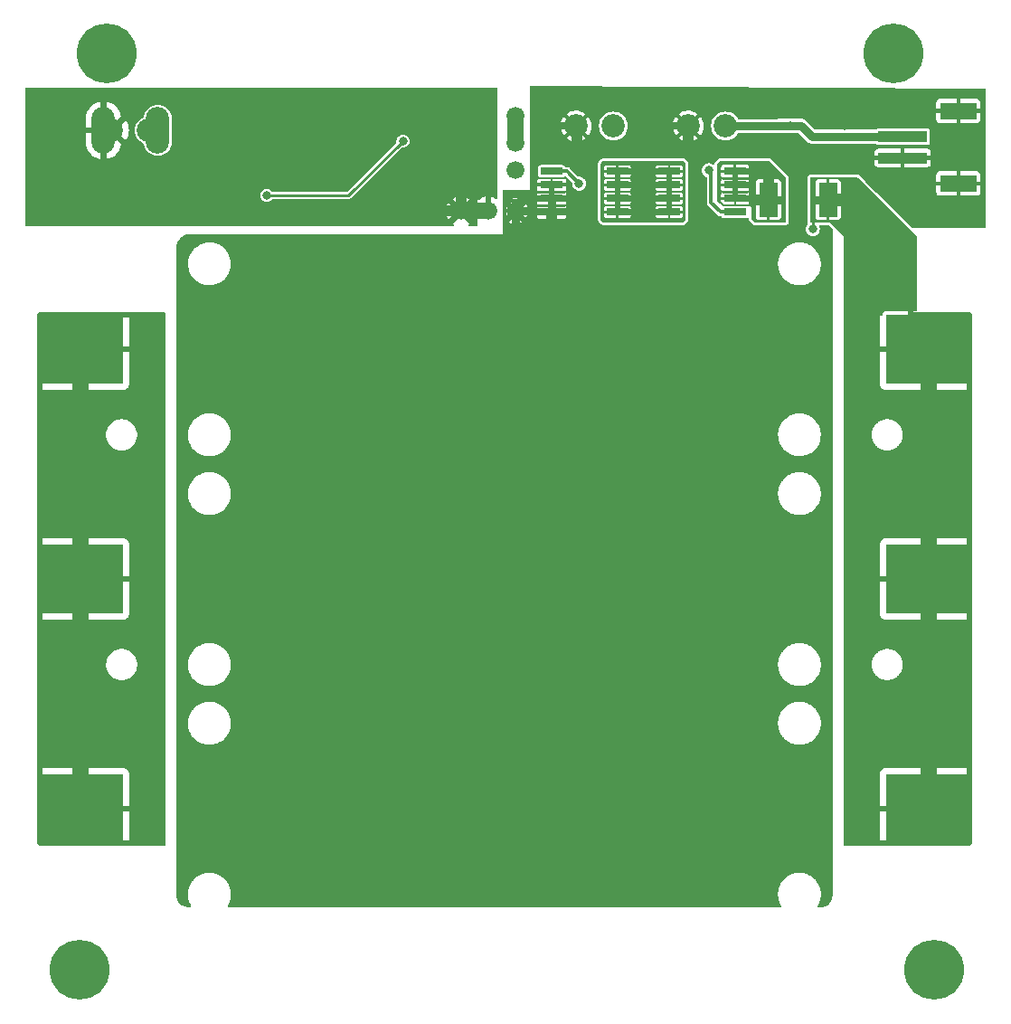
<source format=gbr>
%TF.GenerationSoftware,KiCad,Pcbnew,(6.0.2)*%
%TF.CreationDate,2022-05-05T15:15:48-07:00*%
%TF.ProjectId,Bat_Board_v3.104,4261745f-426f-4617-9264-5f76332e3130,rev?*%
%TF.SameCoordinates,Original*%
%TF.FileFunction,Copper,L2,Bot*%
%TF.FilePolarity,Positive*%
%FSLAX46Y46*%
G04 Gerber Fmt 4.6, Leading zero omitted, Abs format (unit mm)*
G04 Created by KiCad (PCBNEW (6.0.2)) date 2022-05-05 15:15:48*
%MOMM*%
%LPD*%
G01*
G04 APERTURE LIST*
%TA.AperFunction,ComponentPad*%
%ADD10C,5.600000*%
%TD*%
%TA.AperFunction,ComponentPad*%
%ADD11C,2.184400*%
%TD*%
%TA.AperFunction,ComponentPad*%
%ADD12O,2.184400X4.368800*%
%TD*%
%TA.AperFunction,ComponentPad*%
%ADD13C,1.676400*%
%TD*%
%TA.AperFunction,SMDPad,CuDef*%
%ADD14R,8.000000X6.500000*%
%TD*%
%TA.AperFunction,SMDPad,CuDef*%
%ADD15R,2.032000X0.660400*%
%TD*%
%TA.AperFunction,SMDPad,CuDef*%
%ADD16R,1.778000X3.175000*%
%TD*%
%TA.AperFunction,SMDPad,CuDef*%
%ADD17R,4.600000X1.000000*%
%TD*%
%TA.AperFunction,SMDPad,CuDef*%
%ADD18R,3.400001X1.600000*%
%TD*%
%TA.AperFunction,ViaPad*%
%ADD19C,0.806400*%
%TD*%
%TA.AperFunction,ViaPad*%
%ADD20C,0.756400*%
%TD*%
%TA.AperFunction,ViaPad*%
%ADD21C,1.406400*%
%TD*%
%TA.AperFunction,Conductor*%
%ADD22C,0.800000*%
%TD*%
%TA.AperFunction,Conductor*%
%ADD23C,0.500000*%
%TD*%
%TA.AperFunction,Conductor*%
%ADD24C,0.300000*%
%TD*%
%TA.AperFunction,Conductor*%
%ADD25C,1.500000*%
%TD*%
%TA.AperFunction,Conductor*%
%ADD26C,1.200000*%
%TD*%
%TA.AperFunction,Conductor*%
%ADD27C,0.250000*%
%TD*%
%TA.AperFunction,Conductor*%
%ADD28C,0.600000*%
%TD*%
%TA.AperFunction,Conductor*%
%ADD29C,0.254000*%
%TD*%
%TA.AperFunction,Conductor*%
%ADD30C,1.000000*%
%TD*%
%TA.AperFunction,Conductor*%
%ADD31C,0.203200*%
%TD*%
%TA.AperFunction,Conductor*%
%ADD32C,0.650000*%
%TD*%
G04 APERTURE END LIST*
D10*
%TO.P,,1*%
%TO.N,N/C*%
X183426100Y-143294100D03*
%TD*%
D11*
%TO.P,J2,1*%
%TO.N,PACK-*%
X149894000Y-64324400D03*
%TO.P,J2,2*%
%TO.N,PACK+*%
X153394000Y-64324400D03*
%TD*%
D10*
%TO.P,,1*%
%TO.N,N/C*%
X103426100Y-143294100D03*
%TD*%
%TO.P,,1*%
%TO.N,N/C*%
X105966100Y-57569100D03*
%TD*%
D11*
%TO.P,J1,1*%
%TO.N,PACK-*%
X160394000Y-64324400D03*
%TO.P,J1,2*%
%TO.N,PACK+*%
X163894000Y-64324400D03*
%TD*%
D10*
%TO.P,,1*%
%TO.N,N/C*%
X179626100Y-57569100D03*
%TD*%
D12*
%TO.P,J5,P$3*%
%TO.N,J_GND*%
X105654000Y-64724400D03*
%TO.P,J5,P$4*%
%TO.N,5V*%
X110734000Y-64724400D03*
%TD*%
D13*
%TO.P,JP2,1*%
%TO.N,J_GND*%
X139114000Y-72304400D03*
%TO.P,JP2,2*%
X141654000Y-72304400D03*
%TO.P,JP2,3*%
%TO.N,PACK-*%
X144194000Y-72304400D03*
%TD*%
%TO.P,JP1,1*%
%TO.N,PACK+*%
X144194000Y-68494400D03*
%TO.P,JP1,2*%
%TO.N,VREG_IN*%
X144194000Y-65954400D03*
%TO.P,JP1,3*%
X144194000Y-63414400D03*
%TD*%
D11*
%TO.P,J6,1*%
%TO.N,J_GND*%
X106394000Y-64724400D03*
%TO.P,J6,2*%
%TO.N,5V*%
X109894000Y-64724400D03*
%TD*%
D14*
%TO.P,BAT3,NEG*%
%TO.N,B-*%
X182894000Y-128224400D03*
%TO.P,BAT3,POS*%
%TO.N,BM*%
X103494000Y-128224400D03*
%TD*%
D15*
%TO.P,Q4,1*%
%TO.N,PACK-*%
X147620600Y-72379400D03*
%TO.P,Q4,2*%
X147620600Y-71109400D03*
%TO.P,Q4,3*%
X147620600Y-69839400D03*
%TO.P,Q4,4*%
%TO.N,N$6*%
X147620600Y-68569400D03*
%TO.P,Q4,5*%
%TO.N,N$1*%
X153767400Y-68569400D03*
%TO.P,Q4,6*%
X153767400Y-69839400D03*
%TO.P,Q4,7*%
X153767400Y-71109400D03*
%TO.P,Q4,8*%
X153767400Y-72379400D03*
%TD*%
D14*
%TO.P,BAT2,NEG*%
%TO.N,B-*%
X182894000Y-106724400D03*
%TO.P,BAT2,POS*%
%TO.N,BM*%
X103494000Y-106724400D03*
%TD*%
D15*
%TO.P,Q3,1*%
%TO.N,N$4*%
X164767400Y-68569400D03*
%TO.P,Q3,2*%
X164767400Y-69839400D03*
%TO.P,Q3,3*%
X164767400Y-71109400D03*
%TO.P,Q3,4*%
%TO.N,N$3*%
X164767400Y-72379400D03*
%TO.P,Q3,5*%
%TO.N,N$1*%
X158620600Y-72379400D03*
%TO.P,Q3,6*%
X158620600Y-71109400D03*
%TO.P,Q3,7*%
X158620600Y-69839400D03*
%TO.P,Q3,8*%
X158620600Y-68569400D03*
%TD*%
D16*
%TO.P,R8,P$1*%
%TO.N,B-*%
X173488000Y-71224400D03*
%TO.P,R8,P$2*%
%TO.N,N$4*%
X167900000Y-71224400D03*
%TD*%
D14*
%TO.P,BAT1,NEG*%
%TO.N,B-*%
X182894000Y-85224400D03*
%TO.P,BAT1,POS*%
%TO.N,BM*%
X103494000Y-85224400D03*
%TD*%
D17*
%TO.P,J4,1*%
%TO.N,PACK+*%
X180480007Y-65310005D03*
%TO.P,J4,2*%
%TO.N,PACK-*%
X180480007Y-67310005D03*
D18*
%TO.P,J4,NC1*%
X185680000Y-69710000D03*
%TO.P,J4,NC2*%
X185680000Y-62910014D03*
%TD*%
D19*
%TO.N,BM*%
X104194000Y-120974400D03*
X102694000Y-96474400D03*
X101194000Y-99474400D03*
X105694000Y-100974400D03*
X102694000Y-119474400D03*
X101194000Y-114974400D03*
X102694000Y-122474400D03*
X104194000Y-97974400D03*
X101194000Y-97974400D03*
X102694000Y-94974400D03*
X104194000Y-113474400D03*
X104194000Y-117974400D03*
X104194000Y-96474400D03*
X104194000Y-99474400D03*
X101194000Y-122474400D03*
X104194000Y-122474400D03*
X107194000Y-120974400D03*
X104194000Y-90474400D03*
X102694000Y-91974400D03*
X105694000Y-120974400D03*
X107194000Y-99474400D03*
X101194000Y-94974400D03*
X105694000Y-99474400D03*
X104194000Y-93474400D03*
X104194000Y-116474400D03*
X101194000Y-111974400D03*
X102694000Y-100974400D03*
X102694000Y-97974400D03*
X102694000Y-99474400D03*
X101194000Y-119474400D03*
X107194000Y-97974400D03*
X101194000Y-113474400D03*
X101194000Y-120974400D03*
X102694000Y-117974400D03*
X107194000Y-119474400D03*
X107194000Y-122474400D03*
X104194000Y-119474400D03*
X102694000Y-116474400D03*
X102694000Y-113474400D03*
X102694000Y-114974400D03*
X104194000Y-91974400D03*
X104194000Y-94974400D03*
X102694000Y-120974400D03*
X102694000Y-90474400D03*
X101194000Y-96474400D03*
X102694000Y-111974400D03*
X101194000Y-90474400D03*
X104194000Y-114974400D03*
X101194000Y-100974400D03*
X104194000Y-111974400D03*
X101194000Y-116474400D03*
X102694000Y-93474400D03*
X104194000Y-100974400D03*
X101194000Y-93474400D03*
X101194000Y-117974400D03*
X107194000Y-100974400D03*
X101194000Y-91974400D03*
X105694000Y-97974400D03*
X105694000Y-122474400D03*
X105694000Y-119474400D03*
%TO.N,B-*%
X172069000Y-73974400D03*
%TO.N,PACK+*%
X169930000Y-64300000D03*
%TO.N,N$3*%
X162344000Y-68474400D03*
%TO.N,N$6*%
X150194000Y-69724400D03*
%TO.N,N$4*%
X166394000Y-69324400D03*
%TO.N,PACK-*%
X149194000Y-100224400D03*
X141194000Y-91724400D03*
X137194000Y-91724400D03*
D20*
X137194000Y-132724400D03*
X141194000Y-132724400D03*
D19*
X141194000Y-80724400D03*
X149194000Y-102224400D03*
X137194000Y-113224400D03*
X143194000Y-121724400D03*
X145194000Y-78724400D03*
X147194000Y-102224400D03*
X139194000Y-100224400D03*
D20*
X143194000Y-132724400D03*
D19*
X161944000Y-72974400D03*
X172569000Y-62474400D03*
X139194000Y-111224400D03*
X147194000Y-123724400D03*
X149194000Y-123724400D03*
X139194000Y-91724400D03*
X143194000Y-91724400D03*
X170194000Y-128224400D03*
X116194000Y-106724400D03*
D20*
X149194000Y-134724400D03*
D19*
X149194000Y-78724400D03*
X143194000Y-89724400D03*
X139194000Y-89724400D03*
X149194000Y-113224400D03*
D20*
X141194000Y-134724400D03*
D19*
X143194000Y-113224400D03*
X169319000Y-74299400D03*
X137194000Y-89724400D03*
X116194000Y-85224400D03*
X184380007Y-65460005D03*
X137194000Y-102224400D03*
X145194000Y-89724400D03*
D20*
X145194000Y-134724400D03*
D19*
X116194000Y-128224400D03*
X177319000Y-62474400D03*
X137194000Y-111224400D03*
X141194000Y-102224400D03*
X141194000Y-89724400D03*
X147194000Y-121724400D03*
X143194000Y-102224400D03*
X139194000Y-121724400D03*
D20*
X147194000Y-134724400D03*
D19*
X141194000Y-78724400D03*
D20*
X143194000Y-134724400D03*
D19*
X141194000Y-113224400D03*
X147194000Y-91724400D03*
D20*
X139194000Y-132724400D03*
D19*
X170194000Y-106724400D03*
X145194000Y-123724400D03*
X137194000Y-80724400D03*
X185194000Y-71724400D03*
X137194000Y-123724400D03*
D20*
X149194000Y-132724400D03*
D19*
X137194000Y-100224400D03*
X170694000Y-72174400D03*
X145194000Y-80724400D03*
X150069000Y-71474400D03*
X145194000Y-121724400D03*
X175069000Y-62474400D03*
X181694000Y-71724400D03*
X147194000Y-89724400D03*
X139194000Y-78724400D03*
X141194000Y-111224400D03*
X141194000Y-121724400D03*
X154444000Y-74224400D03*
X143194000Y-111224400D03*
X147194000Y-113224400D03*
X149194000Y-121724400D03*
X143194000Y-123724400D03*
D20*
X145194000Y-132724400D03*
D19*
X143194000Y-100224400D03*
X139194000Y-123724400D03*
D20*
X139194000Y-134724400D03*
D19*
X137194000Y-78724400D03*
X147194000Y-100224400D03*
X149194000Y-91724400D03*
X145194000Y-113224400D03*
X164694000Y-74224400D03*
X139194000Y-80724400D03*
X175050000Y-64307304D03*
X149194000Y-89724400D03*
X148194000Y-74224400D03*
X145194000Y-111224400D03*
X147194000Y-80724400D03*
X149194000Y-111224400D03*
X141194000Y-123724400D03*
X141194000Y-100224400D03*
X170194000Y-85224400D03*
X137194000Y-121724400D03*
X149194000Y-80724400D03*
X143194000Y-80724400D03*
D20*
X147194000Y-132724400D03*
D19*
X145194000Y-91724400D03*
X147194000Y-78724400D03*
X147194000Y-111224400D03*
X139194000Y-102224400D03*
X139194000Y-113224400D03*
X143194000Y-78724400D03*
D20*
X137194000Y-134724400D03*
D19*
X145194000Y-102224400D03*
X145194000Y-100224400D03*
D21*
%TO.N,5V*%
X110444000Y-64724400D03*
X110194000Y-64724400D03*
%TO.N,J_GND*%
X106069000Y-64724400D03*
D19*
X125194000Y-68724400D03*
X125194000Y-66974400D03*
X114194000Y-68724400D03*
X105194000Y-72724400D03*
X100194000Y-65474400D03*
X100194000Y-62974400D03*
X100194000Y-70474400D03*
X102694000Y-72724400D03*
X121194000Y-62474400D03*
X136944000Y-70474400D03*
X121194000Y-64724400D03*
X115194000Y-67224400D03*
X100194000Y-67974400D03*
X123694000Y-64724400D03*
X116194000Y-64474400D03*
D21*
X105819000Y-64724400D03*
D19*
X123694000Y-62474400D03*
X102694000Y-70474400D03*
X118694000Y-62474400D03*
X100194000Y-72724400D03*
X117194000Y-70474400D03*
X116194000Y-62474400D03*
%TO.N,EN*%
X120944000Y-70824400D03*
X133694000Y-65724400D03*
%TD*%
D22*
%TO.N,PACK+*%
X171969989Y-65310004D02*
X180480007Y-65310005D01*
X170960009Y-64299998D02*
X171969989Y-65310004D01*
X169929988Y-64299998D02*
X170960009Y-64299998D01*
X169920000Y-64310000D02*
X168908400Y-64310000D01*
X169930000Y-64300000D02*
X169920000Y-64310000D01*
X168908400Y-64310000D02*
X168894000Y-64324400D01*
X168893998Y-64324408D02*
X163894008Y-64324408D01*
D23*
%TO.N,BM*%
X99694000Y-81974400D02*
X99694000Y-131474400D01*
X111194000Y-131474400D02*
X99694000Y-131474400D01*
X99694000Y-81974400D02*
X111194000Y-81974400D01*
D24*
X111194000Y-81974400D02*
X111194000Y-81924400D01*
X111194000Y-81924400D02*
X111144000Y-81874400D01*
D25*
X103494000Y-128224400D02*
X103494000Y-106724400D01*
X103494000Y-106724400D02*
X103494000Y-85224400D01*
D23*
%TO.N,B-*%
X181194000Y-81974400D02*
X186694000Y-81974400D01*
D22*
X173488000Y-71224400D02*
X172294000Y-71224400D01*
D23*
X182894000Y-85224400D02*
X181194000Y-83524400D01*
D25*
X182894000Y-106724400D02*
X182894000Y-128224400D01*
D23*
X186694000Y-131474400D02*
X175194000Y-131474400D01*
D25*
X182894000Y-85224400D02*
X182894000Y-106724400D01*
D26*
X173488000Y-71224400D02*
X174794000Y-71224400D01*
D23*
X181194000Y-83524400D02*
X181194000Y-81224400D01*
D27*
X172069000Y-73974400D02*
X172069000Y-71224400D01*
D23*
X186694000Y-81974400D02*
X186694000Y-131474400D01*
D27*
X173488000Y-71224400D02*
X172069000Y-71224400D01*
D24*
%TO.N,N$3*%
X163424000Y-72379400D02*
X162544000Y-71499400D01*
X163424000Y-72379400D02*
X164767400Y-72379400D01*
X162344000Y-68474400D02*
X162544000Y-68674400D01*
X162544000Y-68674400D02*
X162544000Y-71499400D01*
%TO.N,N$6*%
X149039000Y-68569400D02*
X147620600Y-68569400D01*
X150194000Y-69724400D02*
X149039000Y-68569400D01*
D28*
%TO.N,N$4*%
X164767400Y-69839400D02*
X166263000Y-69839400D01*
X166390000Y-68569400D02*
X166425000Y-68604400D01*
D29*
X164767400Y-69214000D02*
X166283600Y-69214000D01*
D30*
X166694000Y-71224400D02*
X167900000Y-71224400D01*
D31*
X166298000Y-71754000D02*
X164767400Y-71754000D01*
D22*
X167900000Y-71224400D02*
X169094000Y-71224400D01*
D31*
X164767400Y-71754000D02*
X163707200Y-71754000D01*
D29*
X164767400Y-70484000D02*
X163605600Y-70484000D01*
D28*
X166263000Y-69839400D02*
X166298000Y-69874400D01*
D29*
X166283600Y-69214000D02*
X166394000Y-69324400D01*
D23*
X164767400Y-70484000D02*
X164767400Y-69214000D01*
D30*
X167900000Y-71224400D02*
X167894000Y-71218400D01*
D28*
X166579000Y-71109400D02*
X166694000Y-71224400D01*
D31*
X164767400Y-71109400D02*
X164767400Y-71754000D01*
X163707200Y-71754000D02*
X163402400Y-71449200D01*
D30*
X167894000Y-71218400D02*
X167894000Y-69224400D01*
D29*
X164767400Y-69214000D02*
X163605600Y-69214000D01*
D28*
X164767400Y-71109400D02*
X166579000Y-71109400D01*
X164767400Y-68569400D02*
X166390000Y-68569400D01*
D29*
X164767400Y-70484000D02*
X165942400Y-70484000D01*
D23*
X164767400Y-68569400D02*
X164767400Y-69214000D01*
X164767400Y-71109400D02*
X164767400Y-70484000D01*
D22*
%TO.N,PACK-*%
X144200000Y-73430400D02*
X144200000Y-72287400D01*
D30*
X147620600Y-72379400D02*
X147620600Y-73401000D01*
D23*
X149704000Y-71109400D02*
X150069000Y-71474400D01*
D24*
X143194000Y-72304400D02*
X143194000Y-73124400D01*
D32*
X147620600Y-72379400D02*
X149099000Y-72379400D01*
D24*
X143644000Y-71324400D02*
X143194000Y-71324400D01*
D30*
X160394000Y-66174400D02*
X160444000Y-66224400D01*
D24*
X143194000Y-71324400D02*
X143194000Y-71774400D01*
D32*
X149099000Y-72379400D02*
X149194000Y-72474400D01*
D23*
X147620600Y-71109400D02*
X145809000Y-71109400D01*
D22*
X147620600Y-71754000D02*
X147620600Y-71224400D01*
D29*
X147620600Y-70509400D02*
X147646000Y-70484000D01*
D24*
X144194000Y-72304400D02*
X143194000Y-72304400D01*
D32*
X147620600Y-72379400D02*
X146039000Y-72379400D01*
D24*
X143194000Y-71774400D02*
X143194000Y-72304400D01*
D30*
X149944000Y-64374400D02*
X149944000Y-65974400D01*
D29*
X148772000Y-71754000D02*
X147620600Y-71754000D01*
X147646000Y-70484000D02*
X148772000Y-70484000D01*
X147596200Y-70485000D02*
X146227800Y-70485000D01*
X147620600Y-70509400D02*
X147596200Y-70485000D01*
X146152600Y-71754000D02*
X146151600Y-71755000D01*
D23*
X147620600Y-71109400D02*
X149704000Y-71109400D01*
X147620600Y-71224400D02*
X147620600Y-70509400D01*
D24*
X143644000Y-71324400D02*
X144194000Y-71324400D01*
D32*
X160394000Y-64324400D02*
X158694000Y-64324400D01*
D22*
X147620600Y-72379400D02*
X147620600Y-71754000D01*
D24*
X144194000Y-72304400D02*
X144194000Y-71324400D01*
D30*
X149894000Y-64324400D02*
X149944000Y-64374400D01*
D32*
X149894000Y-64324400D02*
X148194000Y-64324400D01*
D24*
X143194000Y-71774400D02*
X143644000Y-71324400D01*
D22*
X145343000Y-72287400D02*
X144200000Y-72287400D01*
D31*
X147620600Y-69214000D02*
X148873600Y-69214000D01*
D30*
X160394000Y-64324400D02*
X160394000Y-66174400D01*
D29*
X147620600Y-71754000D02*
X146152600Y-71754000D01*
D31*
X147620600Y-69839400D02*
X147620600Y-69214000D01*
D23*
X145809000Y-71109400D02*
X145594000Y-71324400D01*
D31*
X147620600Y-69214000D02*
X146435200Y-69214000D01*
D23*
X147620600Y-69839400D02*
X147620600Y-70509400D01*
D24*
X145594000Y-71324400D02*
X144194000Y-71324400D01*
D30*
X147620600Y-73401000D02*
X147694000Y-73474400D01*
D32*
X146039000Y-72379400D02*
X145944000Y-72474400D01*
D28*
%TO.N,N$1*%
X153767400Y-68569400D02*
X158620600Y-68569400D01*
X153767400Y-71109400D02*
X158605600Y-71109400D01*
D23*
X153767400Y-69824400D02*
X153767400Y-72379400D01*
D28*
X158620600Y-72379400D02*
X153767400Y-72379400D01*
X158620600Y-69839400D02*
X153782400Y-69839400D01*
D23*
X158620600Y-71124400D02*
X158620600Y-72379400D01*
D28*
X153782400Y-69839400D02*
X153767400Y-69824400D01*
X158605600Y-71109400D02*
X158620600Y-71124400D01*
D23*
X158620600Y-68569400D02*
X158620600Y-71124400D01*
X153767400Y-68569400D02*
X153767400Y-69824400D01*
D25*
%TO.N,VREG_IN*%
X144194000Y-65954400D02*
X144194000Y-63414400D01*
D30*
%TO.N,J_GND*%
X139114000Y-72304400D02*
X139114000Y-70804400D01*
X139114000Y-70804400D02*
X139194000Y-70724400D01*
X139114000Y-72304400D02*
X137774000Y-72304400D01*
D23*
X141654000Y-72304400D02*
X141654000Y-70764400D01*
X141654000Y-70764400D02*
X141694000Y-70724400D01*
D30*
X137774000Y-72304400D02*
X137694000Y-72224400D01*
D25*
X141654000Y-72304400D02*
X139114000Y-72304400D01*
D27*
%TO.N,EN*%
X128594000Y-70824400D02*
X120944000Y-70824400D01*
X133694000Y-65724400D02*
X128594000Y-70824400D01*
%TD*%
%TA.AperFunction,Conductor*%
%TO.N,N$1*%
G36*
X159999773Y-67638752D02*
G01*
X160154648Y-67793627D01*
X160169000Y-67828275D01*
X160169000Y-73120525D01*
X160154648Y-73155173D01*
X159999773Y-73310048D01*
X159965125Y-73324400D01*
X152422875Y-73324400D01*
X152388227Y-73310048D01*
X152233352Y-73155173D01*
X152219000Y-73120525D01*
X152219000Y-72731814D01*
X152501400Y-72731814D01*
X152501871Y-72736590D01*
X152514963Y-72802408D01*
X152518587Y-72811159D01*
X152568480Y-72885829D01*
X152575171Y-72892520D01*
X152649841Y-72942413D01*
X152658592Y-72946037D01*
X152724410Y-72959129D01*
X152729186Y-72959600D01*
X153632653Y-72959600D01*
X153639545Y-72956745D01*
X153642400Y-72949853D01*
X153892400Y-72949853D01*
X153895255Y-72956745D01*
X153902147Y-72959600D01*
X154805614Y-72959600D01*
X154810390Y-72959129D01*
X154876208Y-72946037D01*
X154884959Y-72942413D01*
X154959629Y-72892520D01*
X154966320Y-72885829D01*
X155016213Y-72811159D01*
X155019837Y-72802408D01*
X155032929Y-72736590D01*
X155033400Y-72731814D01*
X157354600Y-72731814D01*
X157355071Y-72736590D01*
X157368163Y-72802408D01*
X157371787Y-72811159D01*
X157421680Y-72885829D01*
X157428371Y-72892520D01*
X157503041Y-72942413D01*
X157511792Y-72946037D01*
X157577610Y-72959129D01*
X157582386Y-72959600D01*
X158485853Y-72959600D01*
X158492745Y-72956745D01*
X158495600Y-72949853D01*
X158745600Y-72949853D01*
X158748455Y-72956745D01*
X158755347Y-72959600D01*
X159658814Y-72959600D01*
X159663590Y-72959129D01*
X159729408Y-72946037D01*
X159738159Y-72942413D01*
X159812829Y-72892520D01*
X159819520Y-72885829D01*
X159869413Y-72811159D01*
X159873037Y-72802408D01*
X159886129Y-72736590D01*
X159886600Y-72731814D01*
X159886600Y-72514147D01*
X159883745Y-72507255D01*
X159876853Y-72504400D01*
X158755347Y-72504400D01*
X158748455Y-72507255D01*
X158745600Y-72514147D01*
X158745600Y-72949853D01*
X158495600Y-72949853D01*
X158495600Y-72514147D01*
X158492745Y-72507255D01*
X158485853Y-72504400D01*
X157364347Y-72504400D01*
X157357455Y-72507255D01*
X157354600Y-72514147D01*
X157354600Y-72731814D01*
X155033400Y-72731814D01*
X155033400Y-72514147D01*
X155030545Y-72507255D01*
X155023653Y-72504400D01*
X153902147Y-72504400D01*
X153895255Y-72507255D01*
X153892400Y-72514147D01*
X153892400Y-72949853D01*
X153642400Y-72949853D01*
X153642400Y-72514147D01*
X153639545Y-72507255D01*
X153632653Y-72504400D01*
X152511147Y-72504400D01*
X152504255Y-72507255D01*
X152501400Y-72514147D01*
X152501400Y-72731814D01*
X152219000Y-72731814D01*
X152219000Y-72244653D01*
X152501400Y-72244653D01*
X152504255Y-72251545D01*
X152511147Y-72254400D01*
X153632653Y-72254400D01*
X153639545Y-72251545D01*
X153642400Y-72244653D01*
X153892400Y-72244653D01*
X153895255Y-72251545D01*
X153902147Y-72254400D01*
X155023653Y-72254400D01*
X155030545Y-72251545D01*
X155033400Y-72244653D01*
X157354600Y-72244653D01*
X157357455Y-72251545D01*
X157364347Y-72254400D01*
X158485853Y-72254400D01*
X158492745Y-72251545D01*
X158495600Y-72244653D01*
X158745600Y-72244653D01*
X158748455Y-72251545D01*
X158755347Y-72254400D01*
X159876853Y-72254400D01*
X159883745Y-72251545D01*
X159886600Y-72244653D01*
X159886600Y-72026986D01*
X159886129Y-72022210D01*
X159873037Y-71956392D01*
X159869413Y-71947641D01*
X159819520Y-71872971D01*
X159812829Y-71866280D01*
X159738159Y-71816387D01*
X159729408Y-71812763D01*
X159663590Y-71799671D01*
X159658814Y-71799200D01*
X158755347Y-71799200D01*
X158748455Y-71802055D01*
X158745600Y-71808947D01*
X158745600Y-72244653D01*
X158495600Y-72244653D01*
X158495600Y-71808947D01*
X158492745Y-71802055D01*
X158485853Y-71799200D01*
X157582386Y-71799200D01*
X157577610Y-71799671D01*
X157511792Y-71812763D01*
X157503041Y-71816387D01*
X157428371Y-71866280D01*
X157421680Y-71872971D01*
X157371787Y-71947641D01*
X157368163Y-71956392D01*
X157355071Y-72022210D01*
X157354600Y-72026986D01*
X157354600Y-72244653D01*
X155033400Y-72244653D01*
X155033400Y-72026986D01*
X155032929Y-72022210D01*
X155019837Y-71956392D01*
X155016213Y-71947641D01*
X154966320Y-71872971D01*
X154959629Y-71866280D01*
X154884959Y-71816387D01*
X154876208Y-71812763D01*
X154810390Y-71799671D01*
X154805614Y-71799200D01*
X153902147Y-71799200D01*
X153895255Y-71802055D01*
X153892400Y-71808947D01*
X153892400Y-72244653D01*
X153642400Y-72244653D01*
X153642400Y-71808947D01*
X153639545Y-71802055D01*
X153632653Y-71799200D01*
X152729186Y-71799200D01*
X152724410Y-71799671D01*
X152658592Y-71812763D01*
X152649841Y-71816387D01*
X152575171Y-71866280D01*
X152568480Y-71872971D01*
X152518587Y-71947641D01*
X152514963Y-71956392D01*
X152501871Y-72022210D01*
X152501400Y-72026986D01*
X152501400Y-72244653D01*
X152219000Y-72244653D01*
X152219000Y-71461814D01*
X152501400Y-71461814D01*
X152501871Y-71466590D01*
X152514963Y-71532408D01*
X152518587Y-71541159D01*
X152568480Y-71615829D01*
X152575171Y-71622520D01*
X152649841Y-71672413D01*
X152658592Y-71676037D01*
X152724410Y-71689129D01*
X152729186Y-71689600D01*
X153632653Y-71689600D01*
X153639545Y-71686745D01*
X153642400Y-71679853D01*
X153892400Y-71679853D01*
X153895255Y-71686745D01*
X153902147Y-71689600D01*
X154805614Y-71689600D01*
X154810390Y-71689129D01*
X154876208Y-71676037D01*
X154884959Y-71672413D01*
X154959629Y-71622520D01*
X154966320Y-71615829D01*
X155016213Y-71541159D01*
X155019837Y-71532408D01*
X155032929Y-71466590D01*
X155033400Y-71461814D01*
X157354600Y-71461814D01*
X157355071Y-71466590D01*
X157368163Y-71532408D01*
X157371787Y-71541159D01*
X157421680Y-71615829D01*
X157428371Y-71622520D01*
X157503041Y-71672413D01*
X157511792Y-71676037D01*
X157577610Y-71689129D01*
X157582386Y-71689600D01*
X158485853Y-71689600D01*
X158492745Y-71686745D01*
X158495600Y-71679853D01*
X158745600Y-71679853D01*
X158748455Y-71686745D01*
X158755347Y-71689600D01*
X159658814Y-71689600D01*
X159663590Y-71689129D01*
X159729408Y-71676037D01*
X159738159Y-71672413D01*
X159812829Y-71622520D01*
X159819520Y-71615829D01*
X159869413Y-71541159D01*
X159873037Y-71532408D01*
X159886129Y-71466590D01*
X159886600Y-71461814D01*
X159886600Y-71244147D01*
X159883745Y-71237255D01*
X159876853Y-71234400D01*
X158755347Y-71234400D01*
X158748455Y-71237255D01*
X158745600Y-71244147D01*
X158745600Y-71679853D01*
X158495600Y-71679853D01*
X158495600Y-71244147D01*
X158492745Y-71237255D01*
X158485853Y-71234400D01*
X157364347Y-71234400D01*
X157357455Y-71237255D01*
X157354600Y-71244147D01*
X157354600Y-71461814D01*
X155033400Y-71461814D01*
X155033400Y-71244147D01*
X155030545Y-71237255D01*
X155023653Y-71234400D01*
X153902147Y-71234400D01*
X153895255Y-71237255D01*
X153892400Y-71244147D01*
X153892400Y-71679853D01*
X153642400Y-71679853D01*
X153642400Y-71244147D01*
X153639545Y-71237255D01*
X153632653Y-71234400D01*
X152511147Y-71234400D01*
X152504255Y-71237255D01*
X152501400Y-71244147D01*
X152501400Y-71461814D01*
X152219000Y-71461814D01*
X152219000Y-70974653D01*
X152501400Y-70974653D01*
X152504255Y-70981545D01*
X152511147Y-70984400D01*
X153632653Y-70984400D01*
X153639545Y-70981545D01*
X153642400Y-70974653D01*
X153892400Y-70974653D01*
X153895255Y-70981545D01*
X153902147Y-70984400D01*
X155023653Y-70984400D01*
X155030545Y-70981545D01*
X155033400Y-70974653D01*
X157354600Y-70974653D01*
X157357455Y-70981545D01*
X157364347Y-70984400D01*
X158485853Y-70984400D01*
X158492745Y-70981545D01*
X158495600Y-70974653D01*
X158745600Y-70974653D01*
X158748455Y-70981545D01*
X158755347Y-70984400D01*
X159876853Y-70984400D01*
X159883745Y-70981545D01*
X159886600Y-70974653D01*
X159886600Y-70756986D01*
X159886129Y-70752210D01*
X159873037Y-70686392D01*
X159869413Y-70677641D01*
X159819520Y-70602971D01*
X159812829Y-70596280D01*
X159738159Y-70546387D01*
X159729408Y-70542763D01*
X159663590Y-70529671D01*
X159658814Y-70529200D01*
X158755347Y-70529200D01*
X158748455Y-70532055D01*
X158745600Y-70538947D01*
X158745600Y-70974653D01*
X158495600Y-70974653D01*
X158495600Y-70538947D01*
X158492745Y-70532055D01*
X158485853Y-70529200D01*
X157582386Y-70529200D01*
X157577610Y-70529671D01*
X157511792Y-70542763D01*
X157503041Y-70546387D01*
X157428371Y-70596280D01*
X157421680Y-70602971D01*
X157371787Y-70677641D01*
X157368163Y-70686392D01*
X157355071Y-70752210D01*
X157354600Y-70756986D01*
X157354600Y-70974653D01*
X155033400Y-70974653D01*
X155033400Y-70756986D01*
X155032929Y-70752210D01*
X155019837Y-70686392D01*
X155016213Y-70677641D01*
X154966320Y-70602971D01*
X154959629Y-70596280D01*
X154884959Y-70546387D01*
X154876208Y-70542763D01*
X154810390Y-70529671D01*
X154805614Y-70529200D01*
X153902147Y-70529200D01*
X153895255Y-70532055D01*
X153892400Y-70538947D01*
X153892400Y-70974653D01*
X153642400Y-70974653D01*
X153642400Y-70538947D01*
X153639545Y-70532055D01*
X153632653Y-70529200D01*
X152729186Y-70529200D01*
X152724410Y-70529671D01*
X152658592Y-70542763D01*
X152649841Y-70546387D01*
X152575171Y-70596280D01*
X152568480Y-70602971D01*
X152518587Y-70677641D01*
X152514963Y-70686392D01*
X152501871Y-70752210D01*
X152501400Y-70756986D01*
X152501400Y-70974653D01*
X152219000Y-70974653D01*
X152219000Y-70191814D01*
X152501400Y-70191814D01*
X152501871Y-70196590D01*
X152514963Y-70262408D01*
X152518587Y-70271159D01*
X152568480Y-70345829D01*
X152575171Y-70352520D01*
X152649841Y-70402413D01*
X152658592Y-70406037D01*
X152724410Y-70419129D01*
X152729186Y-70419600D01*
X153632653Y-70419600D01*
X153639545Y-70416745D01*
X153642400Y-70409853D01*
X153892400Y-70409853D01*
X153895255Y-70416745D01*
X153902147Y-70419600D01*
X154805614Y-70419600D01*
X154810390Y-70419129D01*
X154876208Y-70406037D01*
X154884959Y-70402413D01*
X154959629Y-70352520D01*
X154966320Y-70345829D01*
X155016213Y-70271159D01*
X155019837Y-70262408D01*
X155032929Y-70196590D01*
X155033400Y-70191814D01*
X157354600Y-70191814D01*
X157355071Y-70196590D01*
X157368163Y-70262408D01*
X157371787Y-70271159D01*
X157421680Y-70345829D01*
X157428371Y-70352520D01*
X157503041Y-70402413D01*
X157511792Y-70406037D01*
X157577610Y-70419129D01*
X157582386Y-70419600D01*
X158485853Y-70419600D01*
X158492745Y-70416745D01*
X158495600Y-70409853D01*
X158745600Y-70409853D01*
X158748455Y-70416745D01*
X158755347Y-70419600D01*
X159658814Y-70419600D01*
X159663590Y-70419129D01*
X159729408Y-70406037D01*
X159738159Y-70402413D01*
X159812829Y-70352520D01*
X159819520Y-70345829D01*
X159869413Y-70271159D01*
X159873037Y-70262408D01*
X159886129Y-70196590D01*
X159886600Y-70191814D01*
X159886600Y-69974147D01*
X159883745Y-69967255D01*
X159876853Y-69964400D01*
X158755347Y-69964400D01*
X158748455Y-69967255D01*
X158745600Y-69974147D01*
X158745600Y-70409853D01*
X158495600Y-70409853D01*
X158495600Y-69974147D01*
X158492745Y-69967255D01*
X158485853Y-69964400D01*
X157364347Y-69964400D01*
X157357455Y-69967255D01*
X157354600Y-69974147D01*
X157354600Y-70191814D01*
X155033400Y-70191814D01*
X155033400Y-69974147D01*
X155030545Y-69967255D01*
X155023653Y-69964400D01*
X153902147Y-69964400D01*
X153895255Y-69967255D01*
X153892400Y-69974147D01*
X153892400Y-70409853D01*
X153642400Y-70409853D01*
X153642400Y-69974147D01*
X153639545Y-69967255D01*
X153632653Y-69964400D01*
X152511147Y-69964400D01*
X152504255Y-69967255D01*
X152501400Y-69974147D01*
X152501400Y-70191814D01*
X152219000Y-70191814D01*
X152219000Y-69704653D01*
X152501400Y-69704653D01*
X152504255Y-69711545D01*
X152511147Y-69714400D01*
X153632653Y-69714400D01*
X153639545Y-69711545D01*
X153642400Y-69704653D01*
X153892400Y-69704653D01*
X153895255Y-69711545D01*
X153902147Y-69714400D01*
X155023653Y-69714400D01*
X155030545Y-69711545D01*
X155033400Y-69704653D01*
X157354600Y-69704653D01*
X157357455Y-69711545D01*
X157364347Y-69714400D01*
X158485853Y-69714400D01*
X158492745Y-69711545D01*
X158495600Y-69704653D01*
X158745600Y-69704653D01*
X158748455Y-69711545D01*
X158755347Y-69714400D01*
X159876853Y-69714400D01*
X159883745Y-69711545D01*
X159886600Y-69704653D01*
X159886600Y-69486986D01*
X159886129Y-69482210D01*
X159873037Y-69416392D01*
X159869413Y-69407641D01*
X159819520Y-69332971D01*
X159812829Y-69326280D01*
X159738159Y-69276387D01*
X159729408Y-69272763D01*
X159663590Y-69259671D01*
X159658814Y-69259200D01*
X158755347Y-69259200D01*
X158748455Y-69262055D01*
X158745600Y-69268947D01*
X158745600Y-69704653D01*
X158495600Y-69704653D01*
X158495600Y-69268947D01*
X158492745Y-69262055D01*
X158485853Y-69259200D01*
X157582386Y-69259200D01*
X157577610Y-69259671D01*
X157511792Y-69272763D01*
X157503041Y-69276387D01*
X157428371Y-69326280D01*
X157421680Y-69332971D01*
X157371787Y-69407641D01*
X157368163Y-69416392D01*
X157355071Y-69482210D01*
X157354600Y-69486986D01*
X157354600Y-69704653D01*
X155033400Y-69704653D01*
X155033400Y-69486986D01*
X155032929Y-69482210D01*
X155019837Y-69416392D01*
X155016213Y-69407641D01*
X154966320Y-69332971D01*
X154959629Y-69326280D01*
X154884959Y-69276387D01*
X154876208Y-69272763D01*
X154810390Y-69259671D01*
X154805614Y-69259200D01*
X153902147Y-69259200D01*
X153895255Y-69262055D01*
X153892400Y-69268947D01*
X153892400Y-69704653D01*
X153642400Y-69704653D01*
X153642400Y-69268947D01*
X153639545Y-69262055D01*
X153632653Y-69259200D01*
X152729186Y-69259200D01*
X152724410Y-69259671D01*
X152658592Y-69272763D01*
X152649841Y-69276387D01*
X152575171Y-69326280D01*
X152568480Y-69332971D01*
X152518587Y-69407641D01*
X152514963Y-69416392D01*
X152501871Y-69482210D01*
X152501400Y-69486986D01*
X152501400Y-69704653D01*
X152219000Y-69704653D01*
X152219000Y-68921814D01*
X152501400Y-68921814D01*
X152501871Y-68926590D01*
X152514963Y-68992408D01*
X152518587Y-69001159D01*
X152568480Y-69075829D01*
X152575171Y-69082520D01*
X152649841Y-69132413D01*
X152658592Y-69136037D01*
X152724410Y-69149129D01*
X152729186Y-69149600D01*
X153632653Y-69149600D01*
X153639545Y-69146745D01*
X153642400Y-69139853D01*
X153892400Y-69139853D01*
X153895255Y-69146745D01*
X153902147Y-69149600D01*
X154805614Y-69149600D01*
X154810390Y-69149129D01*
X154876208Y-69136037D01*
X154884959Y-69132413D01*
X154959629Y-69082520D01*
X154966320Y-69075829D01*
X155016213Y-69001159D01*
X155019837Y-68992408D01*
X155032929Y-68926590D01*
X155033400Y-68921814D01*
X157354600Y-68921814D01*
X157355071Y-68926590D01*
X157368163Y-68992408D01*
X157371787Y-69001159D01*
X157421680Y-69075829D01*
X157428371Y-69082520D01*
X157503041Y-69132413D01*
X157511792Y-69136037D01*
X157577610Y-69149129D01*
X157582386Y-69149600D01*
X158485853Y-69149600D01*
X158492745Y-69146745D01*
X158495600Y-69139853D01*
X158745600Y-69139853D01*
X158748455Y-69146745D01*
X158755347Y-69149600D01*
X159658814Y-69149600D01*
X159663590Y-69149129D01*
X159729408Y-69136037D01*
X159738159Y-69132413D01*
X159812829Y-69082520D01*
X159819520Y-69075829D01*
X159869413Y-69001159D01*
X159873037Y-68992408D01*
X159886129Y-68926590D01*
X159886600Y-68921814D01*
X159886600Y-68704147D01*
X159883745Y-68697255D01*
X159876853Y-68694400D01*
X158755347Y-68694400D01*
X158748455Y-68697255D01*
X158745600Y-68704147D01*
X158745600Y-69139853D01*
X158495600Y-69139853D01*
X158495600Y-68704147D01*
X158492745Y-68697255D01*
X158485853Y-68694400D01*
X157364347Y-68694400D01*
X157357455Y-68697255D01*
X157354600Y-68704147D01*
X157354600Y-68921814D01*
X155033400Y-68921814D01*
X155033400Y-68704147D01*
X155030545Y-68697255D01*
X155023653Y-68694400D01*
X153902147Y-68694400D01*
X153895255Y-68697255D01*
X153892400Y-68704147D01*
X153892400Y-69139853D01*
X153642400Y-69139853D01*
X153642400Y-68704147D01*
X153639545Y-68697255D01*
X153632653Y-68694400D01*
X152511147Y-68694400D01*
X152504255Y-68697255D01*
X152501400Y-68704147D01*
X152501400Y-68921814D01*
X152219000Y-68921814D01*
X152219000Y-68434653D01*
X152501400Y-68434653D01*
X152504255Y-68441545D01*
X152511147Y-68444400D01*
X153632653Y-68444400D01*
X153639545Y-68441545D01*
X153642400Y-68434653D01*
X153892400Y-68434653D01*
X153895255Y-68441545D01*
X153902147Y-68444400D01*
X155023653Y-68444400D01*
X155030545Y-68441545D01*
X155033400Y-68434653D01*
X157354600Y-68434653D01*
X157357455Y-68441545D01*
X157364347Y-68444400D01*
X158485853Y-68444400D01*
X158492745Y-68441545D01*
X158495600Y-68434653D01*
X158745600Y-68434653D01*
X158748455Y-68441545D01*
X158755347Y-68444400D01*
X159876853Y-68444400D01*
X159883745Y-68441545D01*
X159886600Y-68434653D01*
X159886600Y-68216986D01*
X159886129Y-68212210D01*
X159873037Y-68146392D01*
X159869413Y-68137641D01*
X159819520Y-68062971D01*
X159812829Y-68056280D01*
X159738159Y-68006387D01*
X159729408Y-68002763D01*
X159663590Y-67989671D01*
X159658814Y-67989200D01*
X158755347Y-67989200D01*
X158748455Y-67992055D01*
X158745600Y-67998947D01*
X158745600Y-68434653D01*
X158495600Y-68434653D01*
X158495600Y-67998947D01*
X158492745Y-67992055D01*
X158485853Y-67989200D01*
X157582386Y-67989200D01*
X157577610Y-67989671D01*
X157511792Y-68002763D01*
X157503041Y-68006387D01*
X157428371Y-68056280D01*
X157421680Y-68062971D01*
X157371787Y-68137641D01*
X157368163Y-68146392D01*
X157355071Y-68212210D01*
X157354600Y-68216986D01*
X157354600Y-68434653D01*
X155033400Y-68434653D01*
X155033400Y-68216986D01*
X155032929Y-68212210D01*
X155019837Y-68146392D01*
X155016213Y-68137641D01*
X154966320Y-68062971D01*
X154959629Y-68056280D01*
X154884959Y-68006387D01*
X154876208Y-68002763D01*
X154810390Y-67989671D01*
X154805614Y-67989200D01*
X153902147Y-67989200D01*
X153895255Y-67992055D01*
X153892400Y-67998947D01*
X153892400Y-68434653D01*
X153642400Y-68434653D01*
X153642400Y-67998947D01*
X153639545Y-67992055D01*
X153632653Y-67989200D01*
X152729186Y-67989200D01*
X152724410Y-67989671D01*
X152658592Y-68002763D01*
X152649841Y-68006387D01*
X152575171Y-68056280D01*
X152568480Y-68062971D01*
X152518587Y-68137641D01*
X152514963Y-68146392D01*
X152501871Y-68212210D01*
X152501400Y-68216986D01*
X152501400Y-68434653D01*
X152219000Y-68434653D01*
X152219000Y-67828275D01*
X152233352Y-67793627D01*
X152388227Y-67638752D01*
X152422875Y-67624400D01*
X159965125Y-67624400D01*
X159999773Y-67638752D01*
G37*
%TD.AperFunction*%
%TD*%
%TA.AperFunction,Conductor*%
%TO.N,BM*%
G36*
X111387039Y-81744085D02*
G01*
X111432794Y-81796889D01*
X111444000Y-81848400D01*
X111444000Y-131600400D01*
X111424315Y-131667439D01*
X111371511Y-131713194D01*
X111320000Y-131724400D01*
X108158828Y-131724400D01*
X108091789Y-131704715D01*
X108046034Y-131651911D01*
X108035726Y-131585503D01*
X108043552Y-131520833D01*
X108044000Y-131513404D01*
X108044000Y-128517230D01*
X108039596Y-128502231D01*
X108038226Y-128501044D01*
X108030668Y-128499400D01*
X103343000Y-128499400D01*
X103275961Y-128479715D01*
X103230206Y-128426911D01*
X103219000Y-128375400D01*
X103219000Y-127931570D01*
X103769000Y-127931570D01*
X103773404Y-127946569D01*
X103774774Y-127947756D01*
X103782332Y-127949400D01*
X108026170Y-127949400D01*
X108041169Y-127944996D01*
X108042356Y-127943626D01*
X108044000Y-127936068D01*
X108044000Y-124935396D01*
X108043552Y-124927967D01*
X108034103Y-124849879D01*
X108030214Y-124834567D01*
X107980786Y-124709726D01*
X107972561Y-124695130D01*
X107891675Y-124588567D01*
X107879833Y-124576725D01*
X107773270Y-124495839D01*
X107758674Y-124487614D01*
X107633833Y-124438186D01*
X107618521Y-124434297D01*
X107540433Y-124424848D01*
X107533004Y-124424400D01*
X103786830Y-124424400D01*
X103771831Y-124428804D01*
X103770644Y-124430174D01*
X103769000Y-124437732D01*
X103769000Y-127931570D01*
X103219000Y-127931570D01*
X103219000Y-124442230D01*
X103214596Y-124427231D01*
X103213226Y-124426044D01*
X103205668Y-124424400D01*
X99568000Y-124424400D01*
X99500961Y-124404715D01*
X99455206Y-124351911D01*
X99444000Y-124300400D01*
X99444000Y-114652211D01*
X105898477Y-114652211D01*
X105898656Y-114653283D01*
X105900600Y-114653283D01*
X105900600Y-114663459D01*
X105900218Y-114673178D01*
X105899420Y-114683327D01*
X105900137Y-114689379D01*
X105900232Y-114694203D01*
X105900247Y-114698161D01*
X105899217Y-114782478D01*
X105898670Y-114827209D01*
X105899440Y-114832240D01*
X105899440Y-114832242D01*
X105909190Y-114895955D01*
X105910233Y-114904969D01*
X105910743Y-114911453D01*
X105912396Y-114917315D01*
X105912563Y-114918252D01*
X105913065Y-114921282D01*
X105923760Y-114991170D01*
X105923618Y-114991192D01*
X105923778Y-114991619D01*
X105923909Y-114994890D01*
X105925059Y-114999662D01*
X105934848Y-115063633D01*
X105936430Y-115068472D01*
X105954742Y-115124499D01*
X105955234Y-115126234D01*
X105956304Y-115129311D01*
X105957731Y-115135232D01*
X105958968Y-115137910D01*
X105959033Y-115139228D01*
X105959506Y-115139073D01*
X105982547Y-115209565D01*
X105981999Y-115209744D01*
X105982891Y-115211293D01*
X105983677Y-115215242D01*
X105986013Y-115220878D01*
X105986372Y-115222060D01*
X105988589Y-115228052D01*
X106009155Y-115290973D01*
X106038151Y-115346675D01*
X106038934Y-115348563D01*
X106039839Y-115349917D01*
X106071992Y-115411683D01*
X106073530Y-115414741D01*
X106075078Y-115417929D01*
X106077189Y-115423648D01*
X106080377Y-115428846D01*
X106080377Y-115428847D01*
X106081750Y-115431087D01*
X106086026Y-115438643D01*
X106094388Y-115454705D01*
X106119594Y-115503125D01*
X106122651Y-115507196D01*
X106193393Y-115601416D01*
X106195983Y-115604997D01*
X106199093Y-115609462D01*
X106202065Y-115614773D01*
X106206016Y-115619402D01*
X106206021Y-115619409D01*
X106208668Y-115622510D01*
X106214692Y-115630156D01*
X106220663Y-115638379D01*
X106222158Y-115639761D01*
X106222478Y-115640153D01*
X106263200Y-115694390D01*
X106266875Y-115697902D01*
X106266884Y-115697912D01*
X106343777Y-115771393D01*
X106347387Y-115775164D01*
X106347475Y-115775079D01*
X106351698Y-115779468D01*
X106355471Y-115784252D01*
X106360102Y-115788205D01*
X106360109Y-115788212D01*
X106363165Y-115790820D01*
X106370338Y-115797448D01*
X106377485Y-115804595D01*
X106380435Y-115806566D01*
X106382493Y-115808389D01*
X106436116Y-115859633D01*
X106502219Y-115904726D01*
X106521719Y-115918028D01*
X106526711Y-115921618D01*
X106528824Y-115923218D01*
X106533298Y-115927356D01*
X106542057Y-115932727D01*
X106550083Y-115938090D01*
X106558408Y-115944134D01*
X106562516Y-115946027D01*
X106565937Y-115948191D01*
X106633699Y-115994415D01*
X106638319Y-115996559D01*
X106638318Y-115996559D01*
X106719687Y-116034329D01*
X106725957Y-116037458D01*
X106726372Y-116037680D01*
X106731437Y-116041066D01*
X106737064Y-116043398D01*
X106737071Y-116043402D01*
X106740871Y-116044977D01*
X106749677Y-116049037D01*
X106753353Y-116050910D01*
X106753358Y-116050912D01*
X106758777Y-116053673D01*
X106764204Y-116055204D01*
X106769898Y-116057636D01*
X106850642Y-116095116D01*
X106935021Y-116118517D01*
X106940036Y-116120083D01*
X106944768Y-116122269D01*
X106950686Y-116123695D01*
X106950697Y-116123699D01*
X106954905Y-116124713D01*
X106964108Y-116127310D01*
X106967049Y-116128264D01*
X106974016Y-116130524D01*
X106980057Y-116131236D01*
X106980655Y-116131367D01*
X106987271Y-116133007D01*
X107047334Y-116149664D01*
X107081120Y-116159034D01*
X107128019Y-116164046D01*
X107160403Y-116167507D01*
X107164321Y-116168066D01*
X107168547Y-116169257D01*
X107174612Y-116169734D01*
X107174617Y-116169735D01*
X107178767Y-116170061D01*
X107188370Y-116171194D01*
X107198496Y-116172793D01*
X107204575Y-116172551D01*
X107208284Y-116172768D01*
X107214220Y-116173258D01*
X107273099Y-116179550D01*
X107273101Y-116179550D01*
X107276375Y-116179900D01*
X107299017Y-116179900D01*
X107304930Y-116180132D01*
X107306451Y-116180102D01*
X107312527Y-116180580D01*
X107316524Y-116180107D01*
X107318269Y-116180582D01*
X107318269Y-116179900D01*
X107390931Y-116179900D01*
X107390931Y-116180423D01*
X107392537Y-116180090D01*
X107396673Y-116180580D01*
X107402749Y-116180102D01*
X107404270Y-116180132D01*
X107410183Y-116179900D01*
X107415233Y-116179900D01*
X107417765Y-116179692D01*
X107417834Y-116179689D01*
X107418128Y-116179662D01*
X107421315Y-116179400D01*
X107426717Y-116179400D01*
X107429591Y-116178828D01*
X107430554Y-116179011D01*
X107430524Y-116178643D01*
X107503133Y-116172674D01*
X107504774Y-116172558D01*
X107510704Y-116172794D01*
X107516716Y-116171844D01*
X107517185Y-116171817D01*
X107525136Y-116170864D01*
X107592972Y-116165287D01*
X107623277Y-116157675D01*
X107648806Y-116151263D01*
X107648808Y-116151262D01*
X107651750Y-116150523D01*
X107653225Y-116150290D01*
X107654399Y-116149858D01*
X107654961Y-116149717D01*
X107654962Y-116149717D01*
X107704652Y-116137235D01*
X107722604Y-116132726D01*
X107726284Y-116131861D01*
X107729129Y-116131238D01*
X107735184Y-116130524D01*
X107744279Y-116127573D01*
X107752332Y-116125258D01*
X107755460Y-116124473D01*
X107758974Y-116123590D01*
X107760119Y-116123309D01*
X107764417Y-116122273D01*
X107764995Y-116124671D01*
X107765296Y-116124657D01*
X107764669Y-116122160D01*
X107774681Y-116119645D01*
X107824942Y-116107020D01*
X107935130Y-116059109D01*
X107939384Y-116057352D01*
X107944559Y-116055327D01*
X107950423Y-116053673D01*
X107955852Y-116050907D01*
X107959523Y-116049037D01*
X107968329Y-116044977D01*
X107972590Y-116043211D01*
X107972603Y-116043205D01*
X107977763Y-116041066D01*
X107979697Y-116039773D01*
X107980532Y-116039369D01*
X108039605Y-116013683D01*
X108039613Y-116013679D01*
X108044281Y-116011649D01*
X108137083Y-115951613D01*
X108141766Y-115948729D01*
X108145262Y-115946682D01*
X108150792Y-115944134D01*
X108159109Y-115938095D01*
X108167143Y-115932727D01*
X108170702Y-115930545D01*
X108170704Y-115930544D01*
X108175901Y-115927357D01*
X108178563Y-115924894D01*
X108180729Y-115923377D01*
X108240827Y-115884498D01*
X108245098Y-115881735D01*
X108319261Y-115814251D01*
X108324037Y-115810124D01*
X108326650Y-115807979D01*
X108331715Y-115804595D01*
X108338862Y-115797448D01*
X108346034Y-115790820D01*
X108353729Y-115784252D01*
X108356881Y-115780255D01*
X108360662Y-115776579D01*
X108362311Y-115775079D01*
X108422000Y-115720766D01*
X108440049Y-115697912D01*
X108479444Y-115648030D01*
X108484039Y-115642545D01*
X108484068Y-115642513D01*
X108488537Y-115638379D01*
X108494520Y-115630139D01*
X108500536Y-115622503D01*
X108503183Y-115619402D01*
X108503183Y-115619401D01*
X108507134Y-115614773D01*
X108509983Y-115609683D01*
X108513931Y-115604362D01*
X108533775Y-115579234D01*
X108570236Y-115533067D01*
X108611439Y-115458428D01*
X108614151Y-115453872D01*
X108617358Y-115449804D01*
X108621950Y-115440791D01*
X108626714Y-115432286D01*
X108632011Y-115423648D01*
X108634119Y-115417940D01*
X108635085Y-115415950D01*
X108638078Y-115410175D01*
X108683364Y-115328137D01*
X108685826Y-115323677D01*
X108711820Y-115250273D01*
X108713140Y-115246930D01*
X108715184Y-115243276D01*
X108718281Y-115233730D01*
X108721673Y-115224531D01*
X108725523Y-115215241D01*
X108726712Y-115209271D01*
X108728128Y-115204606D01*
X108729892Y-115199236D01*
X108755743Y-115126234D01*
X108765664Y-115098219D01*
X108766555Y-115093216D01*
X108766557Y-115093209D01*
X108778243Y-115027601D01*
X108778456Y-115026629D01*
X108779323Y-115024284D01*
X108780940Y-115014114D01*
X108782823Y-115004654D01*
X108783807Y-115000553D01*
X108783807Y-115000552D01*
X108785228Y-114994630D01*
X108785466Y-114988544D01*
X108786054Y-114984289D01*
X108786809Y-114979514D01*
X108806716Y-114867758D01*
X108806716Y-114867757D01*
X108807608Y-114862750D01*
X108808392Y-114798561D01*
X108810723Y-114798589D01*
X108810544Y-114797517D01*
X108808600Y-114797517D01*
X108808600Y-114787341D01*
X108808982Y-114777619D01*
X108809302Y-114773549D01*
X108809780Y-114767473D01*
X108809063Y-114761421D01*
X108808968Y-114756597D01*
X108808953Y-114752639D01*
X108810468Y-114628681D01*
X108810468Y-114628679D01*
X108810530Y-114623591D01*
X108800009Y-114554837D01*
X108798967Y-114545831D01*
X108798457Y-114539347D01*
X108796804Y-114533483D01*
X108796636Y-114532544D01*
X108796134Y-114529513D01*
X108786721Y-114467998D01*
X108785337Y-114458955D01*
X108785418Y-114458943D01*
X108785327Y-114458701D01*
X108785228Y-114456170D01*
X108784353Y-114452521D01*
X108774352Y-114387167D01*
X108754550Y-114326584D01*
X108754087Y-114324948D01*
X108752977Y-114321745D01*
X108751555Y-114315817D01*
X108750255Y-114312997D01*
X108750196Y-114311760D01*
X108749752Y-114311905D01*
X108726653Y-114241233D01*
X108727389Y-114240993D01*
X108726277Y-114239344D01*
X108725523Y-114235559D01*
X108723190Y-114229929D01*
X108722836Y-114228762D01*
X108720614Y-114222756D01*
X108701626Y-114164664D01*
X108700045Y-114159827D01*
X108671049Y-114104125D01*
X108670266Y-114102237D01*
X108669361Y-114100883D01*
X108637208Y-114039116D01*
X108635676Y-114036070D01*
X108634121Y-114032867D01*
X108632011Y-114027152D01*
X108628827Y-114021959D01*
X108627444Y-114019703D01*
X108623168Y-114012147D01*
X108591954Y-113952186D01*
X108589606Y-113947675D01*
X108515790Y-113849362D01*
X108513204Y-113845786D01*
X108510108Y-113841340D01*
X108507134Y-113836027D01*
X108500530Y-113828290D01*
X108494520Y-113820661D01*
X108488537Y-113812421D01*
X108487042Y-113811039D01*
X108486722Y-113810647D01*
X108480803Y-113802764D01*
X108446000Y-113756410D01*
X108442325Y-113752898D01*
X108442316Y-113752888D01*
X108365423Y-113679407D01*
X108361816Y-113675639D01*
X108361728Y-113675723D01*
X108357500Y-113671328D01*
X108353729Y-113666548D01*
X108346025Y-113659972D01*
X108338862Y-113653352D01*
X108331715Y-113646205D01*
X108328765Y-113644234D01*
X108326707Y-113642411D01*
X108276761Y-113594681D01*
X108273084Y-113591167D01*
X108187489Y-113532778D01*
X108182503Y-113529192D01*
X108180373Y-113527578D01*
X108175901Y-113523443D01*
X108170710Y-113520260D01*
X108170709Y-113520259D01*
X108167143Y-113518073D01*
X108159103Y-113512701D01*
X108155721Y-113510245D01*
X108155718Y-113510243D01*
X108150792Y-113506666D01*
X108146681Y-113504772D01*
X108143267Y-113502612D01*
X108075501Y-113456385D01*
X108065702Y-113451837D01*
X107989527Y-113416477D01*
X107983263Y-113413352D01*
X107982827Y-113413119D01*
X107977763Y-113409734D01*
X107972136Y-113407402D01*
X107972129Y-113407398D01*
X107968329Y-113405823D01*
X107959523Y-113401763D01*
X107955847Y-113399890D01*
X107955842Y-113399888D01*
X107950423Y-113397127D01*
X107944996Y-113395596D01*
X107939296Y-113393161D01*
X107858558Y-113355684D01*
X107808357Y-113341762D01*
X107774190Y-113332286D01*
X107769162Y-113330716D01*
X107764432Y-113328531D01*
X107754285Y-113326085D01*
X107745107Y-113323495D01*
X107735184Y-113320276D01*
X107729136Y-113319563D01*
X107728546Y-113319434D01*
X107721929Y-113317793D01*
X107632980Y-113293125D01*
X107632981Y-113293125D01*
X107628080Y-113291766D01*
X107548795Y-113283293D01*
X107544882Y-113282735D01*
X107540653Y-113281543D01*
X107534581Y-113281065D01*
X107534579Y-113281065D01*
X107530445Y-113280740D01*
X107520835Y-113279605D01*
X107516729Y-113278957D01*
X107516727Y-113278957D01*
X107510704Y-113278006D01*
X107504612Y-113278248D01*
X107500897Y-113278031D01*
X107494960Y-113277540D01*
X107436100Y-113271250D01*
X107432825Y-113270900D01*
X107410183Y-113270900D01*
X107404270Y-113270668D01*
X107402749Y-113270698D01*
X107396673Y-113270220D01*
X107392676Y-113270693D01*
X107390931Y-113270218D01*
X107390931Y-113270900D01*
X107318269Y-113270900D01*
X107318269Y-113270377D01*
X107316663Y-113270710D01*
X107312527Y-113270220D01*
X107306451Y-113270698D01*
X107304930Y-113270668D01*
X107299017Y-113270900D01*
X107293967Y-113270900D01*
X107291435Y-113271108D01*
X107291366Y-113271111D01*
X107291072Y-113271138D01*
X107287885Y-113271400D01*
X107282483Y-113271400D01*
X107279607Y-113271972D01*
X107278646Y-113271790D01*
X107278676Y-113272157D01*
X107206024Y-113278130D01*
X107204422Y-113278243D01*
X107198496Y-113278007D01*
X107192486Y-113278956D01*
X107191993Y-113278985D01*
X107184074Y-113279935D01*
X107140174Y-113283544D01*
X107116228Y-113285513D01*
X107057449Y-113300277D01*
X107055975Y-113300510D01*
X107054801Y-113300942D01*
X106986596Y-113318074D01*
X106982916Y-113318939D01*
X106980071Y-113319562D01*
X106974016Y-113320276D01*
X106968218Y-113322157D01*
X106964923Y-113323226D01*
X106956874Y-113325540D01*
X106950267Y-113327200D01*
X106949088Y-113327490D01*
X106944762Y-113328532D01*
X106944186Y-113326139D01*
X106943906Y-113326152D01*
X106944531Y-113328640D01*
X106884258Y-113343780D01*
X106809610Y-113376238D01*
X106774070Y-113391691D01*
X106769816Y-113393448D01*
X106764641Y-113395473D01*
X106758777Y-113397127D01*
X106753349Y-113399893D01*
X106753348Y-113399893D01*
X106749677Y-113401763D01*
X106740871Y-113405823D01*
X106736610Y-113407589D01*
X106736597Y-113407595D01*
X106731437Y-113409734D01*
X106729503Y-113411027D01*
X106728668Y-113411431D01*
X106669595Y-113437117D01*
X106669587Y-113437121D01*
X106664919Y-113439151D01*
X106660645Y-113441916D01*
X106660643Y-113441917D01*
X106572118Y-113499186D01*
X106567433Y-113502072D01*
X106563940Y-113504117D01*
X106558408Y-113506666D01*
X106553483Y-113510242D01*
X106553481Y-113510243D01*
X106552367Y-113511052D01*
X106550083Y-113512710D01*
X106542060Y-113518071D01*
X106533298Y-113523444D01*
X106530638Y-113525904D01*
X106528468Y-113527425D01*
X106525737Y-113529192D01*
X106464102Y-113569065D01*
X106389939Y-113636549D01*
X106385163Y-113640676D01*
X106382550Y-113642821D01*
X106377485Y-113646205D01*
X106370344Y-113653346D01*
X106363165Y-113659980D01*
X106360112Y-113662585D01*
X106360103Y-113662594D01*
X106355471Y-113666548D01*
X106352317Y-113670546D01*
X106348557Y-113674203D01*
X106287200Y-113730034D01*
X106284049Y-113734024D01*
X106229761Y-113802764D01*
X106225170Y-113808243D01*
X106225127Y-113808291D01*
X106220663Y-113812421D01*
X106217088Y-113817345D01*
X106217086Y-113817347D01*
X106214692Y-113820644D01*
X106208668Y-113828290D01*
X106206023Y-113831389D01*
X106206019Y-113831394D01*
X106202065Y-113836027D01*
X106199212Y-113841125D01*
X106195276Y-113846430D01*
X106138964Y-113917733D01*
X106136502Y-113922193D01*
X106097768Y-113992359D01*
X106095048Y-113996928D01*
X106091841Y-114000997D01*
X106087250Y-114010007D01*
X106082472Y-114018536D01*
X106080375Y-114021955D01*
X106080373Y-114021959D01*
X106077189Y-114027152D01*
X106075078Y-114032869D01*
X106074118Y-114034847D01*
X106071120Y-114040630D01*
X106025837Y-114122659D01*
X106025831Y-114122671D01*
X106023374Y-114127123D01*
X106021675Y-114131921D01*
X105997393Y-114200491D01*
X105996057Y-114203874D01*
X105994016Y-114207524D01*
X105992137Y-114213316D01*
X105990921Y-114217064D01*
X105987524Y-114226276D01*
X105983677Y-114235558D01*
X105982487Y-114241533D01*
X105981068Y-114246206D01*
X105979304Y-114251572D01*
X105943536Y-114352581D01*
X105942643Y-114357596D01*
X105931159Y-114422063D01*
X105930739Y-114423982D01*
X105929710Y-114426775D01*
X105928762Y-114432782D01*
X105928761Y-114432784D01*
X105928164Y-114436567D01*
X105926230Y-114446278D01*
X105923909Y-114455910D01*
X105923664Y-114461991D01*
X105922824Y-114468026D01*
X105922626Y-114467998D01*
X105922070Y-114473084D01*
X105902484Y-114583041D01*
X105901592Y-114588050D01*
X105900808Y-114652239D01*
X105898477Y-114652211D01*
X99444000Y-114652211D01*
X99444000Y-110648400D01*
X99463685Y-110581361D01*
X99516489Y-110535606D01*
X99568000Y-110524400D01*
X103201170Y-110524400D01*
X103216169Y-110519996D01*
X103217356Y-110518626D01*
X103219000Y-110511068D01*
X103219000Y-110506570D01*
X103769000Y-110506570D01*
X103773404Y-110521569D01*
X103774774Y-110522756D01*
X103782332Y-110524400D01*
X107533004Y-110524400D01*
X107540433Y-110523952D01*
X107618521Y-110514503D01*
X107633833Y-110510614D01*
X107758674Y-110461186D01*
X107773270Y-110452961D01*
X107879833Y-110372075D01*
X107891675Y-110360233D01*
X107972561Y-110253670D01*
X107980786Y-110239074D01*
X108030214Y-110114233D01*
X108034103Y-110098921D01*
X108043552Y-110020833D01*
X108044000Y-110013404D01*
X108044000Y-107017230D01*
X108039596Y-107002231D01*
X108038226Y-107001044D01*
X108030668Y-106999400D01*
X103786830Y-106999400D01*
X103771831Y-107003804D01*
X103770644Y-107005174D01*
X103769000Y-107012732D01*
X103769000Y-110506570D01*
X103219000Y-110506570D01*
X103219000Y-106431570D01*
X103769000Y-106431570D01*
X103773404Y-106446569D01*
X103774774Y-106447756D01*
X103782332Y-106449400D01*
X108026170Y-106449400D01*
X108041169Y-106444996D01*
X108042356Y-106443626D01*
X108044000Y-106436068D01*
X108044000Y-103435396D01*
X108043552Y-103427967D01*
X108034103Y-103349879D01*
X108030214Y-103334567D01*
X107980786Y-103209726D01*
X107972561Y-103195130D01*
X107891675Y-103088567D01*
X107879833Y-103076725D01*
X107773270Y-102995839D01*
X107758674Y-102987614D01*
X107633833Y-102938186D01*
X107618521Y-102934297D01*
X107540433Y-102924848D01*
X107533004Y-102924400D01*
X103786830Y-102924400D01*
X103771831Y-102928804D01*
X103770644Y-102930174D01*
X103769000Y-102937732D01*
X103769000Y-106431570D01*
X103219000Y-106431570D01*
X103219000Y-102942230D01*
X103214596Y-102927231D01*
X103213226Y-102926044D01*
X103205668Y-102924400D01*
X99568000Y-102924400D01*
X99500961Y-102904715D01*
X99455206Y-102851911D01*
X99444000Y-102800400D01*
X99444000Y-93327209D01*
X105898670Y-93327209D01*
X105899440Y-93332238D01*
X105899440Y-93332244D01*
X105904875Y-93367758D01*
X105934848Y-93563633D01*
X105936427Y-93568465D01*
X105936429Y-93568472D01*
X105983092Y-93711234D01*
X106009155Y-93790973D01*
X106119594Y-94003125D01*
X106263200Y-94194390D01*
X106266877Y-94197904D01*
X106266878Y-94197905D01*
X106372093Y-94298451D01*
X106436116Y-94359633D01*
X106440318Y-94362500D01*
X106440320Y-94362501D01*
X106629490Y-94491544D01*
X106633699Y-94494415D01*
X106850642Y-94595116D01*
X107081120Y-94659034D01*
X107276375Y-94679900D01*
X107415233Y-94679900D01*
X107592972Y-94665287D01*
X107824942Y-94607020D01*
X108044281Y-94511649D01*
X108048547Y-94508889D01*
X108048553Y-94508886D01*
X108140642Y-94449310D01*
X108245098Y-94381735D01*
X108422000Y-94220766D01*
X108570236Y-94033067D01*
X108685826Y-93823677D01*
X108765664Y-93598219D01*
X108807608Y-93362750D01*
X108810530Y-93123591D01*
X108805870Y-93093133D01*
X108775122Y-92892201D01*
X108774352Y-92887167D01*
X108772773Y-92882335D01*
X108772771Y-92882328D01*
X108701625Y-92664662D01*
X108700045Y-92659827D01*
X108589606Y-92447675D01*
X108446000Y-92256410D01*
X108422573Y-92234022D01*
X108276760Y-92094680D01*
X108273084Y-92091167D01*
X108236637Y-92066304D01*
X108079710Y-91959256D01*
X108079708Y-91959255D01*
X108075501Y-91956385D01*
X107858558Y-91855684D01*
X107628080Y-91791766D01*
X107432825Y-91770900D01*
X107293967Y-91770900D01*
X107116228Y-91785513D01*
X106884258Y-91843780D01*
X106664919Y-91939151D01*
X106660653Y-91941911D01*
X106660647Y-91941914D01*
X106633841Y-91959256D01*
X106464102Y-92069065D01*
X106287200Y-92230034D01*
X106138964Y-92417733D01*
X106023374Y-92627123D01*
X105943536Y-92852581D01*
X105901592Y-93088050D01*
X105898670Y-93327209D01*
X99444000Y-93327209D01*
X99444000Y-89148400D01*
X99463685Y-89081361D01*
X99516489Y-89035606D01*
X99568000Y-89024400D01*
X103201170Y-89024400D01*
X103216169Y-89019996D01*
X103217356Y-89018626D01*
X103219000Y-89011068D01*
X103219000Y-89006570D01*
X103769000Y-89006570D01*
X103773404Y-89021569D01*
X103774774Y-89022756D01*
X103782332Y-89024400D01*
X107533004Y-89024400D01*
X107540433Y-89023952D01*
X107618521Y-89014503D01*
X107633833Y-89010614D01*
X107758674Y-88961186D01*
X107773270Y-88952961D01*
X107879833Y-88872075D01*
X107891675Y-88860233D01*
X107972561Y-88753670D01*
X107980786Y-88739074D01*
X108030214Y-88614233D01*
X108034103Y-88598921D01*
X108043552Y-88520833D01*
X108044000Y-88513404D01*
X108044000Y-85517230D01*
X108039596Y-85502231D01*
X108038226Y-85501044D01*
X108030668Y-85499400D01*
X103786830Y-85499400D01*
X103771831Y-85503804D01*
X103770644Y-85505174D01*
X103769000Y-85512732D01*
X103769000Y-89006570D01*
X103219000Y-89006570D01*
X103219000Y-85073400D01*
X103238685Y-85006361D01*
X103291489Y-84960606D01*
X103343000Y-84949400D01*
X108026170Y-84949400D01*
X108041169Y-84944996D01*
X108042356Y-84943626D01*
X108044000Y-84936068D01*
X108044000Y-81935396D01*
X108043552Y-81927967D01*
X108035726Y-81863297D01*
X108047214Y-81794379D01*
X108094139Y-81742611D01*
X108158828Y-81724400D01*
X111320000Y-81724400D01*
X111387039Y-81744085D01*
G37*
%TD.AperFunction*%
%TD*%
%TA.AperFunction,Conductor*%
%TO.N,B-*%
G36*
X178344000Y-84931570D02*
G01*
X178348404Y-84946569D01*
X178349774Y-84947756D01*
X178357332Y-84949400D01*
X183045000Y-84949400D01*
X183112039Y-84969085D01*
X183157794Y-85021889D01*
X183169000Y-85073400D01*
X183169000Y-89006570D01*
X183173404Y-89021569D01*
X183174774Y-89022756D01*
X183182332Y-89024400D01*
X186820000Y-89024400D01*
X186887039Y-89044085D01*
X186932794Y-89096889D01*
X186944000Y-89148400D01*
X186944000Y-102800400D01*
X186924315Y-102867439D01*
X186871511Y-102913194D01*
X186820000Y-102924400D01*
X183186830Y-102924400D01*
X183171831Y-102928804D01*
X183170644Y-102930174D01*
X183169000Y-102937732D01*
X183169000Y-110506570D01*
X183173404Y-110521569D01*
X183174774Y-110522756D01*
X183182332Y-110524400D01*
X186820000Y-110524400D01*
X186887039Y-110544085D01*
X186932794Y-110596889D01*
X186944000Y-110648400D01*
X186944000Y-124300400D01*
X186924315Y-124367439D01*
X186871511Y-124413194D01*
X186820000Y-124424400D01*
X183186830Y-124424400D01*
X183171831Y-124428804D01*
X183170644Y-124430174D01*
X183169000Y-124437732D01*
X183169000Y-128375400D01*
X183149315Y-128442439D01*
X183096511Y-128488194D01*
X183045000Y-128499400D01*
X178361830Y-128499400D01*
X178346831Y-128503804D01*
X178345644Y-128505174D01*
X178344000Y-128512732D01*
X178344000Y-131513404D01*
X178344448Y-131520833D01*
X178352274Y-131585503D01*
X178340786Y-131654421D01*
X178293861Y-131706189D01*
X178229172Y-131724400D01*
X175068000Y-131724400D01*
X175000961Y-131704715D01*
X174955206Y-131651911D01*
X174944000Y-131600400D01*
X174944000Y-127931570D01*
X178344000Y-127931570D01*
X178348404Y-127946569D01*
X178349774Y-127947756D01*
X178357332Y-127949400D01*
X182601170Y-127949400D01*
X182616169Y-127944996D01*
X182617356Y-127943626D01*
X182619000Y-127936068D01*
X182619000Y-124442230D01*
X182614596Y-124427231D01*
X182613226Y-124426044D01*
X182605668Y-124424400D01*
X178854996Y-124424400D01*
X178847567Y-124424848D01*
X178769479Y-124434297D01*
X178754167Y-124438186D01*
X178629326Y-124487614D01*
X178614730Y-124495839D01*
X178508167Y-124576725D01*
X178496325Y-124588567D01*
X178415439Y-124695130D01*
X178407214Y-124709726D01*
X178357786Y-124834567D01*
X178353897Y-124849879D01*
X178344448Y-124927967D01*
X178344000Y-124935396D01*
X178344000Y-127931570D01*
X174944000Y-127931570D01*
X174944000Y-114652211D01*
X177577277Y-114652211D01*
X177577456Y-114653283D01*
X177579400Y-114653283D01*
X177579400Y-114663459D01*
X177579018Y-114673178D01*
X177578220Y-114683327D01*
X177578937Y-114689379D01*
X177579032Y-114694203D01*
X177579047Y-114698161D01*
X177578017Y-114782478D01*
X177577470Y-114827209D01*
X177578240Y-114832240D01*
X177578240Y-114832242D01*
X177587990Y-114895955D01*
X177589033Y-114904969D01*
X177589543Y-114911453D01*
X177591196Y-114917317D01*
X177591364Y-114918256D01*
X177591865Y-114921279D01*
X177601774Y-114986033D01*
X177602663Y-114991845D01*
X177602582Y-114991857D01*
X177602673Y-114992099D01*
X177602772Y-114994630D01*
X177603647Y-114998279D01*
X177613648Y-115063633D01*
X177615229Y-115068469D01*
X177633450Y-115124216D01*
X177633912Y-115125848D01*
X177635022Y-115129052D01*
X177636445Y-115134983D01*
X177637746Y-115137805D01*
X177637805Y-115139040D01*
X177638248Y-115138895D01*
X177661347Y-115209565D01*
X177660799Y-115209744D01*
X177661691Y-115211293D01*
X177662477Y-115215242D01*
X177664813Y-115220878D01*
X177665172Y-115222060D01*
X177667389Y-115228052D01*
X177687955Y-115290973D01*
X177716951Y-115346675D01*
X177717734Y-115348563D01*
X177718639Y-115349917D01*
X177750792Y-115411683D01*
X177752330Y-115414741D01*
X177753878Y-115417929D01*
X177755989Y-115423648D01*
X177759177Y-115428846D01*
X177759177Y-115428847D01*
X177760550Y-115431087D01*
X177764826Y-115438643D01*
X177773188Y-115454705D01*
X177798394Y-115503125D01*
X177801451Y-115507196D01*
X177872193Y-115601416D01*
X177874783Y-115604997D01*
X177877893Y-115609462D01*
X177880865Y-115614773D01*
X177884816Y-115619402D01*
X177884821Y-115619409D01*
X177887468Y-115622510D01*
X177893492Y-115630156D01*
X177899463Y-115638379D01*
X177900958Y-115639761D01*
X177901278Y-115640153D01*
X177942000Y-115694390D01*
X177945675Y-115697902D01*
X177945684Y-115697912D01*
X178022577Y-115771393D01*
X178026187Y-115775164D01*
X178026275Y-115775079D01*
X178030498Y-115779468D01*
X178034271Y-115784252D01*
X178038902Y-115788205D01*
X178038909Y-115788212D01*
X178041965Y-115790820D01*
X178049138Y-115797448D01*
X178056285Y-115804595D01*
X178059235Y-115806566D01*
X178061293Y-115808389D01*
X178114916Y-115859633D01*
X178181019Y-115904726D01*
X178200519Y-115918028D01*
X178205511Y-115921618D01*
X178207624Y-115923218D01*
X178212098Y-115927356D01*
X178220857Y-115932727D01*
X178228883Y-115938090D01*
X178237208Y-115944134D01*
X178241316Y-115946027D01*
X178244737Y-115948191D01*
X178312499Y-115994415D01*
X178317119Y-115996559D01*
X178317118Y-115996559D01*
X178398487Y-116034329D01*
X178404757Y-116037458D01*
X178405172Y-116037680D01*
X178410237Y-116041066D01*
X178415864Y-116043398D01*
X178415871Y-116043402D01*
X178419671Y-116044977D01*
X178428477Y-116049037D01*
X178432153Y-116050910D01*
X178432158Y-116050912D01*
X178437577Y-116053673D01*
X178443004Y-116055204D01*
X178448698Y-116057636D01*
X178529442Y-116095116D01*
X178613821Y-116118517D01*
X178618836Y-116120083D01*
X178623568Y-116122269D01*
X178629486Y-116123695D01*
X178629497Y-116123699D01*
X178633705Y-116124713D01*
X178642908Y-116127310D01*
X178645849Y-116128264D01*
X178652816Y-116130524D01*
X178658857Y-116131236D01*
X178659455Y-116131367D01*
X178666071Y-116133007D01*
X178726134Y-116149664D01*
X178759920Y-116159034D01*
X178806819Y-116164046D01*
X178839203Y-116167507D01*
X178843121Y-116168066D01*
X178847347Y-116169257D01*
X178853412Y-116169734D01*
X178853417Y-116169735D01*
X178857567Y-116170061D01*
X178867170Y-116171194D01*
X178877296Y-116172793D01*
X178883375Y-116172551D01*
X178887084Y-116172768D01*
X178893020Y-116173258D01*
X178951899Y-116179550D01*
X178951901Y-116179550D01*
X178955175Y-116179900D01*
X178977817Y-116179900D01*
X178983730Y-116180132D01*
X178985251Y-116180102D01*
X178991327Y-116180580D01*
X178995324Y-116180107D01*
X178997069Y-116180582D01*
X178997069Y-116179900D01*
X179069731Y-116179900D01*
X179069731Y-116180423D01*
X179071337Y-116180090D01*
X179075473Y-116180580D01*
X179081549Y-116180102D01*
X179083070Y-116180132D01*
X179088983Y-116179900D01*
X179094033Y-116179900D01*
X179096565Y-116179692D01*
X179096634Y-116179689D01*
X179096928Y-116179662D01*
X179100115Y-116179400D01*
X179105517Y-116179400D01*
X179108391Y-116178828D01*
X179109354Y-116179011D01*
X179109324Y-116178643D01*
X179181933Y-116172674D01*
X179183574Y-116172558D01*
X179189504Y-116172794D01*
X179195516Y-116171844D01*
X179195985Y-116171817D01*
X179203936Y-116170864D01*
X179271772Y-116165287D01*
X179302077Y-116157675D01*
X179327606Y-116151263D01*
X179327608Y-116151262D01*
X179330550Y-116150523D01*
X179332025Y-116150290D01*
X179333199Y-116149858D01*
X179333761Y-116149717D01*
X179333762Y-116149717D01*
X179383452Y-116137235D01*
X179401404Y-116132726D01*
X179405084Y-116131861D01*
X179407929Y-116131238D01*
X179413984Y-116130524D01*
X179423079Y-116127573D01*
X179431132Y-116125258D01*
X179434260Y-116124473D01*
X179437774Y-116123590D01*
X179438919Y-116123309D01*
X179443217Y-116122273D01*
X179443795Y-116124671D01*
X179444096Y-116124657D01*
X179443469Y-116122160D01*
X179453481Y-116119645D01*
X179503742Y-116107020D01*
X179613930Y-116059109D01*
X179618184Y-116057352D01*
X179623359Y-116055327D01*
X179629223Y-116053673D01*
X179634652Y-116050907D01*
X179638323Y-116049037D01*
X179647129Y-116044977D01*
X179651390Y-116043211D01*
X179651403Y-116043205D01*
X179656563Y-116041066D01*
X179658497Y-116039773D01*
X179659332Y-116039369D01*
X179718405Y-116013683D01*
X179718413Y-116013679D01*
X179723081Y-116011649D01*
X179815883Y-115951613D01*
X179820566Y-115948729D01*
X179824062Y-115946682D01*
X179829592Y-115944134D01*
X179837909Y-115938095D01*
X179845943Y-115932727D01*
X179849502Y-115930545D01*
X179849504Y-115930544D01*
X179854701Y-115927357D01*
X179857363Y-115924894D01*
X179859529Y-115923377D01*
X179919627Y-115884498D01*
X179923898Y-115881735D01*
X179998061Y-115814251D01*
X180002837Y-115810124D01*
X180005450Y-115807979D01*
X180010515Y-115804595D01*
X180017662Y-115797448D01*
X180024834Y-115790820D01*
X180032529Y-115784252D01*
X180035681Y-115780255D01*
X180039462Y-115776579D01*
X180041111Y-115775079D01*
X180100800Y-115720766D01*
X180118849Y-115697912D01*
X180158244Y-115648030D01*
X180162839Y-115642545D01*
X180162868Y-115642513D01*
X180167337Y-115638379D01*
X180173320Y-115630139D01*
X180179336Y-115622503D01*
X180181983Y-115619402D01*
X180181983Y-115619401D01*
X180185934Y-115614773D01*
X180188783Y-115609683D01*
X180192731Y-115604362D01*
X180212575Y-115579234D01*
X180249036Y-115533067D01*
X180290239Y-115458428D01*
X180292951Y-115453872D01*
X180296158Y-115449804D01*
X180300750Y-115440791D01*
X180305514Y-115432286D01*
X180310811Y-115423648D01*
X180312919Y-115417940D01*
X180313885Y-115415950D01*
X180316878Y-115410175D01*
X180362164Y-115328137D01*
X180364626Y-115323677D01*
X180390620Y-115250273D01*
X180391940Y-115246930D01*
X180393984Y-115243276D01*
X180397081Y-115233730D01*
X180400473Y-115224531D01*
X180404323Y-115215241D01*
X180405512Y-115209271D01*
X180406928Y-115204606D01*
X180408692Y-115199236D01*
X180444464Y-115098219D01*
X180456841Y-115028737D01*
X180457261Y-115026818D01*
X180458290Y-115024025D01*
X180459836Y-115014232D01*
X180461765Y-115004546D01*
X180464092Y-114994890D01*
X180464337Y-114988805D01*
X180465177Y-114982769D01*
X180465376Y-114982797D01*
X180465931Y-114977709D01*
X180485516Y-114867759D01*
X180485516Y-114867756D01*
X180486408Y-114862750D01*
X180487192Y-114798561D01*
X180489523Y-114798589D01*
X180489344Y-114797517D01*
X180487400Y-114797517D01*
X180487400Y-114787341D01*
X180487782Y-114777619D01*
X180488102Y-114773549D01*
X180488580Y-114767473D01*
X180487863Y-114761421D01*
X180487768Y-114756597D01*
X180487753Y-114752639D01*
X180489268Y-114628681D01*
X180489268Y-114628679D01*
X180489330Y-114623591D01*
X180478809Y-114554837D01*
X180477767Y-114545831D01*
X180477257Y-114539347D01*
X180475604Y-114533483D01*
X180475436Y-114532544D01*
X180474934Y-114529512D01*
X180464242Y-114459639D01*
X180464382Y-114459618D01*
X180464224Y-114459197D01*
X180464092Y-114455910D01*
X180462939Y-114451127D01*
X180453152Y-114387167D01*
X180433258Y-114326301D01*
X180432767Y-114324568D01*
X180431696Y-114321488D01*
X180430269Y-114315568D01*
X180429032Y-114312891D01*
X180428967Y-114311572D01*
X180428494Y-114311727D01*
X180405453Y-114241233D01*
X180406189Y-114240993D01*
X180405077Y-114239344D01*
X180404323Y-114235559D01*
X180401990Y-114229929D01*
X180401636Y-114228762D01*
X180399414Y-114222756D01*
X180380426Y-114164664D01*
X180378845Y-114159827D01*
X180349849Y-114104125D01*
X180349066Y-114102237D01*
X180348161Y-114100883D01*
X180316008Y-114039116D01*
X180314476Y-114036070D01*
X180312921Y-114032867D01*
X180310811Y-114027152D01*
X180307627Y-114021959D01*
X180306244Y-114019703D01*
X180301968Y-114012147D01*
X180270754Y-113952186D01*
X180268406Y-113947675D01*
X180194590Y-113849362D01*
X180192004Y-113845786D01*
X180188908Y-113841340D01*
X180185934Y-113836027D01*
X180179330Y-113828290D01*
X180173320Y-113820661D01*
X180167337Y-113812421D01*
X180165842Y-113811039D01*
X180165522Y-113810647D01*
X180159603Y-113802764D01*
X180124800Y-113756410D01*
X180121125Y-113752898D01*
X180121116Y-113752888D01*
X180044223Y-113679407D01*
X180040616Y-113675639D01*
X180040528Y-113675723D01*
X180036300Y-113671328D01*
X180032529Y-113666548D01*
X180024825Y-113659972D01*
X180017662Y-113653352D01*
X180010515Y-113646205D01*
X180007565Y-113644234D01*
X180005507Y-113642411D01*
X179955561Y-113594681D01*
X179951884Y-113591167D01*
X179866289Y-113532778D01*
X179861303Y-113529192D01*
X179859173Y-113527578D01*
X179854701Y-113523443D01*
X179849510Y-113520260D01*
X179849509Y-113520259D01*
X179845943Y-113518073D01*
X179837903Y-113512701D01*
X179834521Y-113510245D01*
X179834518Y-113510243D01*
X179829592Y-113506666D01*
X179825481Y-113504772D01*
X179822067Y-113502612D01*
X179754301Y-113456385D01*
X179744502Y-113451837D01*
X179668327Y-113416477D01*
X179662063Y-113413352D01*
X179661627Y-113413119D01*
X179656563Y-113409734D01*
X179650936Y-113407402D01*
X179650929Y-113407398D01*
X179647129Y-113405823D01*
X179638323Y-113401763D01*
X179634647Y-113399890D01*
X179634642Y-113399888D01*
X179629223Y-113397127D01*
X179623796Y-113395596D01*
X179618096Y-113393161D01*
X179537358Y-113355684D01*
X179487157Y-113341762D01*
X179452990Y-113332286D01*
X179447962Y-113330716D01*
X179443232Y-113328531D01*
X179433085Y-113326085D01*
X179423907Y-113323495D01*
X179413984Y-113320276D01*
X179407936Y-113319563D01*
X179407346Y-113319434D01*
X179400729Y-113317793D01*
X179311780Y-113293125D01*
X179311781Y-113293125D01*
X179306880Y-113291766D01*
X179227595Y-113283293D01*
X179223682Y-113282735D01*
X179219453Y-113281543D01*
X179213381Y-113281065D01*
X179213379Y-113281065D01*
X179209245Y-113280740D01*
X179199635Y-113279605D01*
X179195529Y-113278957D01*
X179195527Y-113278957D01*
X179189504Y-113278006D01*
X179183412Y-113278248D01*
X179179697Y-113278031D01*
X179173760Y-113277540D01*
X179114900Y-113271250D01*
X179111625Y-113270900D01*
X179088983Y-113270900D01*
X179083070Y-113270668D01*
X179081549Y-113270698D01*
X179075473Y-113270220D01*
X179071476Y-113270693D01*
X179069731Y-113270218D01*
X179069731Y-113270900D01*
X178997069Y-113270900D01*
X178997069Y-113270377D01*
X178995463Y-113270710D01*
X178991327Y-113270220D01*
X178985251Y-113270698D01*
X178983730Y-113270668D01*
X178977817Y-113270900D01*
X178972767Y-113270900D01*
X178970235Y-113271108D01*
X178970166Y-113271111D01*
X178969872Y-113271138D01*
X178966685Y-113271400D01*
X178961283Y-113271400D01*
X178958407Y-113271972D01*
X178957446Y-113271790D01*
X178957476Y-113272157D01*
X178884824Y-113278130D01*
X178883222Y-113278243D01*
X178877296Y-113278007D01*
X178871286Y-113278956D01*
X178870793Y-113278985D01*
X178862874Y-113279935D01*
X178818974Y-113283544D01*
X178795028Y-113285513D01*
X178736249Y-113300277D01*
X178734775Y-113300510D01*
X178733601Y-113300942D01*
X178665396Y-113318074D01*
X178661716Y-113318939D01*
X178658871Y-113319562D01*
X178652816Y-113320276D01*
X178647018Y-113322157D01*
X178643723Y-113323226D01*
X178635674Y-113325540D01*
X178629067Y-113327200D01*
X178627888Y-113327490D01*
X178623562Y-113328532D01*
X178622986Y-113326139D01*
X178622706Y-113326152D01*
X178623331Y-113328640D01*
X178563058Y-113343780D01*
X178488410Y-113376238D01*
X178452870Y-113391691D01*
X178448616Y-113393448D01*
X178443441Y-113395473D01*
X178437577Y-113397127D01*
X178432149Y-113399893D01*
X178432148Y-113399893D01*
X178428477Y-113401763D01*
X178419671Y-113405823D01*
X178415410Y-113407589D01*
X178415397Y-113407595D01*
X178410237Y-113409734D01*
X178408303Y-113411027D01*
X178407468Y-113411431D01*
X178348395Y-113437117D01*
X178348387Y-113437121D01*
X178343719Y-113439151D01*
X178339445Y-113441916D01*
X178339443Y-113441917D01*
X178250918Y-113499186D01*
X178246233Y-113502072D01*
X178242740Y-113504117D01*
X178237208Y-113506666D01*
X178232283Y-113510242D01*
X178232281Y-113510243D01*
X178231167Y-113511052D01*
X178228883Y-113512710D01*
X178220860Y-113518071D01*
X178212098Y-113523444D01*
X178209438Y-113525904D01*
X178207268Y-113527425D01*
X178204537Y-113529192D01*
X178142902Y-113569065D01*
X178068739Y-113636549D01*
X178063963Y-113640676D01*
X178061350Y-113642821D01*
X178056285Y-113646205D01*
X178049144Y-113653346D01*
X178041965Y-113659980D01*
X178038912Y-113662585D01*
X178038903Y-113662594D01*
X178034271Y-113666548D01*
X178031117Y-113670546D01*
X178027357Y-113674203D01*
X177966000Y-113730034D01*
X177962849Y-113734024D01*
X177908561Y-113802764D01*
X177903970Y-113808243D01*
X177903927Y-113808291D01*
X177899463Y-113812421D01*
X177895888Y-113817345D01*
X177895886Y-113817347D01*
X177893492Y-113820644D01*
X177887468Y-113828290D01*
X177884823Y-113831389D01*
X177884819Y-113831394D01*
X177880865Y-113836027D01*
X177878012Y-113841125D01*
X177874076Y-113846430D01*
X177817764Y-113917733D01*
X177815302Y-113922193D01*
X177776568Y-113992359D01*
X177773848Y-113996928D01*
X177770641Y-114000997D01*
X177766050Y-114010007D01*
X177761272Y-114018536D01*
X177759175Y-114021955D01*
X177759173Y-114021959D01*
X177755989Y-114027152D01*
X177753878Y-114032869D01*
X177752918Y-114034847D01*
X177749920Y-114040630D01*
X177704637Y-114122659D01*
X177704631Y-114122671D01*
X177702174Y-114127123D01*
X177700475Y-114131921D01*
X177676193Y-114200491D01*
X177674857Y-114203874D01*
X177672816Y-114207524D01*
X177670937Y-114213316D01*
X177669721Y-114217064D01*
X177666324Y-114226276D01*
X177662477Y-114235558D01*
X177661287Y-114241533D01*
X177659868Y-114246206D01*
X177658104Y-114251572D01*
X177622336Y-114352581D01*
X177621443Y-114357594D01*
X177621442Y-114357598D01*
X177609757Y-114423199D01*
X177609544Y-114424171D01*
X177608677Y-114426516D01*
X177607752Y-114432338D01*
X177607061Y-114436683D01*
X177605177Y-114446146D01*
X177602772Y-114456170D01*
X177602534Y-114462256D01*
X177601946Y-114466511D01*
X177601191Y-114471286D01*
X177587917Y-114545806D01*
X177580392Y-114588050D01*
X177579608Y-114652239D01*
X177577277Y-114652211D01*
X174944000Y-114652211D01*
X174944000Y-110013404D01*
X178344000Y-110013404D01*
X178344448Y-110020833D01*
X178353897Y-110098921D01*
X178357786Y-110114233D01*
X178407214Y-110239074D01*
X178415439Y-110253670D01*
X178496325Y-110360233D01*
X178508167Y-110372075D01*
X178614730Y-110452961D01*
X178629326Y-110461186D01*
X178754167Y-110510614D01*
X178769479Y-110514503D01*
X178847567Y-110523952D01*
X178854996Y-110524400D01*
X182601170Y-110524400D01*
X182616169Y-110519996D01*
X182617356Y-110518626D01*
X182619000Y-110511068D01*
X182619000Y-107017230D01*
X182614596Y-107002231D01*
X182613226Y-107001044D01*
X182605668Y-106999400D01*
X178361830Y-106999400D01*
X178346831Y-107003804D01*
X178345644Y-107005174D01*
X178344000Y-107012732D01*
X178344000Y-110013404D01*
X174944000Y-110013404D01*
X174944000Y-106431570D01*
X178344000Y-106431570D01*
X178348404Y-106446569D01*
X178349774Y-106447756D01*
X178357332Y-106449400D01*
X182601170Y-106449400D01*
X182616169Y-106444996D01*
X182617356Y-106443626D01*
X182619000Y-106436068D01*
X182619000Y-102942230D01*
X182614596Y-102927231D01*
X182613226Y-102926044D01*
X182605668Y-102924400D01*
X178854996Y-102924400D01*
X178847567Y-102924848D01*
X178769479Y-102934297D01*
X178754167Y-102938186D01*
X178629326Y-102987614D01*
X178614730Y-102995839D01*
X178508167Y-103076725D01*
X178496325Y-103088567D01*
X178415439Y-103195130D01*
X178407214Y-103209726D01*
X178357786Y-103334567D01*
X178353897Y-103349879D01*
X178344448Y-103427967D01*
X178344000Y-103435396D01*
X178344000Y-106431570D01*
X174944000Y-106431570D01*
X174944000Y-93152211D01*
X177577277Y-93152211D01*
X177577456Y-93153283D01*
X177579400Y-93153283D01*
X177579400Y-93163459D01*
X177579018Y-93173178D01*
X177578220Y-93183327D01*
X177578937Y-93189379D01*
X177579032Y-93194203D01*
X177579047Y-93198161D01*
X177578017Y-93282478D01*
X177577470Y-93327209D01*
X177578240Y-93332240D01*
X177578240Y-93332242D01*
X177587990Y-93395955D01*
X177589033Y-93404969D01*
X177589543Y-93411453D01*
X177591196Y-93417317D01*
X177591364Y-93418256D01*
X177591865Y-93421279D01*
X177601774Y-93486033D01*
X177602663Y-93491845D01*
X177602582Y-93491857D01*
X177602673Y-93492099D01*
X177602772Y-93494630D01*
X177603647Y-93498279D01*
X177613648Y-93563633D01*
X177615229Y-93568469D01*
X177633450Y-93624216D01*
X177633912Y-93625848D01*
X177635022Y-93629052D01*
X177636445Y-93634983D01*
X177637746Y-93637805D01*
X177637805Y-93639040D01*
X177638248Y-93638895D01*
X177661347Y-93709565D01*
X177660799Y-93709744D01*
X177661691Y-93711293D01*
X177662477Y-93715242D01*
X177664813Y-93720878D01*
X177665172Y-93722060D01*
X177667389Y-93728052D01*
X177687955Y-93790973D01*
X177716951Y-93846675D01*
X177717734Y-93848563D01*
X177718639Y-93849917D01*
X177750792Y-93911683D01*
X177752330Y-93914741D01*
X177753878Y-93917929D01*
X177755989Y-93923648D01*
X177759177Y-93928846D01*
X177759177Y-93928847D01*
X177760550Y-93931087D01*
X177764826Y-93938643D01*
X177773188Y-93954705D01*
X177798394Y-94003125D01*
X177801451Y-94007196D01*
X177872193Y-94101416D01*
X177874783Y-94104997D01*
X177877893Y-94109462D01*
X177880865Y-94114773D01*
X177884816Y-94119402D01*
X177884821Y-94119409D01*
X177887468Y-94122510D01*
X177893492Y-94130156D01*
X177899463Y-94138379D01*
X177900958Y-94139761D01*
X177901278Y-94140153D01*
X177942000Y-94194390D01*
X177945675Y-94197902D01*
X177945684Y-94197912D01*
X178022577Y-94271393D01*
X178026187Y-94275164D01*
X178026275Y-94275079D01*
X178030498Y-94279468D01*
X178034271Y-94284252D01*
X178038902Y-94288205D01*
X178038909Y-94288212D01*
X178041965Y-94290820D01*
X178049138Y-94297448D01*
X178056285Y-94304595D01*
X178059235Y-94306566D01*
X178061293Y-94308389D01*
X178114916Y-94359633D01*
X178181019Y-94404726D01*
X178200519Y-94418028D01*
X178205511Y-94421618D01*
X178207624Y-94423218D01*
X178212098Y-94427356D01*
X178220857Y-94432727D01*
X178228883Y-94438090D01*
X178237208Y-94444134D01*
X178241316Y-94446027D01*
X178244737Y-94448191D01*
X178312499Y-94494415D01*
X178317119Y-94496559D01*
X178317118Y-94496559D01*
X178398487Y-94534329D01*
X178404757Y-94537458D01*
X178405172Y-94537680D01*
X178410237Y-94541066D01*
X178415864Y-94543398D01*
X178415871Y-94543402D01*
X178419671Y-94544977D01*
X178428477Y-94549037D01*
X178432153Y-94550910D01*
X178432158Y-94550912D01*
X178437577Y-94553673D01*
X178443004Y-94555204D01*
X178448698Y-94557636D01*
X178529442Y-94595116D01*
X178534346Y-94596476D01*
X178613779Y-94618505D01*
X178618980Y-94620126D01*
X178623817Y-94622355D01*
X178629743Y-94623777D01*
X178629744Y-94623777D01*
X178633760Y-94624741D01*
X178643095Y-94627371D01*
X178647020Y-94628644D01*
X178647024Y-94628645D01*
X178652816Y-94630524D01*
X178658857Y-94631236D01*
X178659455Y-94631367D01*
X178666071Y-94633007D01*
X178726364Y-94649728D01*
X178759920Y-94659034D01*
X178818432Y-94665287D01*
X178839205Y-94667507D01*
X178843118Y-94668065D01*
X178847347Y-94669257D01*
X178857358Y-94670044D01*
X178867109Y-94671201D01*
X178871009Y-94671821D01*
X178871011Y-94671821D01*
X178877029Y-94672778D01*
X178883119Y-94672542D01*
X178887449Y-94672800D01*
X178893254Y-94673283D01*
X178946847Y-94679010D01*
X178955175Y-94679900D01*
X178977817Y-94679900D01*
X178983730Y-94680132D01*
X178985251Y-94680102D01*
X178991327Y-94680580D01*
X178995324Y-94680107D01*
X178997069Y-94680582D01*
X178997069Y-94679900D01*
X179069731Y-94679900D01*
X179069731Y-94680423D01*
X179071337Y-94680090D01*
X179075473Y-94680580D01*
X179081549Y-94680102D01*
X179083070Y-94680132D01*
X179088983Y-94679900D01*
X179094033Y-94679900D01*
X179096565Y-94679692D01*
X179096634Y-94679689D01*
X179096928Y-94679662D01*
X179097962Y-94679577D01*
X179100115Y-94679400D01*
X179105517Y-94679400D01*
X179108393Y-94678828D01*
X179109354Y-94679010D01*
X179109324Y-94678643D01*
X179181721Y-94672691D01*
X179183770Y-94672546D01*
X179189771Y-94672778D01*
X179195793Y-94671821D01*
X179196356Y-94671787D01*
X179204209Y-94670842D01*
X179271772Y-94665287D01*
X179331898Y-94650184D01*
X179332284Y-94650123D01*
X179332585Y-94650012D01*
X179401388Y-94632730D01*
X179405074Y-94631863D01*
X179407927Y-94631238D01*
X179413984Y-94630524D01*
X179419783Y-94628643D01*
X179419791Y-94628641D01*
X179423089Y-94627571D01*
X179431120Y-94625262D01*
X179433853Y-94624575D01*
X179435818Y-94624082D01*
X179437057Y-94623777D01*
X179442989Y-94622354D01*
X179443551Y-94624698D01*
X179443957Y-94624678D01*
X179443333Y-94622194D01*
X179458019Y-94618505D01*
X179503742Y-94607020D01*
X179613930Y-94559109D01*
X179618184Y-94557352D01*
X179623359Y-94555327D01*
X179629223Y-94553673D01*
X179634652Y-94550907D01*
X179638323Y-94549037D01*
X179647129Y-94544977D01*
X179651390Y-94543211D01*
X179651403Y-94543205D01*
X179656563Y-94541066D01*
X179658497Y-94539773D01*
X179659332Y-94539369D01*
X179718405Y-94513683D01*
X179718413Y-94513679D01*
X179723081Y-94511649D01*
X179815883Y-94451613D01*
X179820566Y-94448729D01*
X179824062Y-94446682D01*
X179829592Y-94444134D01*
X179837909Y-94438095D01*
X179845943Y-94432727D01*
X179849502Y-94430545D01*
X179849504Y-94430544D01*
X179854701Y-94427357D01*
X179857363Y-94424894D01*
X179859529Y-94423377D01*
X179919627Y-94384498D01*
X179923898Y-94381735D01*
X179998061Y-94314251D01*
X180002837Y-94310124D01*
X180005450Y-94307979D01*
X180010515Y-94304595D01*
X180017662Y-94297448D01*
X180024834Y-94290820D01*
X180032529Y-94284252D01*
X180035681Y-94280255D01*
X180039462Y-94276579D01*
X180041111Y-94275079D01*
X180100800Y-94220766D01*
X180118849Y-94197912D01*
X180158244Y-94148030D01*
X180162839Y-94142545D01*
X180162868Y-94142513D01*
X180167337Y-94138379D01*
X180173320Y-94130139D01*
X180179336Y-94122503D01*
X180181983Y-94119402D01*
X180181983Y-94119401D01*
X180185934Y-94114773D01*
X180188783Y-94109683D01*
X180192731Y-94104362D01*
X180212575Y-94079234D01*
X180249036Y-94033067D01*
X180290239Y-93958428D01*
X180292951Y-93953872D01*
X180296158Y-93949804D01*
X180300750Y-93940791D01*
X180305514Y-93932286D01*
X180310811Y-93923648D01*
X180312919Y-93917940D01*
X180313885Y-93915950D01*
X180316878Y-93910175D01*
X180362164Y-93828137D01*
X180364626Y-93823677D01*
X180390620Y-93750273D01*
X180391940Y-93746930D01*
X180393984Y-93743276D01*
X180397081Y-93733730D01*
X180400473Y-93724531D01*
X180404323Y-93715241D01*
X180405512Y-93709271D01*
X180406928Y-93704606D01*
X180408692Y-93699236D01*
X180444464Y-93598219D01*
X180456841Y-93528737D01*
X180457261Y-93526818D01*
X180458290Y-93524025D01*
X180459836Y-93514232D01*
X180461765Y-93504546D01*
X180464092Y-93494890D01*
X180464337Y-93488805D01*
X180465177Y-93482769D01*
X180465376Y-93482797D01*
X180465931Y-93477709D01*
X180485516Y-93367759D01*
X180485516Y-93367756D01*
X180486408Y-93362750D01*
X180487192Y-93298561D01*
X180489523Y-93298589D01*
X180489344Y-93297517D01*
X180487400Y-93297517D01*
X180487400Y-93287341D01*
X180487782Y-93277619D01*
X180488102Y-93273549D01*
X180488580Y-93267473D01*
X180487863Y-93261421D01*
X180487768Y-93256597D01*
X180487753Y-93252639D01*
X180489268Y-93128681D01*
X180489268Y-93128679D01*
X180489330Y-93123591D01*
X180478809Y-93054837D01*
X180477767Y-93045831D01*
X180477257Y-93039347D01*
X180475604Y-93033483D01*
X180475436Y-93032544D01*
X180474934Y-93029512D01*
X180464242Y-92959639D01*
X180464382Y-92959618D01*
X180464224Y-92959197D01*
X180464092Y-92955910D01*
X180462939Y-92951127D01*
X180453152Y-92887167D01*
X180433258Y-92826301D01*
X180432767Y-92824568D01*
X180431696Y-92821488D01*
X180430269Y-92815568D01*
X180429032Y-92812891D01*
X180428967Y-92811572D01*
X180428494Y-92811727D01*
X180405453Y-92741233D01*
X180406189Y-92740993D01*
X180405077Y-92739344D01*
X180404323Y-92735559D01*
X180401990Y-92729929D01*
X180401636Y-92728762D01*
X180399414Y-92722756D01*
X180380426Y-92664664D01*
X180378845Y-92659827D01*
X180349849Y-92604125D01*
X180349066Y-92602237D01*
X180348161Y-92600883D01*
X180316008Y-92539116D01*
X180314476Y-92536070D01*
X180312921Y-92532867D01*
X180310811Y-92527152D01*
X180307627Y-92521959D01*
X180306244Y-92519703D01*
X180301968Y-92512147D01*
X180270754Y-92452186D01*
X180268406Y-92447675D01*
X180194590Y-92349362D01*
X180192004Y-92345786D01*
X180188908Y-92341340D01*
X180185934Y-92336027D01*
X180179330Y-92328290D01*
X180173320Y-92320661D01*
X180167337Y-92312421D01*
X180165842Y-92311039D01*
X180165522Y-92310647D01*
X180159603Y-92302764D01*
X180124800Y-92256410D01*
X180121125Y-92252898D01*
X180121116Y-92252888D01*
X180044223Y-92179407D01*
X180040616Y-92175639D01*
X180040528Y-92175723D01*
X180036300Y-92171328D01*
X180032529Y-92166548D01*
X180024825Y-92159972D01*
X180017662Y-92153352D01*
X180010515Y-92146205D01*
X180007565Y-92144234D01*
X180005507Y-92142411D01*
X179955561Y-92094681D01*
X179951884Y-92091167D01*
X179866289Y-92032778D01*
X179861303Y-92029192D01*
X179859173Y-92027578D01*
X179854701Y-92023443D01*
X179849510Y-92020260D01*
X179849509Y-92020259D01*
X179845943Y-92018073D01*
X179837903Y-92012701D01*
X179834521Y-92010245D01*
X179834518Y-92010243D01*
X179829592Y-92006666D01*
X179825481Y-92004772D01*
X179822067Y-92002612D01*
X179754301Y-91956385D01*
X179744502Y-91951837D01*
X179668327Y-91916477D01*
X179662063Y-91913352D01*
X179661627Y-91913119D01*
X179656563Y-91909734D01*
X179650936Y-91907402D01*
X179650929Y-91907398D01*
X179647129Y-91905823D01*
X179638323Y-91901763D01*
X179634647Y-91899890D01*
X179634642Y-91899888D01*
X179629223Y-91897127D01*
X179623796Y-91895596D01*
X179618096Y-91893161D01*
X179537358Y-91855684D01*
X179487157Y-91841762D01*
X179452990Y-91832286D01*
X179447962Y-91830716D01*
X179443232Y-91828531D01*
X179433085Y-91826085D01*
X179423907Y-91823495D01*
X179413984Y-91820276D01*
X179407936Y-91819563D01*
X179407346Y-91819434D01*
X179400729Y-91817793D01*
X179311780Y-91793125D01*
X179311781Y-91793125D01*
X179306880Y-91791766D01*
X179227595Y-91783293D01*
X179223682Y-91782735D01*
X179219453Y-91781543D01*
X179213381Y-91781065D01*
X179213379Y-91781065D01*
X179209245Y-91780740D01*
X179199635Y-91779605D01*
X179195529Y-91778957D01*
X179195527Y-91778957D01*
X179189504Y-91778006D01*
X179183412Y-91778248D01*
X179179697Y-91778031D01*
X179173760Y-91777540D01*
X179114900Y-91771250D01*
X179111625Y-91770900D01*
X179088983Y-91770900D01*
X179083070Y-91770668D01*
X179081549Y-91770698D01*
X179075473Y-91770220D01*
X179071476Y-91770693D01*
X179069731Y-91770218D01*
X179069731Y-91770900D01*
X178997069Y-91770900D01*
X178997069Y-91770377D01*
X178995463Y-91770710D01*
X178991327Y-91770220D01*
X178985251Y-91770698D01*
X178983730Y-91770668D01*
X178977817Y-91770900D01*
X178972767Y-91770900D01*
X178970235Y-91771108D01*
X178970166Y-91771111D01*
X178969872Y-91771138D01*
X178966685Y-91771400D01*
X178961283Y-91771400D01*
X178958407Y-91771972D01*
X178957446Y-91771790D01*
X178957476Y-91772157D01*
X178884824Y-91778130D01*
X178883222Y-91778243D01*
X178877296Y-91778007D01*
X178871286Y-91778956D01*
X178870793Y-91778985D01*
X178862874Y-91779935D01*
X178818974Y-91783544D01*
X178795028Y-91785513D01*
X178736249Y-91800277D01*
X178734775Y-91800510D01*
X178733601Y-91800942D01*
X178665396Y-91818074D01*
X178661716Y-91818939D01*
X178658871Y-91819562D01*
X178652816Y-91820276D01*
X178647018Y-91822157D01*
X178643723Y-91823226D01*
X178635674Y-91825540D01*
X178629067Y-91827200D01*
X178627888Y-91827490D01*
X178623562Y-91828532D01*
X178622986Y-91826139D01*
X178622706Y-91826152D01*
X178623331Y-91828640D01*
X178563058Y-91843780D01*
X178488410Y-91876238D01*
X178452870Y-91891691D01*
X178448616Y-91893448D01*
X178443441Y-91895473D01*
X178437577Y-91897127D01*
X178432149Y-91899893D01*
X178432148Y-91899893D01*
X178428477Y-91901763D01*
X178419671Y-91905823D01*
X178415410Y-91907589D01*
X178415397Y-91907595D01*
X178410237Y-91909734D01*
X178408303Y-91911027D01*
X178407468Y-91911431D01*
X178348395Y-91937117D01*
X178348387Y-91937121D01*
X178343719Y-91939151D01*
X178339445Y-91941916D01*
X178339443Y-91941917D01*
X178250918Y-91999186D01*
X178246233Y-92002072D01*
X178242740Y-92004117D01*
X178237208Y-92006666D01*
X178232283Y-92010242D01*
X178232281Y-92010243D01*
X178231167Y-92011052D01*
X178228883Y-92012710D01*
X178220860Y-92018071D01*
X178212098Y-92023444D01*
X178209438Y-92025904D01*
X178207268Y-92027425D01*
X178204537Y-92029192D01*
X178142902Y-92069065D01*
X178068739Y-92136549D01*
X178063963Y-92140676D01*
X178061350Y-92142821D01*
X178056285Y-92146205D01*
X178049144Y-92153346D01*
X178041965Y-92159980D01*
X178038912Y-92162585D01*
X178038903Y-92162594D01*
X178034271Y-92166548D01*
X178031117Y-92170546D01*
X178027357Y-92174203D01*
X177966000Y-92230034D01*
X177962849Y-92234024D01*
X177908561Y-92302764D01*
X177903970Y-92308243D01*
X177903927Y-92308291D01*
X177899463Y-92312421D01*
X177895888Y-92317345D01*
X177895886Y-92317347D01*
X177893492Y-92320644D01*
X177887468Y-92328290D01*
X177884823Y-92331389D01*
X177884819Y-92331394D01*
X177880865Y-92336027D01*
X177878012Y-92341125D01*
X177874076Y-92346430D01*
X177817764Y-92417733D01*
X177815302Y-92422193D01*
X177776568Y-92492359D01*
X177773848Y-92496928D01*
X177770641Y-92500997D01*
X177766050Y-92510007D01*
X177761272Y-92518536D01*
X177759175Y-92521955D01*
X177759173Y-92521959D01*
X177755989Y-92527152D01*
X177753878Y-92532869D01*
X177752918Y-92534847D01*
X177749920Y-92540630D01*
X177704637Y-92622659D01*
X177704631Y-92622671D01*
X177702174Y-92627123D01*
X177700475Y-92631921D01*
X177676193Y-92700491D01*
X177674857Y-92703874D01*
X177672816Y-92707524D01*
X177670937Y-92713316D01*
X177669721Y-92717064D01*
X177666324Y-92726276D01*
X177662477Y-92735558D01*
X177661287Y-92741533D01*
X177659868Y-92746206D01*
X177658104Y-92751572D01*
X177622336Y-92852581D01*
X177621443Y-92857594D01*
X177621442Y-92857598D01*
X177609757Y-92923199D01*
X177609544Y-92924171D01*
X177608677Y-92926516D01*
X177607752Y-92932338D01*
X177607061Y-92936683D01*
X177605177Y-92946146D01*
X177602772Y-92956170D01*
X177602534Y-92962256D01*
X177601946Y-92966511D01*
X177601191Y-92971286D01*
X177587917Y-93045806D01*
X177580392Y-93088050D01*
X177579608Y-93152239D01*
X177577277Y-93152211D01*
X174944000Y-93152211D01*
X174944000Y-88513404D01*
X178344000Y-88513404D01*
X178344448Y-88520833D01*
X178353897Y-88598921D01*
X178357786Y-88614233D01*
X178407214Y-88739074D01*
X178415439Y-88753670D01*
X178496325Y-88860233D01*
X178508167Y-88872075D01*
X178614730Y-88952961D01*
X178629326Y-88961186D01*
X178754167Y-89010614D01*
X178769479Y-89014503D01*
X178847567Y-89023952D01*
X178854996Y-89024400D01*
X182601170Y-89024400D01*
X182616169Y-89019996D01*
X182617356Y-89018626D01*
X182619000Y-89011068D01*
X182619000Y-85517230D01*
X182614596Y-85502231D01*
X182613226Y-85501044D01*
X182605668Y-85499400D01*
X178361830Y-85499400D01*
X178346831Y-85503804D01*
X178345644Y-85505174D01*
X178344000Y-85512732D01*
X178344000Y-88513404D01*
X174944000Y-88513404D01*
X174944000Y-82099400D01*
X178344000Y-82099400D01*
X178344000Y-84931570D01*
G37*
%TD.AperFunction*%
%TD*%
%TA.AperFunction,Conductor*%
%TO.N,PACK-*%
G36*
X186730900Y-60806748D02*
G01*
X188178517Y-60814914D01*
X188225985Y-60832495D01*
X188251047Y-60876474D01*
X188252100Y-60888913D01*
X188252100Y-73805887D01*
X188234787Y-73853453D01*
X188190950Y-73878763D01*
X188178091Y-73879887D01*
X186388330Y-73879669D01*
X181415294Y-73879065D01*
X181367731Y-73861747D01*
X181362978Y-73857391D01*
X178046063Y-70540476D01*
X183630001Y-70540476D01*
X183630394Y-70545848D01*
X183639289Y-70606279D01*
X183642659Y-70617126D01*
X183688783Y-70711069D01*
X183695809Y-70720883D01*
X183769614Y-70794559D01*
X183779439Y-70801567D01*
X183873466Y-70847529D01*
X183884310Y-70850880D01*
X183944171Y-70859613D01*
X183949504Y-70860000D01*
X185491952Y-70860000D01*
X185501948Y-70856362D01*
X185505000Y-70851075D01*
X185505000Y-70846951D01*
X185855000Y-70846951D01*
X185858638Y-70856947D01*
X185863925Y-70859999D01*
X187410476Y-70859999D01*
X187415848Y-70859606D01*
X187476279Y-70850711D01*
X187487126Y-70847341D01*
X187581069Y-70801217D01*
X187590883Y-70794191D01*
X187664559Y-70720386D01*
X187671567Y-70710561D01*
X187717529Y-70616534D01*
X187720880Y-70605690D01*
X187729613Y-70545829D01*
X187730000Y-70540496D01*
X187730000Y-69898048D01*
X187726362Y-69888052D01*
X187721075Y-69885000D01*
X185868048Y-69885000D01*
X185858052Y-69888638D01*
X185855000Y-69893925D01*
X185855000Y-70846951D01*
X185505000Y-70846951D01*
X185505000Y-69898048D01*
X185501362Y-69888052D01*
X185496075Y-69885000D01*
X183643049Y-69885000D01*
X183633053Y-69888638D01*
X183630001Y-69893925D01*
X183630001Y-70540476D01*
X178046063Y-70540476D01*
X177027539Y-69521952D01*
X183630000Y-69521952D01*
X183633638Y-69531948D01*
X183638925Y-69535000D01*
X185491952Y-69535000D01*
X185501948Y-69531362D01*
X185505000Y-69526075D01*
X185505000Y-69521952D01*
X185855000Y-69521952D01*
X185858638Y-69531948D01*
X185863925Y-69535000D01*
X187716951Y-69535000D01*
X187726947Y-69531362D01*
X187729999Y-69526075D01*
X187729999Y-68879524D01*
X187729606Y-68874152D01*
X187720711Y-68813721D01*
X187717341Y-68802874D01*
X187671217Y-68708931D01*
X187664191Y-68699117D01*
X187590386Y-68625441D01*
X187580561Y-68618433D01*
X187486534Y-68572471D01*
X187475690Y-68569120D01*
X187415829Y-68560387D01*
X187410496Y-68560000D01*
X185868048Y-68560000D01*
X185858052Y-68563638D01*
X185855000Y-68568925D01*
X185855000Y-69521952D01*
X185505000Y-69521952D01*
X185505000Y-68573049D01*
X185501362Y-68563053D01*
X185496075Y-68560001D01*
X183949524Y-68560001D01*
X183944152Y-68560394D01*
X183883721Y-68569289D01*
X183872874Y-68572659D01*
X183778931Y-68618783D01*
X183769117Y-68625809D01*
X183695441Y-68699614D01*
X183688433Y-68709439D01*
X183642471Y-68803466D01*
X183639120Y-68814310D01*
X183630387Y-68874171D01*
X183630000Y-68879504D01*
X183630000Y-69521952D01*
X177027539Y-69521952D01*
X176443395Y-68937808D01*
X176418278Y-68921025D01*
X176364011Y-68884765D01*
X176364009Y-68884764D01*
X176360992Y-68882748D01*
X176317505Y-68864735D01*
X176313936Y-68864025D01*
X176223873Y-68846110D01*
X176223872Y-68846110D01*
X176220303Y-68845400D01*
X171880500Y-68845400D01*
X171876931Y-68846110D01*
X171876930Y-68846110D01*
X171786867Y-68864025D01*
X171783298Y-68864735D01*
X171739811Y-68882748D01*
X171736794Y-68884764D01*
X171736792Y-68884765D01*
X171682525Y-68921025D01*
X171657408Y-68937808D01*
X171653358Y-68943869D01*
X171634272Y-68972434D01*
X171602348Y-69020211D01*
X171584335Y-69063698D01*
X171583625Y-69067266D01*
X171583625Y-69067267D01*
X171566353Y-69154100D01*
X171565000Y-69160900D01*
X171565000Y-73287900D01*
X171584335Y-73385102D01*
X171602348Y-73428589D01*
X171604071Y-73431167D01*
X171611206Y-73481126D01*
X171587436Y-73521665D01*
X171580007Y-73528146D01*
X171576644Y-73531080D01*
X171485109Y-73661320D01*
X171427284Y-73809635D01*
X171426702Y-73814059D01*
X171426701Y-73814061D01*
X171420423Y-73861747D01*
X171418303Y-73877849D01*
X143044000Y-73874400D01*
X143044000Y-73260648D01*
X143490383Y-73260648D01*
X143491270Y-73263956D01*
X143491374Y-73264059D01*
X143621790Y-73351199D01*
X143627727Y-73354423D01*
X143822141Y-73437949D01*
X143828560Y-73440034D01*
X144034929Y-73486731D01*
X144041639Y-73487614D01*
X144253057Y-73495922D01*
X144259816Y-73495567D01*
X144469206Y-73465207D01*
X144475785Y-73463627D01*
X144676143Y-73395615D01*
X144682313Y-73392868D01*
X144866932Y-73289477D01*
X144872491Y-73285657D01*
X144892638Y-73268900D01*
X144897997Y-73259711D01*
X144897203Y-73255090D01*
X144762638Y-73120525D01*
X151965000Y-73120525D01*
X151965710Y-73124094D01*
X151965710Y-73124095D01*
X151969151Y-73141392D01*
X151984335Y-73217728D01*
X151985725Y-73221084D01*
X151985727Y-73221090D01*
X151986848Y-73223795D01*
X151998687Y-73252376D01*
X152000705Y-73255396D01*
X152000706Y-73255398D01*
X152006493Y-73264059D01*
X152053747Y-73334778D01*
X152208622Y-73489653D01*
X152291024Y-73544713D01*
X152294380Y-73546103D01*
X152322310Y-73557673D01*
X152322316Y-73557675D01*
X152325672Y-73559065D01*
X152329240Y-73559775D01*
X152329241Y-73559775D01*
X152419305Y-73577690D01*
X152419306Y-73577690D01*
X152422875Y-73578400D01*
X159965125Y-73578400D01*
X159968694Y-73577690D01*
X159968695Y-73577690D01*
X160058759Y-73559775D01*
X160058760Y-73559775D01*
X160062328Y-73559065D01*
X160065684Y-73557675D01*
X160065690Y-73557673D01*
X160093620Y-73546103D01*
X160096976Y-73544713D01*
X160179378Y-73489653D01*
X160334253Y-73334778D01*
X160381507Y-73264059D01*
X160387294Y-73255398D01*
X160387295Y-73255396D01*
X160389313Y-73252376D01*
X160401152Y-73223795D01*
X160402273Y-73221090D01*
X160402275Y-73221084D01*
X160403665Y-73217728D01*
X160418849Y-73141392D01*
X160422290Y-73124095D01*
X160422290Y-73124094D01*
X160423000Y-73120525D01*
X160423000Y-68467462D01*
X161681505Y-68467462D01*
X161681995Y-68471897D01*
X161698173Y-68618433D01*
X161698974Y-68625690D01*
X161700506Y-68629877D01*
X161700507Y-68629880D01*
X161726027Y-68699614D01*
X161753681Y-68775183D01*
X161779973Y-68814310D01*
X161823782Y-68879504D01*
X161842467Y-68907311D01*
X161960208Y-69014447D01*
X161964131Y-69016577D01*
X162100106Y-69090406D01*
X162098993Y-69092456D01*
X162130606Y-69120542D01*
X162139500Y-69155717D01*
X162139500Y-71563466D01*
X162147662Y-71588586D01*
X162150371Y-71599869D01*
X162154502Y-71625955D01*
X162157146Y-71631145D01*
X162157147Y-71631147D01*
X162166491Y-71649485D01*
X162170935Y-71660215D01*
X162176777Y-71678194D01*
X162179095Y-71685329D01*
X162182517Y-71690039D01*
X162182518Y-71690041D01*
X162194622Y-71706700D01*
X162200684Y-71716593D01*
X162212674Y-71740123D01*
X162235462Y-71762911D01*
X162235465Y-71762915D01*
X163160485Y-72687935D01*
X163160489Y-72687938D01*
X163183277Y-72710726D01*
X163206807Y-72722716D01*
X163216700Y-72728778D01*
X163233359Y-72740882D01*
X163233361Y-72740883D01*
X163238071Y-72744305D01*
X163243611Y-72746105D01*
X163243613Y-72746106D01*
X163263185Y-72752465D01*
X163273915Y-72756909D01*
X163292253Y-72766253D01*
X163292255Y-72766254D01*
X163297445Y-72768898D01*
X163323531Y-72773029D01*
X163334814Y-72775738D01*
X163359934Y-72783900D01*
X163455406Y-72783900D01*
X163502972Y-72801213D01*
X163516934Y-72816787D01*
X163563865Y-72887023D01*
X163563868Y-72887026D01*
X163567916Y-72893084D01*
X163652099Y-72949334D01*
X163659248Y-72950756D01*
X163722763Y-72963390D01*
X163722764Y-72963390D01*
X163726333Y-72964100D01*
X164767257Y-72964100D01*
X165808466Y-72964099D01*
X165882701Y-72949334D01*
X165888761Y-72945285D01*
X165888763Y-72945284D01*
X165949887Y-72904442D01*
X165999056Y-72892410D01*
X166044455Y-72914798D01*
X166065000Y-72965970D01*
X166065000Y-73000703D01*
X166065710Y-73004272D01*
X166065710Y-73004273D01*
X166083625Y-73094336D01*
X166084335Y-73097905D01*
X166102348Y-73141392D01*
X166157408Y-73223795D01*
X166444605Y-73510992D01*
X166447627Y-73513011D01*
X166447628Y-73513012D01*
X166517614Y-73559775D01*
X166527008Y-73566052D01*
X166570495Y-73584065D01*
X166574063Y-73584775D01*
X166574064Y-73584775D01*
X166664127Y-73602690D01*
X166664128Y-73602690D01*
X166667697Y-73603400D01*
X169507500Y-73603400D01*
X169511069Y-73602690D01*
X169511070Y-73602690D01*
X169601133Y-73584775D01*
X169601134Y-73584775D01*
X169604702Y-73584065D01*
X169648189Y-73566052D01*
X169657584Y-73559775D01*
X169724531Y-73515042D01*
X169730592Y-73510992D01*
X169734642Y-73504931D01*
X169783635Y-73431608D01*
X169783636Y-73431606D01*
X169785652Y-73428589D01*
X169803665Y-73385102D01*
X169823000Y-73287900D01*
X169823000Y-69198097D01*
X169819473Y-69180363D01*
X169804375Y-69104464D01*
X169804375Y-69104463D01*
X169803665Y-69100895D01*
X169785652Y-69057408D01*
X169779905Y-69048806D01*
X169732612Y-68978028D01*
X169732611Y-68978027D01*
X169730592Y-68975005D01*
X168596068Y-67840481D01*
X177830008Y-67840481D01*
X177830401Y-67845853D01*
X177839296Y-67906284D01*
X177842666Y-67917131D01*
X177888790Y-68011074D01*
X177895816Y-68020888D01*
X177969621Y-68094564D01*
X177979446Y-68101572D01*
X178073473Y-68147534D01*
X178084317Y-68150885D01*
X178144178Y-68159618D01*
X178149511Y-68160005D01*
X180291959Y-68160005D01*
X180301955Y-68156367D01*
X180305007Y-68151080D01*
X180305007Y-68146956D01*
X180655007Y-68146956D01*
X180658645Y-68156952D01*
X180663932Y-68160004D01*
X182810483Y-68160004D01*
X182815855Y-68159611D01*
X182876286Y-68150716D01*
X182887133Y-68147346D01*
X182981076Y-68101222D01*
X182990890Y-68094196D01*
X183064566Y-68020391D01*
X183071574Y-68010566D01*
X183117536Y-67916539D01*
X183120887Y-67905695D01*
X183129620Y-67845834D01*
X183130007Y-67840501D01*
X183130007Y-67498053D01*
X183126369Y-67488057D01*
X183121082Y-67485005D01*
X180668055Y-67485005D01*
X180658059Y-67488643D01*
X180655007Y-67493930D01*
X180655007Y-68146956D01*
X180305007Y-68146956D01*
X180305007Y-67498053D01*
X180301369Y-67488057D01*
X180296082Y-67485005D01*
X177843056Y-67485005D01*
X177833060Y-67488643D01*
X177830008Y-67493930D01*
X177830008Y-67840481D01*
X168596068Y-67840481D01*
X168193395Y-67437808D01*
X168121449Y-67389735D01*
X168114011Y-67384765D01*
X168114009Y-67384764D01*
X168110992Y-67382748D01*
X168067505Y-67364735D01*
X168063936Y-67364025D01*
X167973873Y-67346110D01*
X167973872Y-67346110D01*
X167970303Y-67345400D01*
X163417697Y-67345400D01*
X163414128Y-67346110D01*
X163414127Y-67346110D01*
X163324064Y-67364025D01*
X163320495Y-67364735D01*
X163277008Y-67382748D01*
X163273991Y-67384764D01*
X163273989Y-67384765D01*
X163266551Y-67389735D01*
X163194605Y-67437808D01*
X162907408Y-67725005D01*
X162852348Y-67807408D01*
X162834335Y-67850895D01*
X162831511Y-67865094D01*
X162828727Y-67879087D01*
X162802467Y-67922362D01*
X162754534Y-67938632D01*
X162721522Y-67930049D01*
X162585372Y-67857961D01*
X162585371Y-67857961D01*
X162581430Y-67855874D01*
X162486046Y-67831915D01*
X162431362Y-67818179D01*
X162431359Y-67818179D01*
X162427037Y-67817093D01*
X162345120Y-67816664D01*
X162272309Y-67816283D01*
X162272306Y-67816283D01*
X162267851Y-67816260D01*
X162263516Y-67817301D01*
X162263514Y-67817301D01*
X162202643Y-67831915D01*
X162113060Y-67853422D01*
X162047851Y-67887078D01*
X161975561Y-67924389D01*
X161975557Y-67924392D01*
X161971602Y-67926433D01*
X161851644Y-68031080D01*
X161849078Y-68034731D01*
X161767562Y-68150716D01*
X161760109Y-68161320D01*
X161702284Y-68309635D01*
X161681505Y-68467462D01*
X160423000Y-68467462D01*
X160423000Y-67828275D01*
X160419517Y-67810762D01*
X160404375Y-67734641D01*
X160404375Y-67734640D01*
X160403665Y-67731072D01*
X160402275Y-67727716D01*
X160402273Y-67727710D01*
X160390703Y-67699780D01*
X160389313Y-67696424D01*
X160334253Y-67614022D01*
X160179378Y-67459147D01*
X160096976Y-67404087D01*
X160088080Y-67400402D01*
X160065690Y-67391127D01*
X160065684Y-67391125D01*
X160062328Y-67389735D01*
X160058759Y-67389025D01*
X159968695Y-67371110D01*
X159968694Y-67371110D01*
X159965125Y-67370400D01*
X152422875Y-67370400D01*
X152419306Y-67371110D01*
X152419305Y-67371110D01*
X152329241Y-67389025D01*
X152325672Y-67389735D01*
X152322316Y-67391125D01*
X152322310Y-67391127D01*
X152299920Y-67400402D01*
X152291024Y-67404087D01*
X152208622Y-67459147D01*
X152053747Y-67614022D01*
X151998687Y-67696424D01*
X151997297Y-67699780D01*
X151985727Y-67727710D01*
X151985725Y-67727716D01*
X151984335Y-67731072D01*
X151983625Y-67734640D01*
X151983625Y-67734641D01*
X151968484Y-67810762D01*
X151965000Y-67828275D01*
X151965000Y-73120525D01*
X144762638Y-73120525D01*
X144203226Y-72561113D01*
X144193587Y-72556618D01*
X144187688Y-72558199D01*
X143494878Y-73251009D01*
X143490383Y-73260648D01*
X143044000Y-73260648D01*
X143044000Y-72969011D01*
X143061313Y-72921445D01*
X143105150Y-72896135D01*
X143155000Y-72904925D01*
X143178431Y-72926302D01*
X143231431Y-73001296D01*
X143240171Y-73007358D01*
X143243897Y-73007016D01*
X143937287Y-72313626D01*
X143941397Y-72304813D01*
X144446218Y-72304813D01*
X144447799Y-72310712D01*
X145140931Y-73003844D01*
X145150570Y-73008339D01*
X145155102Y-73007124D01*
X145175257Y-72982891D01*
X145179077Y-72977332D01*
X145282468Y-72792713D01*
X145285215Y-72786543D01*
X145300988Y-72740076D01*
X146254601Y-72740076D01*
X146254994Y-72745448D01*
X146263889Y-72805879D01*
X146267259Y-72816726D01*
X146313383Y-72910669D01*
X146320409Y-72920483D01*
X146394214Y-72994159D01*
X146404039Y-73001167D01*
X146498066Y-73047129D01*
X146508910Y-73050480D01*
X146568771Y-73059213D01*
X146574104Y-73059600D01*
X147432552Y-73059600D01*
X147442548Y-73055962D01*
X147445600Y-73050675D01*
X147445600Y-73046551D01*
X147795600Y-73046551D01*
X147799238Y-73056547D01*
X147804525Y-73059599D01*
X148667076Y-73059599D01*
X148672448Y-73059206D01*
X148732879Y-73050311D01*
X148743726Y-73046941D01*
X148837669Y-73000817D01*
X148847483Y-72993791D01*
X148921159Y-72919986D01*
X148928167Y-72910161D01*
X148974129Y-72816134D01*
X148977480Y-72805290D01*
X148986213Y-72745429D01*
X148986600Y-72740096D01*
X148986600Y-72567448D01*
X148982962Y-72557452D01*
X148977675Y-72554400D01*
X147808648Y-72554400D01*
X147798652Y-72558038D01*
X147795600Y-72563325D01*
X147795600Y-73046551D01*
X147445600Y-73046551D01*
X147445600Y-72567448D01*
X147441962Y-72557452D01*
X147436675Y-72554400D01*
X146267649Y-72554400D01*
X146257653Y-72558038D01*
X146254601Y-72563325D01*
X146254601Y-72740076D01*
X145300988Y-72740076D01*
X145353227Y-72586185D01*
X145354807Y-72579606D01*
X145385342Y-72369011D01*
X145385712Y-72364676D01*
X145387233Y-72306567D01*
X145387092Y-72302243D01*
X145376902Y-72191352D01*
X146254600Y-72191352D01*
X146258238Y-72201348D01*
X146263525Y-72204400D01*
X147432552Y-72204400D01*
X147442548Y-72200762D01*
X147445600Y-72195475D01*
X147445600Y-72191352D01*
X147795600Y-72191352D01*
X147799238Y-72201348D01*
X147804525Y-72204400D01*
X148973551Y-72204400D01*
X148983547Y-72200762D01*
X148986599Y-72195475D01*
X148986599Y-72018724D01*
X148986206Y-72013352D01*
X148977311Y-71952921D01*
X148973941Y-71942074D01*
X148927817Y-71848131D01*
X148920791Y-71838317D01*
X148879182Y-71796781D01*
X148857749Y-71750924D01*
X148870807Y-71702018D01*
X148879090Y-71692129D01*
X148921159Y-71649986D01*
X148928167Y-71640161D01*
X148974129Y-71546134D01*
X148977480Y-71535290D01*
X148986213Y-71475429D01*
X148986600Y-71470096D01*
X148986600Y-71297448D01*
X148982962Y-71287452D01*
X148977675Y-71284400D01*
X147808648Y-71284400D01*
X147798652Y-71288038D01*
X147795600Y-71293325D01*
X147795600Y-72191352D01*
X147445600Y-72191352D01*
X147445600Y-71297448D01*
X147441962Y-71287452D01*
X147436675Y-71284400D01*
X146267649Y-71284400D01*
X146257653Y-71288038D01*
X146254601Y-71293325D01*
X146254601Y-71470076D01*
X146254994Y-71475448D01*
X146263889Y-71535879D01*
X146267259Y-71546726D01*
X146313383Y-71640669D01*
X146320409Y-71650483D01*
X146362018Y-71692019D01*
X146383451Y-71737876D01*
X146370393Y-71786782D01*
X146362110Y-71796671D01*
X146320041Y-71838814D01*
X146313033Y-71848639D01*
X146267071Y-71942666D01*
X146263720Y-71953510D01*
X146254987Y-72013371D01*
X146254600Y-72018704D01*
X146254600Y-72191352D01*
X145376902Y-72191352D01*
X145367618Y-72090317D01*
X145366388Y-72083676D01*
X145308953Y-71880028D01*
X145306531Y-71873720D01*
X145212945Y-71683947D01*
X145209420Y-71678194D01*
X145156639Y-71607512D01*
X145147742Y-71601679D01*
X145143734Y-71602153D01*
X144450713Y-72295174D01*
X144446218Y-72304813D01*
X143941397Y-72304813D01*
X143941782Y-72303987D01*
X143940201Y-72298088D01*
X143248020Y-71605907D01*
X143238381Y-71601412D01*
X143234176Y-71602539D01*
X143195323Y-71651824D01*
X143191644Y-71657490D01*
X143183489Y-71672990D01*
X143146020Y-71707024D01*
X143095440Y-71709011D01*
X143055416Y-71678021D01*
X143044000Y-71638534D01*
X143044000Y-71347443D01*
X143488502Y-71347443D01*
X143489489Y-71352402D01*
X144184774Y-72047687D01*
X144194413Y-72052182D01*
X144200312Y-72050601D01*
X144894516Y-71356397D01*
X144899011Y-71346758D01*
X144898259Y-71343954D01*
X144897507Y-71343237D01*
X144738611Y-71242981D01*
X144732591Y-71239914D01*
X144536067Y-71161508D01*
X144529582Y-71159587D01*
X144322056Y-71118308D01*
X144315347Y-71117603D01*
X144103770Y-71114833D01*
X144097028Y-71115364D01*
X143888502Y-71151195D01*
X143881967Y-71152946D01*
X143683456Y-71226181D01*
X143677362Y-71229087D01*
X143495517Y-71337274D01*
X143493128Y-71339009D01*
X143488502Y-71347443D01*
X143044000Y-71347443D01*
X143044000Y-70921352D01*
X146254600Y-70921352D01*
X146258238Y-70931348D01*
X146263525Y-70934400D01*
X147432552Y-70934400D01*
X147442548Y-70930762D01*
X147445600Y-70925475D01*
X147445600Y-70921352D01*
X147795600Y-70921352D01*
X147799238Y-70931348D01*
X147804525Y-70934400D01*
X148973551Y-70934400D01*
X148983547Y-70930762D01*
X148986599Y-70925475D01*
X148986599Y-70748724D01*
X148986206Y-70743352D01*
X148977311Y-70682921D01*
X148973941Y-70672074D01*
X148927817Y-70578131D01*
X148920791Y-70568317D01*
X148879182Y-70526781D01*
X148857749Y-70480924D01*
X148870807Y-70432018D01*
X148879090Y-70422129D01*
X148921159Y-70379986D01*
X148928167Y-70370161D01*
X148974129Y-70276134D01*
X148977480Y-70265290D01*
X148986213Y-70205429D01*
X148986600Y-70200096D01*
X148986600Y-70027448D01*
X148982962Y-70017452D01*
X148977675Y-70014400D01*
X147808648Y-70014400D01*
X147798652Y-70018038D01*
X147795600Y-70023325D01*
X147795600Y-70921352D01*
X147445600Y-70921352D01*
X147445600Y-70027448D01*
X147441962Y-70017452D01*
X147436675Y-70014400D01*
X146267649Y-70014400D01*
X146257653Y-70018038D01*
X146254601Y-70023325D01*
X146254601Y-70200076D01*
X146254994Y-70205448D01*
X146263889Y-70265879D01*
X146267259Y-70276726D01*
X146313383Y-70370669D01*
X146320409Y-70380483D01*
X146362018Y-70422019D01*
X146383451Y-70467876D01*
X146370393Y-70516782D01*
X146362110Y-70526671D01*
X146320041Y-70568814D01*
X146313033Y-70578639D01*
X146267071Y-70672666D01*
X146263720Y-70683510D01*
X146254987Y-70743371D01*
X146254600Y-70748704D01*
X146254600Y-70921352D01*
X143044000Y-70921352D01*
X143044000Y-70398400D01*
X143061313Y-70350834D01*
X143105150Y-70325524D01*
X143118000Y-70324400D01*
X145544000Y-70324400D01*
X145544000Y-69651352D01*
X146254600Y-69651352D01*
X146258238Y-69661348D01*
X146263525Y-69664400D01*
X148973551Y-69664400D01*
X148983547Y-69660762D01*
X148986599Y-69655475D01*
X148986599Y-69478724D01*
X148986206Y-69473352D01*
X148977311Y-69412921D01*
X148973941Y-69402074D01*
X148927817Y-69308131D01*
X148920791Y-69298317D01*
X148846986Y-69224641D01*
X148837160Y-69217632D01*
X148826623Y-69212481D01*
X148791493Y-69176037D01*
X148788007Y-69125539D01*
X148810854Y-69094270D01*
X148808871Y-69092287D01*
X148814026Y-69087132D01*
X148820084Y-69083084D01*
X148830040Y-69068185D01*
X148834296Y-69061815D01*
X148875117Y-69031883D01*
X148925628Y-69035194D01*
X148948151Y-69050601D01*
X149515416Y-69617866D01*
X149536808Y-69663742D01*
X149536457Y-69679847D01*
X149531505Y-69717462D01*
X149548974Y-69875690D01*
X149550506Y-69879877D01*
X149550507Y-69879880D01*
X149600852Y-70017452D01*
X149603681Y-70025183D01*
X149692467Y-70157311D01*
X149810208Y-70264447D01*
X149814131Y-70266577D01*
X149946182Y-70338276D01*
X149946186Y-70338278D01*
X149950106Y-70340406D01*
X150104084Y-70380801D01*
X150183668Y-70382051D01*
X150258797Y-70383232D01*
X150263253Y-70383302D01*
X150267596Y-70382307D01*
X150267599Y-70382307D01*
X150350211Y-70363386D01*
X150418424Y-70347763D01*
X150422409Y-70345759D01*
X150422411Y-70345758D01*
X150556653Y-70278241D01*
X150556655Y-70278240D01*
X150560639Y-70276236D01*
X150571948Y-70266577D01*
X150678294Y-70175749D01*
X150681687Y-70172851D01*
X150774580Y-70043577D01*
X150781975Y-70025183D01*
X150832293Y-69900013D01*
X150832293Y-69900012D01*
X150833956Y-69895876D01*
X150856386Y-69738275D01*
X150856531Y-69724400D01*
X150837407Y-69566364D01*
X150781137Y-69417452D01*
X150706353Y-69308639D01*
X150693496Y-69289932D01*
X150693495Y-69289930D01*
X150690972Y-69286260D01*
X150608164Y-69212481D01*
X150575449Y-69183333D01*
X150575447Y-69183331D01*
X150572115Y-69180363D01*
X150431430Y-69105874D01*
X150340700Y-69083084D01*
X150281362Y-69068179D01*
X150281359Y-69068179D01*
X150277037Y-69067093D01*
X150138282Y-69066367D01*
X150090807Y-69048806D01*
X150086343Y-69044694D01*
X149302523Y-68260873D01*
X149302515Y-68260865D01*
X149302511Y-68260862D01*
X149279723Y-68238074D01*
X149256193Y-68226084D01*
X149246300Y-68220022D01*
X149229641Y-68207918D01*
X149229639Y-68207917D01*
X149224929Y-68204495D01*
X149219389Y-68202695D01*
X149219387Y-68202694D01*
X149199815Y-68196335D01*
X149189085Y-68191891D01*
X149170747Y-68182547D01*
X149170745Y-68182546D01*
X149165555Y-68179902D01*
X149139469Y-68175771D01*
X149128186Y-68173062D01*
X149103066Y-68164900D01*
X148932594Y-68164900D01*
X148885028Y-68147587D01*
X148871066Y-68132013D01*
X148824135Y-68061777D01*
X148824132Y-68061774D01*
X148820084Y-68055716D01*
X148735901Y-67999466D01*
X148719829Y-67996269D01*
X148665237Y-67985410D01*
X148665236Y-67985410D01*
X148661667Y-67984700D01*
X147620743Y-67984700D01*
X146579534Y-67984701D01*
X146505299Y-67999466D01*
X146421116Y-68055716D01*
X146364866Y-68139899D01*
X146350100Y-68214133D01*
X146350101Y-68924666D01*
X146364866Y-68998901D01*
X146368914Y-69004959D01*
X146408163Y-69063698D01*
X146421116Y-69083084D01*
X146427174Y-69087132D01*
X146432329Y-69092287D01*
X146430382Y-69094234D01*
X146453187Y-69125331D01*
X146449880Y-69175842D01*
X146414760Y-69212469D01*
X146403532Y-69217982D01*
X146393717Y-69225009D01*
X146320041Y-69298814D01*
X146313033Y-69308639D01*
X146267071Y-69402666D01*
X146263720Y-69413510D01*
X146254987Y-69473371D01*
X146254600Y-69478704D01*
X146254600Y-69651352D01*
X145544000Y-69651352D01*
X145544000Y-67121957D01*
X177830007Y-67121957D01*
X177833645Y-67131953D01*
X177838932Y-67135005D01*
X180291959Y-67135005D01*
X180301955Y-67131367D01*
X180305007Y-67126080D01*
X180305007Y-67121957D01*
X180655007Y-67121957D01*
X180658645Y-67131953D01*
X180663932Y-67135005D01*
X183116958Y-67135005D01*
X183126954Y-67131367D01*
X183130006Y-67126080D01*
X183130006Y-66779529D01*
X183129613Y-66774157D01*
X183120718Y-66713726D01*
X183117348Y-66702879D01*
X183071224Y-66608936D01*
X183064198Y-66599122D01*
X182990393Y-66525446D01*
X182980568Y-66518438D01*
X182886541Y-66472476D01*
X182875697Y-66469125D01*
X182815836Y-66460392D01*
X182810503Y-66460005D01*
X180668055Y-66460005D01*
X180658059Y-66463643D01*
X180655007Y-66468930D01*
X180655007Y-67121957D01*
X180305007Y-67121957D01*
X180305007Y-66473054D01*
X180301369Y-66463058D01*
X180296082Y-66460006D01*
X178149531Y-66460006D01*
X178144159Y-66460399D01*
X178083728Y-66469294D01*
X178072881Y-66472664D01*
X177978938Y-66518788D01*
X177969124Y-66525814D01*
X177895448Y-66599619D01*
X177888440Y-66609444D01*
X177842478Y-66703471D01*
X177839127Y-66714315D01*
X177830394Y-66774176D01*
X177830007Y-66779509D01*
X177830007Y-67121957D01*
X145544000Y-67121957D01*
X145544000Y-65461300D01*
X149009731Y-65461300D01*
X149010943Y-65465821D01*
X149061613Y-65507887D01*
X149066580Y-65511365D01*
X149266083Y-65627946D01*
X149271553Y-65630567D01*
X149487420Y-65712998D01*
X149493240Y-65714688D01*
X149719676Y-65760757D01*
X149725688Y-65761474D01*
X149956607Y-65769942D01*
X149962663Y-65769667D01*
X150191870Y-65740304D01*
X150197780Y-65739048D01*
X150419124Y-65672643D01*
X150424753Y-65670436D01*
X150632272Y-65568774D01*
X150637470Y-65565675D01*
X150772951Y-65469039D01*
X150778976Y-65460271D01*
X150778613Y-65456500D01*
X149903226Y-64581113D01*
X149893587Y-64576618D01*
X149887688Y-64578199D01*
X149014226Y-65451661D01*
X149009731Y-65461300D01*
X145544000Y-65461300D01*
X145544000Y-64292078D01*
X148447464Y-64292078D01*
X148460766Y-64522777D01*
X148461605Y-64528756D01*
X148512411Y-64754195D01*
X148514221Y-64759969D01*
X148601160Y-64974073D01*
X148603887Y-64979473D01*
X148724623Y-65176497D01*
X148728204Y-65181390D01*
X148748123Y-65204385D01*
X148757417Y-65209558D01*
X148762294Y-65208619D01*
X149637287Y-64333626D01*
X149641397Y-64324813D01*
X150146218Y-64324813D01*
X150147799Y-64330712D01*
X151021681Y-65204594D01*
X151031320Y-65209089D01*
X151035019Y-65208097D01*
X151132672Y-65072199D01*
X151135789Y-65067012D01*
X151238172Y-64859857D01*
X151240405Y-64854217D01*
X151307579Y-64633120D01*
X151308857Y-64627211D01*
X151339158Y-64397047D01*
X151339463Y-64393123D01*
X151341095Y-64326364D01*
X151341038Y-64324400D01*
X152042156Y-64324400D01*
X152062694Y-64559145D01*
X152063527Y-64562255D01*
X152063528Y-64562259D01*
X152067799Y-64578199D01*
X152123682Y-64786758D01*
X152125044Y-64789678D01*
X152125044Y-64789679D01*
X152213753Y-64979914D01*
X152223269Y-65000322D01*
X152225121Y-65002967D01*
X152269966Y-65067012D01*
X152358427Y-65193349D01*
X152525051Y-65359973D01*
X152527698Y-65361826D01*
X152527701Y-65361829D01*
X152655996Y-65451661D01*
X152718078Y-65495131D01*
X152720996Y-65496492D01*
X152721000Y-65496494D01*
X152802397Y-65534450D01*
X152931642Y-65594718D01*
X152934756Y-65595552D01*
X152934755Y-65595552D01*
X153156141Y-65654872D01*
X153156145Y-65654873D01*
X153159255Y-65655706D01*
X153394000Y-65676244D01*
X153628745Y-65655706D01*
X153631855Y-65654873D01*
X153631859Y-65654872D01*
X153853245Y-65595552D01*
X153853244Y-65595552D01*
X153856358Y-65594718D01*
X153985603Y-65534450D01*
X154067000Y-65496494D01*
X154067004Y-65496492D01*
X154069922Y-65495131D01*
X154118238Y-65461300D01*
X159509731Y-65461300D01*
X159510943Y-65465821D01*
X159561613Y-65507887D01*
X159566580Y-65511365D01*
X159766083Y-65627946D01*
X159771553Y-65630567D01*
X159987420Y-65712998D01*
X159993240Y-65714688D01*
X160219676Y-65760757D01*
X160225688Y-65761474D01*
X160456607Y-65769942D01*
X160462663Y-65769667D01*
X160691870Y-65740304D01*
X160697780Y-65739048D01*
X160919124Y-65672643D01*
X160924753Y-65670436D01*
X161132272Y-65568774D01*
X161137470Y-65565675D01*
X161272951Y-65469039D01*
X161278976Y-65460271D01*
X161278613Y-65456500D01*
X160403226Y-64581113D01*
X160393587Y-64576618D01*
X160387688Y-64578199D01*
X159514226Y-65451661D01*
X159509731Y-65461300D01*
X154118238Y-65461300D01*
X154132004Y-65451661D01*
X154260299Y-65361829D01*
X154260302Y-65361826D01*
X154262949Y-65359973D01*
X154429573Y-65193349D01*
X154518035Y-65067012D01*
X154562879Y-65002967D01*
X154564731Y-65000322D01*
X154574248Y-64979914D01*
X154662956Y-64789679D01*
X154662956Y-64789678D01*
X154664318Y-64786758D01*
X154720201Y-64578199D01*
X154724472Y-64562259D01*
X154724473Y-64562255D01*
X154725306Y-64559145D01*
X154745844Y-64324400D01*
X154743016Y-64292078D01*
X158947464Y-64292078D01*
X158960766Y-64522777D01*
X158961605Y-64528756D01*
X159012411Y-64754195D01*
X159014221Y-64759969D01*
X159101160Y-64974073D01*
X159103887Y-64979473D01*
X159224623Y-65176497D01*
X159228204Y-65181390D01*
X159248123Y-65204385D01*
X159257417Y-65209558D01*
X159262294Y-65208619D01*
X160137287Y-64333626D01*
X160141397Y-64324813D01*
X160646218Y-64324813D01*
X160647799Y-64330712D01*
X161521681Y-65204594D01*
X161531320Y-65209089D01*
X161535019Y-65208097D01*
X161632672Y-65072199D01*
X161635789Y-65067012D01*
X161738172Y-64859857D01*
X161740405Y-64854217D01*
X161807579Y-64633120D01*
X161808857Y-64627211D01*
X161839158Y-64397047D01*
X161839463Y-64393123D01*
X161841095Y-64326364D01*
X161841038Y-64324400D01*
X162542156Y-64324400D01*
X162562694Y-64559145D01*
X162563527Y-64562255D01*
X162563528Y-64562259D01*
X162567799Y-64578199D01*
X162623682Y-64786758D01*
X162625044Y-64789678D01*
X162625044Y-64789679D01*
X162713753Y-64979914D01*
X162723269Y-65000322D01*
X162725121Y-65002967D01*
X162769966Y-65067012D01*
X162858427Y-65193349D01*
X163025051Y-65359973D01*
X163027698Y-65361826D01*
X163027701Y-65361829D01*
X163155996Y-65451661D01*
X163218078Y-65495131D01*
X163220996Y-65496492D01*
X163221000Y-65496494D01*
X163302397Y-65534450D01*
X163431642Y-65594718D01*
X163434756Y-65595552D01*
X163434755Y-65595552D01*
X163656141Y-65654872D01*
X163656145Y-65654873D01*
X163659255Y-65655706D01*
X163894000Y-65676244D01*
X164128745Y-65655706D01*
X164131855Y-65654873D01*
X164131859Y-65654872D01*
X164353245Y-65595552D01*
X164353244Y-65595552D01*
X164356358Y-65594718D01*
X164485603Y-65534450D01*
X164567000Y-65496494D01*
X164567004Y-65496492D01*
X164569922Y-65495131D01*
X164632004Y-65451661D01*
X164760299Y-65361829D01*
X164760302Y-65361826D01*
X164762949Y-65359973D01*
X164929573Y-65193349D01*
X165057630Y-65010463D01*
X165099094Y-64981430D01*
X165118247Y-64978908D01*
X168813609Y-64978908D01*
X168822717Y-64979914D01*
X168822735Y-64979720D01*
X168827374Y-64980158D01*
X168831917Y-64981174D01*
X168836571Y-64981028D01*
X168836574Y-64981028D01*
X168902848Y-64978945D01*
X168905172Y-64978908D01*
X168935176Y-64978908D01*
X168942042Y-64978041D01*
X168948950Y-64977496D01*
X168997200Y-64975980D01*
X169021499Y-64968920D01*
X169032861Y-64966568D01*
X169044607Y-64965084D01*
X169053882Y-64964500D01*
X169839573Y-64964500D01*
X169848717Y-64965509D01*
X169848735Y-64965320D01*
X169853374Y-64965758D01*
X169857917Y-64966774D01*
X169862571Y-64966628D01*
X169862574Y-64966628D01*
X169929103Y-64964537D01*
X169931427Y-64964500D01*
X169961178Y-64964500D01*
X169963477Y-64964210D01*
X169963488Y-64964209D01*
X169967950Y-64963645D01*
X169974894Y-64963098D01*
X170023200Y-64961580D01*
X170037464Y-64957436D01*
X170058109Y-64954498D01*
X170658249Y-64954498D01*
X170705815Y-64971811D01*
X170710576Y-64976173D01*
X171450313Y-65715929D01*
X171456070Y-65723114D01*
X171456215Y-65722994D01*
X171459189Y-65726588D01*
X171461680Y-65730514D01*
X171503374Y-65769667D01*
X171513609Y-65779278D01*
X171515279Y-65780896D01*
X171536299Y-65801917D01*
X171538125Y-65803334D01*
X171538130Y-65803338D01*
X171541691Y-65806100D01*
X171546983Y-65810619D01*
X171582226Y-65843714D01*
X171586299Y-65845953D01*
X171586303Y-65845956D01*
X171604436Y-65855925D01*
X171614140Y-65862300D01*
X171630486Y-65874979D01*
X171630489Y-65874981D01*
X171634166Y-65877833D01*
X171678547Y-65897039D01*
X171684765Y-65900086D01*
X171727136Y-65923379D01*
X171749628Y-65929154D01*
X171751682Y-65929681D01*
X171762669Y-65933443D01*
X171781656Y-65941660D01*
X171781661Y-65941661D01*
X171785930Y-65943509D01*
X171790524Y-65944237D01*
X171790525Y-65944237D01*
X171833669Y-65951071D01*
X171840494Y-65952485D01*
X171882799Y-65963347D01*
X171882801Y-65963347D01*
X171887306Y-65964504D01*
X171912650Y-65964504D01*
X171924228Y-65965415D01*
X171949259Y-65969380D01*
X171997378Y-65964832D01*
X172004342Y-65964504D01*
X172500843Y-65964504D01*
X177938898Y-65964505D01*
X177986464Y-65981818D01*
X177991225Y-65986181D01*
X177992475Y-65987431D01*
X177996523Y-65993489D01*
X178080706Y-66049739D01*
X178087855Y-66051161D01*
X178151370Y-66063795D01*
X178151371Y-66063795D01*
X178154940Y-66064505D01*
X180479687Y-66064505D01*
X182805073Y-66064504D01*
X182879308Y-66049739D01*
X182963491Y-65993489D01*
X183019741Y-65909306D01*
X183034507Y-65835072D01*
X183034506Y-64784939D01*
X183019741Y-64710704D01*
X182963491Y-64626521D01*
X182879308Y-64570271D01*
X182823374Y-64559145D01*
X182808644Y-64556215D01*
X182808643Y-64556215D01*
X182805074Y-64555505D01*
X180480327Y-64555505D01*
X178154941Y-64555506D01*
X178080706Y-64570271D01*
X177996523Y-64626521D01*
X177992475Y-64632579D01*
X177991225Y-64633829D01*
X177945350Y-64655223D01*
X177938898Y-64655505D01*
X174792611Y-64655504D01*
X172271749Y-64655504D01*
X172224183Y-64638191D01*
X172219422Y-64633829D01*
X171479685Y-63894073D01*
X171473928Y-63886888D01*
X171473783Y-63887008D01*
X171470809Y-63883414D01*
X171468318Y-63879488D01*
X171416387Y-63830722D01*
X171414718Y-63829105D01*
X171395335Y-63809721D01*
X171393699Y-63808085D01*
X171391873Y-63806668D01*
X171391868Y-63806664D01*
X171388307Y-63803902D01*
X171383015Y-63799383D01*
X171347772Y-63766288D01*
X171343699Y-63764049D01*
X171343695Y-63764046D01*
X171325562Y-63754077D01*
X171315858Y-63747702D01*
X171306560Y-63740490D01*
X183630001Y-63740490D01*
X183630394Y-63745862D01*
X183639289Y-63806293D01*
X183642659Y-63817140D01*
X183688783Y-63911083D01*
X183695809Y-63920897D01*
X183769614Y-63994573D01*
X183779439Y-64001581D01*
X183873466Y-64047543D01*
X183884310Y-64050894D01*
X183944171Y-64059627D01*
X183949504Y-64060014D01*
X185491952Y-64060014D01*
X185501948Y-64056376D01*
X185505000Y-64051089D01*
X185505000Y-64046965D01*
X185855000Y-64046965D01*
X185858638Y-64056961D01*
X185863925Y-64060013D01*
X187410476Y-64060013D01*
X187415848Y-64059620D01*
X187476279Y-64050725D01*
X187487126Y-64047355D01*
X187581069Y-64001231D01*
X187590883Y-63994205D01*
X187664559Y-63920400D01*
X187671567Y-63910575D01*
X187717529Y-63816548D01*
X187720880Y-63805704D01*
X187729613Y-63745843D01*
X187730000Y-63740510D01*
X187730000Y-63098062D01*
X187726362Y-63088066D01*
X187721075Y-63085014D01*
X185868048Y-63085014D01*
X185858052Y-63088652D01*
X185855000Y-63093939D01*
X185855000Y-64046965D01*
X185505000Y-64046965D01*
X185505000Y-63098062D01*
X185501362Y-63088066D01*
X185496075Y-63085014D01*
X183643049Y-63085014D01*
X183633053Y-63088652D01*
X183630001Y-63093939D01*
X183630001Y-63740490D01*
X171306560Y-63740490D01*
X171299512Y-63735023D01*
X171299509Y-63735021D01*
X171295832Y-63732169D01*
X171251451Y-63712963D01*
X171245233Y-63709916D01*
X171202862Y-63686623D01*
X171178317Y-63680321D01*
X171167329Y-63676559D01*
X171148342Y-63668342D01*
X171148337Y-63668341D01*
X171144068Y-63666493D01*
X171139474Y-63665765D01*
X171139473Y-63665765D01*
X171096329Y-63658931D01*
X171089504Y-63657517D01*
X171047199Y-63646655D01*
X171047197Y-63646655D01*
X171042692Y-63645498D01*
X171017348Y-63645498D01*
X171005771Y-63644587D01*
X171002519Y-63644072D01*
X170980739Y-63640622D01*
X170941412Y-63644339D01*
X170932619Y-63645170D01*
X170925656Y-63645498D01*
X170033354Y-63645498D01*
X170021823Y-63644072D01*
X170021789Y-63644339D01*
X170017365Y-63643780D01*
X170013037Y-63642693D01*
X169932264Y-63642270D01*
X169858309Y-63641883D01*
X169858306Y-63641883D01*
X169853851Y-63641860D01*
X169849516Y-63642901D01*
X169849514Y-63642901D01*
X169805554Y-63653455D01*
X169788279Y-63655500D01*
X168988827Y-63655500D01*
X168979683Y-63654491D01*
X168979665Y-63654680D01*
X168975026Y-63654242D01*
X168970483Y-63653226D01*
X168965829Y-63653372D01*
X168965826Y-63653372D01*
X168899297Y-63655463D01*
X168896973Y-63655500D01*
X168867222Y-63655500D01*
X168864923Y-63655790D01*
X168864912Y-63655791D01*
X168860450Y-63656355D01*
X168853506Y-63656902D01*
X168805200Y-63658420D01*
X168800728Y-63659719D01*
X168800729Y-63659719D01*
X168780852Y-63665493D01*
X168769485Y-63667847D01*
X168765568Y-63668342D01*
X168757795Y-63669324D01*
X168748519Y-63669908D01*
X165118258Y-63669908D01*
X165070692Y-63652595D01*
X165057641Y-63638353D01*
X165039435Y-63612352D01*
X164929573Y-63455451D01*
X164762949Y-63288827D01*
X164760302Y-63286974D01*
X164760299Y-63286971D01*
X164572567Y-63155521D01*
X164569922Y-63153669D01*
X164567004Y-63152308D01*
X164567000Y-63152306D01*
X164359279Y-63055444D01*
X164359278Y-63055444D01*
X164356358Y-63054082D01*
X164301879Y-63039485D01*
X164131859Y-62993928D01*
X164131855Y-62993927D01*
X164128745Y-62993094D01*
X163894000Y-62972556D01*
X163659255Y-62993094D01*
X163656145Y-62993927D01*
X163656141Y-62993928D01*
X163486121Y-63039485D01*
X163431642Y-63054082D01*
X163428722Y-63055444D01*
X163428721Y-63055444D01*
X163221000Y-63152306D01*
X163220996Y-63152308D01*
X163218078Y-63153669D01*
X163215433Y-63155521D01*
X163027701Y-63286971D01*
X163027698Y-63286974D01*
X163025051Y-63288827D01*
X162858427Y-63455451D01*
X162856575Y-63458096D01*
X162856571Y-63458101D01*
X162728770Y-63640622D01*
X162723269Y-63648478D01*
X162721908Y-63651396D01*
X162721906Y-63651400D01*
X162626850Y-63855248D01*
X162623682Y-63862042D01*
X162616648Y-63888295D01*
X162567376Y-64072182D01*
X162562694Y-64089655D01*
X162542156Y-64324400D01*
X161841038Y-64324400D01*
X161840982Y-64322439D01*
X161821960Y-64091071D01*
X161820972Y-64085102D01*
X161764677Y-63860980D01*
X161762725Y-63855248D01*
X161670582Y-63643333D01*
X161667725Y-63638006D01*
X161542201Y-63443976D01*
X161540854Y-63442226D01*
X161532249Y-63437708D01*
X161527044Y-63438843D01*
X160650713Y-64315174D01*
X160646218Y-64324813D01*
X160141397Y-64324813D01*
X160141782Y-64323987D01*
X160140201Y-64318088D01*
X159264974Y-63442861D01*
X159255335Y-63438366D01*
X159251891Y-63439289D01*
X159137429Y-63607084D01*
X159134436Y-63612352D01*
X159037143Y-63821954D01*
X159035057Y-63827622D01*
X158973302Y-64050306D01*
X158972167Y-64056254D01*
X158947612Y-64286022D01*
X158947464Y-64292078D01*
X154743016Y-64292078D01*
X154725306Y-64089655D01*
X154720625Y-64072182D01*
X154671352Y-63888295D01*
X154664318Y-63862042D01*
X154661150Y-63855248D01*
X154566094Y-63651400D01*
X154566092Y-63651396D01*
X154564731Y-63648478D01*
X154559230Y-63640622D01*
X154431429Y-63458101D01*
X154431425Y-63458096D01*
X154429573Y-63455451D01*
X154262949Y-63288827D01*
X154260302Y-63286974D01*
X154260299Y-63286971D01*
X154120700Y-63189224D01*
X159509860Y-63189224D01*
X159510348Y-63193261D01*
X160384774Y-64067687D01*
X160394413Y-64072182D01*
X160400312Y-64070601D01*
X161273350Y-63197563D01*
X161277845Y-63187924D01*
X161276715Y-63183708D01*
X161197221Y-63120927D01*
X161192177Y-63117576D01*
X160989879Y-63005901D01*
X160984351Y-63003417D01*
X160766537Y-62926284D01*
X160760670Y-62924734D01*
X160533185Y-62884213D01*
X160527142Y-62883642D01*
X160296090Y-62880819D01*
X160290054Y-62881241D01*
X160061632Y-62916194D01*
X160055736Y-62917599D01*
X159836094Y-62989389D01*
X159830520Y-62991733D01*
X159625541Y-63098437D01*
X159620429Y-63101656D01*
X159515669Y-63180312D01*
X159509860Y-63189224D01*
X154120700Y-63189224D01*
X154072567Y-63155521D01*
X154069922Y-63153669D01*
X154067004Y-63152308D01*
X154067000Y-63152306D01*
X153859279Y-63055444D01*
X153859278Y-63055444D01*
X153856358Y-63054082D01*
X153801879Y-63039485D01*
X153631859Y-62993928D01*
X153631855Y-62993927D01*
X153628745Y-62993094D01*
X153394000Y-62972556D01*
X153159255Y-62993094D01*
X153156145Y-62993927D01*
X153156141Y-62993928D01*
X152986121Y-63039485D01*
X152931642Y-63054082D01*
X152928722Y-63055444D01*
X152928721Y-63055444D01*
X152721000Y-63152306D01*
X152720996Y-63152308D01*
X152718078Y-63153669D01*
X152715433Y-63155521D01*
X152527701Y-63286971D01*
X152527698Y-63286974D01*
X152525051Y-63288827D01*
X152358427Y-63455451D01*
X152356575Y-63458096D01*
X152356571Y-63458101D01*
X152228770Y-63640622D01*
X152223269Y-63648478D01*
X152221908Y-63651396D01*
X152221906Y-63651400D01*
X152126850Y-63855248D01*
X152123682Y-63862042D01*
X152116648Y-63888295D01*
X152067376Y-64072182D01*
X152062694Y-64089655D01*
X152042156Y-64324400D01*
X151341038Y-64324400D01*
X151340982Y-64322439D01*
X151321960Y-64091071D01*
X151320972Y-64085102D01*
X151264677Y-63860980D01*
X151262725Y-63855248D01*
X151170582Y-63643333D01*
X151167725Y-63638006D01*
X151042201Y-63443976D01*
X151040854Y-63442226D01*
X151032249Y-63437708D01*
X151027044Y-63438843D01*
X150150713Y-64315174D01*
X150146218Y-64324813D01*
X149641397Y-64324813D01*
X149641782Y-64323987D01*
X149640201Y-64318088D01*
X148764974Y-63442861D01*
X148755335Y-63438366D01*
X148751891Y-63439289D01*
X148637429Y-63607084D01*
X148634436Y-63612352D01*
X148537143Y-63821954D01*
X148535057Y-63827622D01*
X148473302Y-64050306D01*
X148472167Y-64056254D01*
X148447612Y-64286022D01*
X148447464Y-64292078D01*
X145544000Y-64292078D01*
X145544000Y-63189224D01*
X149009860Y-63189224D01*
X149010348Y-63193261D01*
X149884774Y-64067687D01*
X149894413Y-64072182D01*
X149900312Y-64070601D01*
X150773350Y-63197563D01*
X150777845Y-63187924D01*
X150776715Y-63183708D01*
X150697221Y-63120927D01*
X150692177Y-63117576D01*
X150489879Y-63005901D01*
X150484351Y-63003417D01*
X150266537Y-62926284D01*
X150260670Y-62924734D01*
X150033185Y-62884213D01*
X150027142Y-62883642D01*
X149796090Y-62880819D01*
X149790054Y-62881241D01*
X149561632Y-62916194D01*
X149555736Y-62917599D01*
X149336094Y-62989389D01*
X149330520Y-62991733D01*
X149125541Y-63098437D01*
X149120429Y-63101656D01*
X149015669Y-63180312D01*
X149009860Y-63189224D01*
X145544000Y-63189224D01*
X145544000Y-62721966D01*
X183630000Y-62721966D01*
X183633638Y-62731962D01*
X183638925Y-62735014D01*
X185491952Y-62735014D01*
X185501948Y-62731376D01*
X185505000Y-62726089D01*
X185505000Y-62721966D01*
X185855000Y-62721966D01*
X185858638Y-62731962D01*
X185863925Y-62735014D01*
X187716951Y-62735014D01*
X187726947Y-62731376D01*
X187729999Y-62726089D01*
X187729999Y-62079538D01*
X187729606Y-62074166D01*
X187720711Y-62013735D01*
X187717341Y-62002888D01*
X187671217Y-61908945D01*
X187664191Y-61899131D01*
X187590386Y-61825455D01*
X187580561Y-61818447D01*
X187486534Y-61772485D01*
X187475690Y-61769134D01*
X187415829Y-61760401D01*
X187410496Y-61760014D01*
X185868048Y-61760014D01*
X185858052Y-61763652D01*
X185855000Y-61768939D01*
X185855000Y-62721966D01*
X185505000Y-62721966D01*
X185505000Y-61773063D01*
X185501362Y-61763067D01*
X185496075Y-61760015D01*
X183949524Y-61760015D01*
X183944152Y-61760408D01*
X183883721Y-61769303D01*
X183872874Y-61772673D01*
X183778931Y-61818797D01*
X183769117Y-61825823D01*
X183695441Y-61899628D01*
X183688433Y-61909453D01*
X183642471Y-62003480D01*
X183639120Y-62014324D01*
X183630387Y-62074185D01*
X183630000Y-62079518D01*
X183630000Y-62721966D01*
X145544000Y-62721966D01*
X145544000Y-60648819D01*
X145561313Y-60601253D01*
X145605150Y-60575943D01*
X145618417Y-60574820D01*
X186730900Y-60806748D01*
G37*
%TD.AperFunction*%
%TA.AperFunction,Conductor*%
G36*
X173553928Y-73620713D02*
G01*
X173558688Y-73625074D01*
X173811754Y-73878140D01*
X172719866Y-73878007D01*
X172717372Y-73857391D01*
X172712407Y-73816364D01*
X172669780Y-73703557D01*
X172669162Y-73652942D01*
X172701222Y-73613771D01*
X172739003Y-73603400D01*
X173506362Y-73603400D01*
X173553928Y-73620713D01*
G37*
%TD.AperFunction*%
%TD*%
%TA.AperFunction,Conductor*%
%TO.N,J_GND*%
G36*
X142512039Y-60744085D02*
G01*
X142557794Y-60796889D01*
X142569000Y-60848400D01*
X142569000Y-71013660D01*
X142549315Y-71080699D01*
X142496511Y-71126454D01*
X142427353Y-71136398D01*
X142385073Y-71122218D01*
X142229460Y-71036315D01*
X142220205Y-71032155D01*
X142014616Y-70959353D01*
X142004817Y-70956764D01*
X141790097Y-70918516D01*
X141780006Y-70917562D01*
X141561922Y-70914897D01*
X141551797Y-70915605D01*
X141336219Y-70948594D01*
X141326346Y-70950946D01*
X141119042Y-71018703D01*
X141109693Y-71022633D01*
X140916245Y-71123336D01*
X140907652Y-71128747D01*
X140898838Y-71135365D01*
X140882023Y-71157894D01*
X140902110Y-71165386D01*
X140915480Y-71176972D01*
X140962908Y-71224400D01*
X140694000Y-71224400D01*
X140694000Y-71733308D01*
X140509867Y-71549175D01*
X140498516Y-71542977D01*
X140486428Y-71552447D01*
X140486162Y-71552837D01*
X140432121Y-71597124D01*
X140362716Y-71605165D01*
X140299981Y-71574406D01*
X140281316Y-71552325D01*
X140269898Y-71542492D01*
X140260484Y-71546825D01*
X139515516Y-72291793D01*
X139508024Y-72305513D01*
X139508153Y-72307319D01*
X139512335Y-72313826D01*
X140258737Y-73060229D01*
X140270555Y-73066682D01*
X140282109Y-73057855D01*
X140284061Y-73055139D01*
X140339167Y-73012185D01*
X140408748Y-73005842D01*
X140470713Y-73038124D01*
X140483779Y-73054370D01*
X140497654Y-73066923D01*
X140506291Y-73063201D01*
X140694000Y-72875492D01*
X140694000Y-73600400D01*
X140674315Y-73667439D01*
X140621511Y-73713194D01*
X140570000Y-73724400D01*
X139901288Y-73724400D01*
X139834249Y-73704715D01*
X139788494Y-73651911D01*
X139778550Y-73582753D01*
X139807575Y-73519197D01*
X139829280Y-73499451D01*
X139867797Y-73471977D01*
X139876067Y-73461443D01*
X139869191Y-73448499D01*
X139126607Y-72705916D01*
X139112887Y-72698424D01*
X139111081Y-72698553D01*
X139104574Y-72702735D01*
X138357198Y-73450110D01*
X138350547Y-73462291D01*
X138355746Y-73469235D01*
X138396994Y-73493339D01*
X138444944Y-73544158D01*
X138457807Y-73612833D01*
X138431500Y-73677561D01*
X138374374Y-73717791D01*
X138334432Y-73724400D01*
X98470100Y-73724400D01*
X98403061Y-73704715D01*
X98357306Y-73651911D01*
X98346100Y-73600400D01*
X98346100Y-72275450D01*
X137721751Y-72275450D01*
X137734305Y-72493181D01*
X137735717Y-72503226D01*
X137783664Y-72715987D01*
X137786696Y-72725662D01*
X137868750Y-72927737D01*
X137873327Y-72936797D01*
X137947362Y-73057612D01*
X137957654Y-73066923D01*
X137966291Y-73063201D01*
X138712484Y-72317007D01*
X138719976Y-72303287D01*
X138719847Y-72301481D01*
X138715665Y-72294974D01*
X137969867Y-71549175D01*
X137958516Y-71542977D01*
X137946428Y-71552447D01*
X137905701Y-71612151D01*
X137900686Y-71620979D01*
X137808861Y-71818800D01*
X137805359Y-71828318D01*
X137747074Y-72038485D01*
X137745175Y-72048441D01*
X137721999Y-72265307D01*
X137721751Y-72275450D01*
X98346100Y-72275450D01*
X98346100Y-70824400D01*
X120335091Y-70824400D01*
X120355839Y-70981997D01*
X120371043Y-71018703D01*
X120413559Y-71121347D01*
X120413561Y-71121350D01*
X120416669Y-71128854D01*
X120513436Y-71254964D01*
X120639545Y-71351731D01*
X120786403Y-71412561D01*
X120944000Y-71433309D01*
X121101597Y-71412561D01*
X121248455Y-71351731D01*
X121374564Y-71254964D01*
X121417956Y-71198414D01*
X121474384Y-71157211D01*
X121516332Y-71149900D01*
X128574373Y-71149900D01*
X128585181Y-71150372D01*
X128622807Y-71153664D01*
X128649495Y-71146513D01*
X138350517Y-71146513D01*
X138357153Y-71158645D01*
X139101393Y-71902884D01*
X139115113Y-71910376D01*
X139116919Y-71910247D01*
X139123426Y-71906065D01*
X139872504Y-71156988D01*
X139879404Y-71144352D01*
X139875518Y-71139024D01*
X139689470Y-71036319D01*
X139680205Y-71032155D01*
X139474616Y-70959353D01*
X139464817Y-70956764D01*
X139250097Y-70918516D01*
X139240006Y-70917562D01*
X139021922Y-70914897D01*
X139011797Y-70915605D01*
X138796219Y-70948594D01*
X138786346Y-70950946D01*
X138579042Y-71018703D01*
X138569693Y-71022633D01*
X138376245Y-71123336D01*
X138367652Y-71128747D01*
X138358838Y-71135365D01*
X138350517Y-71146513D01*
X128649495Y-71146513D01*
X128659310Y-71143883D01*
X128669857Y-71141545D01*
X128684154Y-71139024D01*
X128707045Y-71134988D01*
X128716442Y-71129562D01*
X128719900Y-71128304D01*
X128723209Y-71126761D01*
X128733684Y-71123954D01*
X128764617Y-71102294D01*
X128773743Y-71096480D01*
X128797061Y-71083018D01*
X128797063Y-71083016D01*
X128806455Y-71077594D01*
X128830738Y-71048655D01*
X128838045Y-71040681D01*
X133519464Y-66359263D01*
X133580787Y-66325778D01*
X133623328Y-66324005D01*
X133694000Y-66333309D01*
X133851597Y-66312561D01*
X133998455Y-66251731D01*
X134124564Y-66154964D01*
X134221331Y-66028854D01*
X134224439Y-66021350D01*
X134224441Y-66021347D01*
X134250519Y-65958388D01*
X134282161Y-65881997D01*
X134302909Y-65724400D01*
X134282161Y-65566803D01*
X134244715Y-65476399D01*
X134224441Y-65427453D01*
X134224439Y-65427450D01*
X134221331Y-65419946D01*
X134124564Y-65293836D01*
X133998455Y-65197069D01*
X133851597Y-65136239D01*
X133694000Y-65115491D01*
X133536403Y-65136239D01*
X133459199Y-65168218D01*
X133397053Y-65193959D01*
X133397050Y-65193961D01*
X133389546Y-65197069D01*
X133263436Y-65293836D01*
X133166669Y-65419946D01*
X133163561Y-65427450D01*
X133163559Y-65427453D01*
X133143285Y-65476399D01*
X133105839Y-65566803D01*
X133085091Y-65724400D01*
X133086152Y-65732459D01*
X133094395Y-65795070D01*
X133083629Y-65864105D01*
X133059137Y-65898936D01*
X128495493Y-70462581D01*
X128434170Y-70496066D01*
X128407812Y-70498900D01*
X121516332Y-70498900D01*
X121449293Y-70479215D01*
X121417956Y-70450386D01*
X121379511Y-70400283D01*
X121374564Y-70393836D01*
X121248455Y-70297069D01*
X121101597Y-70236239D01*
X120944000Y-70215491D01*
X120786403Y-70236239D01*
X120703434Y-70270606D01*
X120647053Y-70293959D01*
X120647050Y-70293961D01*
X120639546Y-70297069D01*
X120513436Y-70393836D01*
X120416669Y-70519946D01*
X120413561Y-70527450D01*
X120413559Y-70527453D01*
X120390206Y-70583834D01*
X120355839Y-70666803D01*
X120335091Y-70824400D01*
X98346100Y-70824400D01*
X98346100Y-65878676D01*
X104011800Y-65878676D01*
X104011992Y-65883556D01*
X104026621Y-66069439D01*
X104028139Y-66079025D01*
X104086209Y-66320901D01*
X104089210Y-66330137D01*
X104184399Y-66559945D01*
X104188814Y-66568608D01*
X104318778Y-66780691D01*
X104324488Y-66788550D01*
X104486038Y-66977700D01*
X104492900Y-66984562D01*
X104682050Y-67146112D01*
X104689909Y-67151822D01*
X104901992Y-67281786D01*
X104910655Y-67286201D01*
X105140463Y-67381390D01*
X105149699Y-67384391D01*
X105361665Y-67435279D01*
X105375525Y-67434586D01*
X105379000Y-67425845D01*
X105379000Y-67421611D01*
X105929000Y-67421611D01*
X105932910Y-67434928D01*
X105942221Y-67436267D01*
X106158301Y-67384391D01*
X106167537Y-67381390D01*
X106397345Y-67286201D01*
X106406008Y-67281786D01*
X106618091Y-67151822D01*
X106625950Y-67146112D01*
X106815100Y-66984562D01*
X106821962Y-66977700D01*
X106983512Y-66788550D01*
X106989222Y-66780691D01*
X107119186Y-66568608D01*
X107123601Y-66559945D01*
X107218790Y-66330137D01*
X107221791Y-66320901D01*
X107259837Y-66162428D01*
X107294628Y-66101836D01*
X107315623Y-66085647D01*
X107331866Y-66075694D01*
X107341178Y-66065401D01*
X107337455Y-66056763D01*
X106092772Y-64812081D01*
X106059287Y-64750758D01*
X106061092Y-64725513D01*
X106788024Y-64725513D01*
X106788153Y-64727319D01*
X106792335Y-64733826D01*
X107723370Y-65664862D01*
X107735551Y-65671513D01*
X107743081Y-65665876D01*
X107859192Y-65476399D01*
X107863598Y-65467751D01*
X107958790Y-65237937D01*
X107961791Y-65228701D01*
X108019861Y-64986825D01*
X108021379Y-64977239D01*
X108040896Y-64729254D01*
X108040896Y-64724400D01*
X108596362Y-64724400D01*
X108616076Y-64949732D01*
X108674619Y-65168218D01*
X108770213Y-65373219D01*
X108773320Y-65377656D01*
X108773321Y-65377658D01*
X108896846Y-65554071D01*
X108896850Y-65554075D01*
X108899952Y-65558506D01*
X109059894Y-65718448D01*
X109064325Y-65721550D01*
X109064329Y-65721554D01*
X109240742Y-65845079D01*
X109245181Y-65848187D01*
X109382492Y-65912217D01*
X109434930Y-65958388D01*
X109453614Y-66013790D01*
X109456076Y-66041932D01*
X109514619Y-66260418D01*
X109610213Y-66465419D01*
X109613320Y-66469856D01*
X109613321Y-66469858D01*
X109736846Y-66646271D01*
X109736850Y-66646275D01*
X109739952Y-66650706D01*
X109899894Y-66810648D01*
X109904325Y-66813750D01*
X109904329Y-66813754D01*
X110080742Y-66937279D01*
X110085181Y-66940387D01*
X110290182Y-67035981D01*
X110508668Y-67094524D01*
X110514053Y-67094995D01*
X110514058Y-67094996D01*
X110728605Y-67113766D01*
X110734000Y-67114238D01*
X110739395Y-67113766D01*
X110953942Y-67094996D01*
X110953947Y-67094995D01*
X110959332Y-67094524D01*
X111177818Y-67035981D01*
X111382819Y-66940387D01*
X111387258Y-66937279D01*
X111563671Y-66813754D01*
X111563675Y-66813750D01*
X111568106Y-66810648D01*
X111728048Y-66650706D01*
X111731150Y-66646275D01*
X111731154Y-66646271D01*
X111854679Y-66469858D01*
X111854680Y-66469856D01*
X111857787Y-66465419D01*
X111953381Y-66260418D01*
X112011924Y-66041932D01*
X112012505Y-66035301D01*
X112026464Y-65875743D01*
X112026464Y-65875736D01*
X112026700Y-65873042D01*
X112026700Y-63575758D01*
X112011924Y-63406868D01*
X111953381Y-63188382D01*
X111857787Y-62983381D01*
X111854679Y-62978942D01*
X111731154Y-62802529D01*
X111731150Y-62802525D01*
X111728048Y-62798094D01*
X111568106Y-62638152D01*
X111563675Y-62635050D01*
X111563671Y-62635046D01*
X111387258Y-62511521D01*
X111387256Y-62511520D01*
X111382819Y-62508413D01*
X111177818Y-62412819D01*
X110959332Y-62354276D01*
X110953947Y-62353805D01*
X110953942Y-62353804D01*
X110739395Y-62335034D01*
X110734000Y-62334562D01*
X110728605Y-62335034D01*
X110514058Y-62353804D01*
X110514053Y-62353805D01*
X110508668Y-62354276D01*
X110290182Y-62412819D01*
X110085181Y-62508413D01*
X110080744Y-62511520D01*
X110080742Y-62511521D01*
X109904329Y-62635046D01*
X109904325Y-62635050D01*
X109899894Y-62638152D01*
X109739952Y-62798094D01*
X109736850Y-62802525D01*
X109736846Y-62802529D01*
X109613321Y-62978942D01*
X109610213Y-62983381D01*
X109514619Y-63188382D01*
X109513217Y-63193615D01*
X109464530Y-63375319D01*
X109456076Y-63406868D01*
X109455605Y-63412255D01*
X109455604Y-63412259D01*
X109453614Y-63435009D01*
X109428162Y-63500078D01*
X109382492Y-63536583D01*
X109245181Y-63600613D01*
X109240744Y-63603720D01*
X109240742Y-63603721D01*
X109064329Y-63727246D01*
X109064325Y-63727250D01*
X109059894Y-63730352D01*
X108899952Y-63890294D01*
X108896850Y-63894725D01*
X108896846Y-63894729D01*
X108773321Y-64071142D01*
X108770213Y-64075581D01*
X108674619Y-64280582D01*
X108616076Y-64499068D01*
X108596362Y-64724400D01*
X108040896Y-64724400D01*
X108040896Y-64719546D01*
X108021379Y-64471561D01*
X108019861Y-64461975D01*
X107961791Y-64220099D01*
X107958790Y-64210863D01*
X107863598Y-63981049D01*
X107859192Y-63972401D01*
X107745293Y-63786533D01*
X107735001Y-63777222D01*
X107726364Y-63780944D01*
X106795516Y-64711793D01*
X106788024Y-64725513D01*
X106061092Y-64725513D01*
X106064271Y-64681066D01*
X106092772Y-64636719D01*
X106394000Y-64335491D01*
X107334462Y-63395030D01*
X107341113Y-63382849D01*
X107335476Y-63375319D01*
X107315623Y-63363153D01*
X107268747Y-63311342D01*
X107259837Y-63286372D01*
X107221791Y-63127899D01*
X107218790Y-63118663D01*
X107123601Y-62888855D01*
X107119186Y-62880192D01*
X106989222Y-62668109D01*
X106983512Y-62660250D01*
X106821962Y-62471100D01*
X106815100Y-62464238D01*
X106625950Y-62302688D01*
X106618091Y-62296978D01*
X106406008Y-62167014D01*
X106397345Y-62162599D01*
X106167537Y-62067410D01*
X106158301Y-62064409D01*
X105946335Y-62013521D01*
X105932475Y-62014214D01*
X105929000Y-62022955D01*
X105929000Y-67421611D01*
X105379000Y-67421611D01*
X105379000Y-65017230D01*
X105374596Y-65002231D01*
X105373226Y-65001044D01*
X105365668Y-64999400D01*
X104029630Y-64999400D01*
X104014631Y-65003804D01*
X104013444Y-65005174D01*
X104011800Y-65012732D01*
X104011800Y-65878676D01*
X98346100Y-65878676D01*
X98346100Y-64431570D01*
X104011800Y-64431570D01*
X104016204Y-64446569D01*
X104017574Y-64447756D01*
X104025132Y-64449400D01*
X105361170Y-64449400D01*
X105376169Y-64444996D01*
X105377356Y-64443626D01*
X105379000Y-64436068D01*
X105379000Y-62027189D01*
X105375090Y-62013872D01*
X105365779Y-62012533D01*
X105149699Y-62064409D01*
X105140463Y-62067410D01*
X104910655Y-62162599D01*
X104901992Y-62167014D01*
X104689909Y-62296978D01*
X104682050Y-62302688D01*
X104492900Y-62464238D01*
X104486038Y-62471100D01*
X104324488Y-62660250D01*
X104318778Y-62668109D01*
X104188814Y-62880192D01*
X104184399Y-62888855D01*
X104089210Y-63118663D01*
X104086209Y-63127899D01*
X104028139Y-63369775D01*
X104026621Y-63379361D01*
X104011992Y-63565244D01*
X104011800Y-63570124D01*
X104011800Y-64431570D01*
X98346100Y-64431570D01*
X98346100Y-60848400D01*
X98365785Y-60781361D01*
X98418589Y-60735606D01*
X98470100Y-60724400D01*
X142445000Y-60724400D01*
X142512039Y-60744085D01*
G37*
%TD.AperFunction*%
%TD*%
%TA.AperFunction,Conductor*%
%TO.N,PACK-*%
G36*
X144181393Y-71902884D02*
G01*
X144195113Y-71910376D01*
X144196919Y-71910247D01*
X144203426Y-71906065D01*
X144935092Y-71174400D01*
X151965000Y-71174400D01*
X151965000Y-73120525D01*
X151984335Y-73217728D01*
X151986667Y-73223357D01*
X151986667Y-73223358D01*
X151988633Y-73228103D01*
X151998687Y-73252376D01*
X152002072Y-73257442D01*
X152036456Y-73308900D01*
X152053747Y-73334778D01*
X152208622Y-73489653D01*
X152213684Y-73493035D01*
X152213686Y-73493037D01*
X152245622Y-73514376D01*
X152291024Y-73544713D01*
X152325672Y-73559065D01*
X152331650Y-73560254D01*
X152331653Y-73560255D01*
X152360798Y-73566052D01*
X152422875Y-73578400D01*
X159965125Y-73578400D01*
X160027202Y-73566052D01*
X160056347Y-73560255D01*
X160056350Y-73560254D01*
X160062328Y-73559065D01*
X160096976Y-73544713D01*
X160142378Y-73514376D01*
X160174314Y-73493037D01*
X160174316Y-73493035D01*
X160179378Y-73489653D01*
X160334253Y-73334778D01*
X160351545Y-73308900D01*
X160385928Y-73257442D01*
X160389313Y-73252376D01*
X160399368Y-73228103D01*
X160401333Y-73223358D01*
X160401333Y-73223357D01*
X160403665Y-73217728D01*
X160423000Y-73120525D01*
X160423000Y-71174400D01*
X162139500Y-71174400D01*
X162139500Y-71563466D01*
X162142514Y-71572743D01*
X162142515Y-71572748D01*
X162146445Y-71584842D01*
X162150987Y-71603760D01*
X162154502Y-71625955D01*
X162158932Y-71634650D01*
X162158934Y-71634655D01*
X162164704Y-71645979D01*
X162172149Y-71663953D01*
X162179095Y-71685329D01*
X162184831Y-71693224D01*
X162184833Y-71693228D01*
X162192309Y-71703518D01*
X162202475Y-71720107D01*
X162208244Y-71731430D01*
X162208246Y-71731433D01*
X162212674Y-71740123D01*
X162235462Y-71762911D01*
X162235465Y-71762915D01*
X163160485Y-72687935D01*
X163160489Y-72687938D01*
X163183277Y-72710726D01*
X163191967Y-72715154D01*
X163191970Y-72715156D01*
X163203293Y-72720925D01*
X163219882Y-72731091D01*
X163230172Y-72738567D01*
X163230176Y-72738569D01*
X163238071Y-72744305D01*
X163259446Y-72751250D01*
X163277421Y-72758696D01*
X163288745Y-72764466D01*
X163288750Y-72764468D01*
X163297445Y-72768898D01*
X163319639Y-72772413D01*
X163338558Y-72776955D01*
X163350652Y-72780885D01*
X163350657Y-72780886D01*
X163359934Y-72783900D01*
X163428682Y-72783900D01*
X163495721Y-72803585D01*
X163531783Y-72839008D01*
X163567916Y-72893084D01*
X163652099Y-72949334D01*
X163664075Y-72951716D01*
X163664077Y-72951717D01*
X163690090Y-72956891D01*
X163726333Y-72964100D01*
X163732429Y-72964100D01*
X164767912Y-72964099D01*
X165808466Y-72964099D01*
X165882701Y-72949334D01*
X165892855Y-72942549D01*
X165901617Y-72938920D01*
X165971086Y-72931451D01*
X166033565Y-72962726D01*
X166070686Y-73029289D01*
X166084335Y-73097905D01*
X166086666Y-73103532D01*
X166086667Y-73103536D01*
X166100016Y-73135763D01*
X166102348Y-73141392D01*
X166129716Y-73182351D01*
X166149358Y-73211747D01*
X166157408Y-73223795D01*
X166444605Y-73510992D01*
X166449667Y-73514374D01*
X166449669Y-73514376D01*
X166454758Y-73517776D01*
X166527008Y-73566052D01*
X166532634Y-73568382D01*
X166532637Y-73568384D01*
X166564864Y-73581733D01*
X166564868Y-73581734D01*
X166570495Y-73584065D01*
X166619096Y-73593732D01*
X166661718Y-73602211D01*
X166661721Y-73602211D01*
X166667697Y-73603400D01*
X169507500Y-73603400D01*
X169513476Y-73602211D01*
X169513479Y-73602211D01*
X169556101Y-73593732D01*
X169604702Y-73584065D01*
X169610329Y-73581734D01*
X169610333Y-73581733D01*
X169642560Y-73568384D01*
X169642563Y-73568382D01*
X169648189Y-73566052D01*
X169730592Y-73510992D01*
X169785652Y-73428589D01*
X169787984Y-73422960D01*
X169801333Y-73390733D01*
X169801334Y-73390729D01*
X169803665Y-73385102D01*
X169823000Y-73287900D01*
X169823000Y-71174400D01*
X171565000Y-71174400D01*
X171565000Y-73287900D01*
X171584335Y-73385102D01*
X171586669Y-73390736D01*
X171586669Y-73390737D01*
X171593766Y-73407872D01*
X171601235Y-73477342D01*
X171575342Y-73530165D01*
X171576644Y-73531080D01*
X171485109Y-73661320D01*
X171427284Y-73809635D01*
X171406505Y-73967462D01*
X171407325Y-73974890D01*
X171407325Y-73974892D01*
X171419811Y-74087987D01*
X171423974Y-74125690D01*
X171426540Y-74132702D01*
X171426541Y-74132706D01*
X171476112Y-74268163D01*
X171478681Y-74275183D01*
X171482848Y-74281384D01*
X171482850Y-74281388D01*
X171563296Y-74401105D01*
X171563299Y-74401109D01*
X171567467Y-74407311D01*
X171685208Y-74514447D01*
X171691773Y-74518011D01*
X171691775Y-74518013D01*
X171778108Y-74564888D01*
X171825106Y-74590406D01*
X171928695Y-74617582D01*
X171971856Y-74628905D01*
X171971858Y-74628905D01*
X171979084Y-74630801D01*
X172058669Y-74632052D01*
X172130783Y-74633185D01*
X172130786Y-74633185D01*
X172138253Y-74633302D01*
X172145534Y-74631634D01*
X172145538Y-74631634D01*
X172286133Y-74599433D01*
X172286134Y-74599433D01*
X172293424Y-74597763D01*
X172373661Y-74557408D01*
X172428961Y-74529595D01*
X172428963Y-74529594D01*
X172435639Y-74526236D01*
X172441322Y-74521383D01*
X172441324Y-74521381D01*
X172551005Y-74427704D01*
X172556687Y-74422851D01*
X172649580Y-74293577D01*
X172659796Y-74268163D01*
X172706170Y-74152808D01*
X172706171Y-74152803D01*
X172708956Y-74145876D01*
X172731386Y-73988275D01*
X172731531Y-73974400D01*
X172731043Y-73970366D01*
X172713306Y-73823789D01*
X172713305Y-73823785D01*
X172712407Y-73816364D01*
X172707232Y-73802667D01*
X172695353Y-73771232D01*
X172690069Y-73701563D01*
X172723290Y-73640096D01*
X172784469Y-73606348D01*
X172811347Y-73603400D01*
X173485652Y-73603400D01*
X173552691Y-73623085D01*
X173573333Y-73639719D01*
X173907681Y-73974067D01*
X173941166Y-74035390D01*
X173944000Y-74061748D01*
X173944000Y-136236812D01*
X173941617Y-136261003D01*
X173939097Y-136273674D01*
X173861304Y-136664770D01*
X173859431Y-136674185D01*
X173847173Y-136708446D01*
X173776825Y-136840057D01*
X173740099Y-136908765D01*
X173726595Y-136928975D01*
X173586482Y-137099704D01*
X173569304Y-137116882D01*
X173398575Y-137256995D01*
X173398573Y-137256997D01*
X173378365Y-137270499D01*
X173262370Y-137332500D01*
X173183590Y-137374609D01*
X173161132Y-137383912D01*
X172949784Y-137448023D01*
X172925943Y-137452765D01*
X172712343Y-137473803D01*
X172700189Y-137474400D01*
X172626138Y-137474400D01*
X172559099Y-137454715D01*
X172513344Y-137401911D01*
X172503400Y-137332753D01*
X172517949Y-137289811D01*
X172528187Y-137271530D01*
X172571178Y-137194765D01*
X172573801Y-137190324D01*
X172577436Y-137185586D01*
X172580131Y-137180122D01*
X172583012Y-137174281D01*
X172586848Y-137167107D01*
X172591015Y-137159893D01*
X172591019Y-137159885D01*
X172593158Y-137156182D01*
X172593705Y-137154571D01*
X172593866Y-137154252D01*
X172634859Y-137081055D01*
X172682280Y-136958477D01*
X172684736Y-136952622D01*
X172687706Y-136947476D01*
X172689663Y-136941705D01*
X172689668Y-136941695D01*
X172691772Y-136935492D01*
X172694626Y-136927904D01*
X172697124Y-136921869D01*
X172697125Y-136921866D01*
X172699453Y-136916242D01*
X172700194Y-136912514D01*
X172701262Y-136909414D01*
X172735697Y-136820404D01*
X172735698Y-136820401D01*
X172737281Y-136816309D01*
X172762686Y-136706704D01*
X172764001Y-136701786D01*
X172765912Y-136697178D01*
X172768387Y-136684760D01*
X172770227Y-136676881D01*
X172773507Y-136664656D01*
X172773860Y-136659300D01*
X172774966Y-136653724D01*
X172800390Y-136544038D01*
X172800391Y-136544034D01*
X172801378Y-136539774D01*
X172809650Y-136444272D01*
X172809963Y-136441782D01*
X172810817Y-136438594D01*
X172811651Y-136425880D01*
X172812438Y-136417872D01*
X172813303Y-136411276D01*
X172813303Y-136411272D01*
X172814096Y-136405228D01*
X172813706Y-136399325D01*
X172814066Y-136393273D01*
X172825493Y-136261344D01*
X172825493Y-136261341D01*
X172825872Y-136256966D01*
X172821485Y-136177252D01*
X172823757Y-136177127D01*
X172823571Y-136176303D01*
X172821593Y-136176433D01*
X172820766Y-136163823D01*
X172820500Y-136155708D01*
X172820500Y-136143083D01*
X172819376Y-136137436D01*
X172819084Y-136133624D01*
X172810515Y-135977907D01*
X172810274Y-135973528D01*
X172794552Y-135894489D01*
X172793711Y-135889390D01*
X172793482Y-135888407D01*
X172792690Y-135882363D01*
X172792165Y-135880815D01*
X172792312Y-135878245D01*
X172791359Y-135878435D01*
X172773758Y-135789948D01*
X172774458Y-135789809D01*
X172773615Y-135787787D01*
X172773507Y-135786144D01*
X172771928Y-135780256D01*
X172771713Y-135778960D01*
X172770755Y-135774852D01*
X172755751Y-135699423D01*
X172755751Y-135699422D01*
X172754894Y-135695115D01*
X172701728Y-135543720D01*
X172700571Y-135540183D01*
X172699453Y-135534558D01*
X172694623Y-135522891D01*
X172691761Y-135515282D01*
X172687706Y-135503325D01*
X172689869Y-135502592D01*
X172689748Y-135501731D01*
X172687286Y-135502596D01*
X172662292Y-135431425D01*
X172660838Y-135427284D01*
X172597996Y-135306306D01*
X172595115Y-135300377D01*
X172593158Y-135294618D01*
X172590112Y-135289345D01*
X172590109Y-135289338D01*
X172586848Y-135283693D01*
X172583012Y-135276519D01*
X172580130Y-135270674D01*
X172580124Y-135270664D01*
X172577436Y-135265214D01*
X172575372Y-135262523D01*
X172574017Y-135260145D01*
X172532005Y-135179269D01*
X172529983Y-135175376D01*
X172461672Y-135079785D01*
X172458778Y-135075444D01*
X172456488Y-135070797D01*
X172448728Y-135060677D01*
X172444043Y-135054137D01*
X172440352Y-135048615D01*
X172436968Y-135043552D01*
X172433503Y-135040089D01*
X172430578Y-135036273D01*
X172381725Y-134967910D01*
X172364939Y-134944420D01*
X172295579Y-134871712D01*
X172293774Y-134869672D01*
X172291795Y-134866706D01*
X172287491Y-134862397D01*
X172287487Y-134862392D01*
X172282699Y-134857599D01*
X172277244Y-134851775D01*
X172272782Y-134846693D01*
X172268760Y-134842112D01*
X172264285Y-134838683D01*
X172260392Y-134834828D01*
X172172026Y-134742196D01*
X172172025Y-134742195D01*
X172168999Y-134739023D01*
X172103124Y-134687091D01*
X172102841Y-134686848D01*
X172101708Y-134685557D01*
X172098282Y-134682930D01*
X172091728Y-134677904D01*
X172085433Y-134672740D01*
X172080535Y-134668445D01*
X172080528Y-134668440D01*
X172075955Y-134664430D01*
X172070787Y-134661446D01*
X172066646Y-134658333D01*
X171949513Y-134565993D01*
X171949512Y-134565992D01*
X171946074Y-134563282D01*
X171872832Y-134520740D01*
X171866666Y-134516893D01*
X171866511Y-134516810D01*
X171861451Y-134513428D01*
X171859914Y-134512791D01*
X171857800Y-134510714D01*
X171857238Y-134511682D01*
X171778994Y-134466234D01*
X171779269Y-134465761D01*
X171777667Y-134465216D01*
X171776687Y-134464464D01*
X171771777Y-134462043D01*
X171770019Y-134461022D01*
X171769038Y-134460412D01*
X171768136Y-134459928D01*
X171700611Y-134420706D01*
X171696552Y-134419062D01*
X171696548Y-134419060D01*
X171634434Y-134393902D01*
X171634433Y-134393902D01*
X171629839Y-134392041D01*
X171629604Y-134391925D01*
X171628609Y-134391175D01*
X171628481Y-134391491D01*
X171545608Y-134357923D01*
X171543395Y-134356974D01*
X171538576Y-134354194D01*
X171532805Y-134352237D01*
X171532801Y-134352235D01*
X171528592Y-134350807D01*
X171521870Y-134348308D01*
X171441580Y-134315787D01*
X171441571Y-134315784D01*
X171437507Y-134314138D01*
X171433253Y-134313081D01*
X171433249Y-134313080D01*
X171359061Y-134294652D01*
X171299712Y-134279910D01*
X171293698Y-134278253D01*
X171288069Y-134275925D01*
X171275820Y-134273494D01*
X171267831Y-134271632D01*
X171255756Y-134268393D01*
X171252901Y-134268205D01*
X171251063Y-134267825D01*
X171162012Y-134245705D01*
X171117937Y-134241189D01*
X171040823Y-134233288D01*
X171035037Y-134232515D01*
X171029694Y-134231083D01*
X171017141Y-134230260D01*
X171009020Y-134229458D01*
X171002587Y-134228608D01*
X171002582Y-134228608D01*
X170996548Y-134227811D01*
X170991878Y-134228115D01*
X170987337Y-134227808D01*
X170923060Y-134221222D01*
X170923053Y-134221222D01*
X170919914Y-134220900D01*
X170878570Y-134220900D01*
X170872103Y-134220688D01*
X170871550Y-134220706D01*
X170865468Y-134220307D01*
X170863596Y-134220553D01*
X170860961Y-134219872D01*
X170860961Y-134220900D01*
X170772040Y-134220900D01*
X170772040Y-134220107D01*
X170769652Y-134220586D01*
X170767533Y-134220307D01*
X170761451Y-134220706D01*
X170760898Y-134220688D01*
X170754431Y-134220900D01*
X170744189Y-134220900D01*
X170741554Y-134221087D01*
X170741462Y-134221093D01*
X170737127Y-134221400D01*
X170734183Y-134221400D01*
X170733977Y-134221441D01*
X170732516Y-134221164D01*
X170732556Y-134221724D01*
X170641952Y-134228139D01*
X170641691Y-134228153D01*
X170636452Y-134227811D01*
X170628458Y-134228867D01*
X170621005Y-134229622D01*
X170533342Y-134235829D01*
X170388943Y-134266917D01*
X170383277Y-134267995D01*
X170377244Y-134268393D01*
X170365169Y-134271632D01*
X170357180Y-134273494D01*
X170344931Y-134275925D01*
X170342805Y-134276805D01*
X170341736Y-134277081D01*
X170255834Y-134295575D01*
X170251721Y-134297092D01*
X170251712Y-134297095D01*
X170137125Y-134339369D01*
X170131286Y-134341329D01*
X170125658Y-134342447D01*
X170120030Y-134344777D01*
X170120026Y-134344778D01*
X170113996Y-134347274D01*
X170106408Y-134350128D01*
X170100200Y-134352234D01*
X170100193Y-134352237D01*
X170094424Y-134354194D01*
X170090699Y-134356344D01*
X170087000Y-134357861D01*
X169989513Y-134393826D01*
X169985657Y-134395906D01*
X169985656Y-134395907D01*
X169894517Y-134445083D01*
X169890222Y-134447212D01*
X169885718Y-134448742D01*
X169880446Y-134451787D01*
X169880440Y-134451790D01*
X169874793Y-134455052D01*
X169867619Y-134458888D01*
X169861782Y-134461767D01*
X169861780Y-134461768D01*
X169856314Y-134464464D01*
X169851848Y-134467891D01*
X169846540Y-134470970D01*
X169739692Y-134528622D01*
X169665607Y-134583341D01*
X169664302Y-134584226D01*
X169661897Y-134585412D01*
X169651777Y-134593172D01*
X169645245Y-134597851D01*
X169634652Y-134604932D01*
X169630473Y-134609113D01*
X169626022Y-134612580D01*
X169514886Y-134694665D01*
X169514880Y-134694670D01*
X169511356Y-134697273D01*
X169457635Y-134750157D01*
X169455997Y-134748493D01*
X169455953Y-134748554D01*
X169457585Y-134750183D01*
X169457563Y-134750205D01*
X169456517Y-134751253D01*
X169455968Y-134751798D01*
X169446714Y-134760907D01*
X169441530Y-134765724D01*
X169433326Y-134772918D01*
X169429901Y-134777380D01*
X169427985Y-134779344D01*
X169309062Y-134896414D01*
X169306408Y-134899892D01*
X169261833Y-134958300D01*
X169261178Y-134959100D01*
X169260479Y-134960074D01*
X169259248Y-134961687D01*
X169255628Y-134965809D01*
X169255126Y-134966678D01*
X169253547Y-134967910D01*
X169254148Y-134968369D01*
X169199146Y-135040439D01*
X169198449Y-135039907D01*
X169197281Y-135042303D01*
X169196032Y-135043552D01*
X169192648Y-135048615D01*
X169192469Y-135048833D01*
X169188466Y-135054434D01*
X169136845Y-135122073D01*
X169134703Y-135125898D01*
X169061834Y-135256014D01*
X169059200Y-135260475D01*
X169055564Y-135265213D01*
X169052871Y-135270674D01*
X169052867Y-135270680D01*
X169049984Y-135276527D01*
X169046158Y-135283683D01*
X169039842Y-135294618D01*
X169039295Y-135296229D01*
X169039133Y-135296548D01*
X168998141Y-135369745D01*
X168950720Y-135492323D01*
X168948264Y-135498178D01*
X168945294Y-135503324D01*
X168943337Y-135509095D01*
X168943332Y-135509105D01*
X168941228Y-135515308D01*
X168938374Y-135522896D01*
X168935876Y-135528931D01*
X168933547Y-135534558D01*
X168932806Y-135538286D01*
X168931738Y-135541386D01*
X168895719Y-135634491D01*
X168894728Y-135638766D01*
X168894726Y-135638773D01*
X168870319Y-135744070D01*
X168868966Y-135749139D01*
X168867025Y-135753831D01*
X168865841Y-135759797D01*
X168865840Y-135759801D01*
X168864594Y-135766082D01*
X168862732Y-135774069D01*
X168859493Y-135786144D01*
X168859140Y-135791497D01*
X168858033Y-135797079D01*
X168832610Y-135906761D01*
X168832609Y-135906769D01*
X168831622Y-135911026D01*
X168831244Y-135915393D01*
X168823350Y-136006526D01*
X168823037Y-136009019D01*
X168822183Y-136012206D01*
X168821785Y-136018278D01*
X168821784Y-136018282D01*
X168821360Y-136024754D01*
X168820558Y-136032880D01*
X168818911Y-136045352D01*
X168819301Y-136051339D01*
X168818926Y-136057605D01*
X168809727Y-136163823D01*
X168807128Y-136193834D01*
X168807369Y-136198210D01*
X168811515Y-136273549D01*
X168809245Y-136273674D01*
X168809431Y-136274498D01*
X168811407Y-136274368D01*
X168812234Y-136286968D01*
X168812500Y-136295089D01*
X168812500Y-136307717D01*
X168813624Y-136313364D01*
X168813916Y-136317176D01*
X168822726Y-136477272D01*
X168823583Y-136481580D01*
X168838801Y-136558086D01*
X168839273Y-136560941D01*
X168839664Y-136562615D01*
X168840461Y-136568652D01*
X168840759Y-136569529D01*
X168840622Y-136571966D01*
X168841526Y-136571786D01*
X168859242Y-136660852D01*
X168858542Y-136660991D01*
X168859385Y-136663013D01*
X168859493Y-136664656D01*
X168861072Y-136670544D01*
X168861287Y-136671840D01*
X168862245Y-136675948D01*
X168878106Y-136755685D01*
X168931272Y-136907080D01*
X168932429Y-136910617D01*
X168933547Y-136916242D01*
X168935877Y-136921869D01*
X168935879Y-136921875D01*
X168938377Y-136927909D01*
X168941239Y-136935518D01*
X168945294Y-136947475D01*
X168943140Y-136948206D01*
X168943260Y-136949067D01*
X168945714Y-136948205D01*
X168972162Y-137023516D01*
X168974183Y-137027406D01*
X168974184Y-137027409D01*
X169035005Y-137144496D01*
X169037885Y-137150423D01*
X169039842Y-137156182D01*
X169046153Y-137167107D01*
X169049984Y-137174273D01*
X169055564Y-137185587D01*
X169057631Y-137188280D01*
X169058984Y-137190656D01*
X169103017Y-137275424D01*
X169105572Y-137278999D01*
X169107858Y-137282730D01*
X169106833Y-137283358D01*
X169128038Y-137344288D01*
X169111682Y-137412216D01*
X169061198Y-137460518D01*
X169004189Y-137474400D01*
X117381138Y-137474400D01*
X117314099Y-137454715D01*
X117268344Y-137401911D01*
X117258400Y-137332753D01*
X117272949Y-137289811D01*
X117283187Y-137271530D01*
X117326178Y-137194765D01*
X117328801Y-137190324D01*
X117332436Y-137185586D01*
X117335131Y-137180122D01*
X117338012Y-137174281D01*
X117341848Y-137167107D01*
X117346015Y-137159893D01*
X117346019Y-137159885D01*
X117348158Y-137156182D01*
X117348705Y-137154571D01*
X117348866Y-137154252D01*
X117389859Y-137081055D01*
X117437280Y-136958477D01*
X117439736Y-136952622D01*
X117442706Y-136947476D01*
X117444663Y-136941705D01*
X117444668Y-136941695D01*
X117446772Y-136935492D01*
X117449626Y-136927904D01*
X117452124Y-136921869D01*
X117452125Y-136921866D01*
X117454453Y-136916242D01*
X117455194Y-136912514D01*
X117456262Y-136909414D01*
X117490697Y-136820404D01*
X117490698Y-136820401D01*
X117492281Y-136816309D01*
X117517686Y-136706704D01*
X117519001Y-136701786D01*
X117520912Y-136697178D01*
X117523387Y-136684760D01*
X117525227Y-136676881D01*
X117528507Y-136664656D01*
X117528860Y-136659300D01*
X117529966Y-136653724D01*
X117555390Y-136544038D01*
X117555391Y-136544034D01*
X117556378Y-136539774D01*
X117564650Y-136444272D01*
X117564963Y-136441782D01*
X117565817Y-136438594D01*
X117566651Y-136425880D01*
X117567438Y-136417872D01*
X117568303Y-136411276D01*
X117568303Y-136411272D01*
X117569096Y-136405228D01*
X117568706Y-136399325D01*
X117569066Y-136393273D01*
X117580493Y-136261344D01*
X117580493Y-136261341D01*
X117580872Y-136256966D01*
X117576485Y-136177252D01*
X117578757Y-136177127D01*
X117578571Y-136176303D01*
X117576593Y-136176433D01*
X117575766Y-136163823D01*
X117575500Y-136155708D01*
X117575500Y-136143083D01*
X117574376Y-136137436D01*
X117574084Y-136133624D01*
X117565515Y-135977907D01*
X117565274Y-135973528D01*
X117549552Y-135894489D01*
X117548711Y-135889390D01*
X117548482Y-135888407D01*
X117547690Y-135882363D01*
X117547165Y-135880815D01*
X117547312Y-135878245D01*
X117546359Y-135878435D01*
X117528758Y-135789948D01*
X117529458Y-135789809D01*
X117528615Y-135787787D01*
X117528507Y-135786144D01*
X117526928Y-135780256D01*
X117526713Y-135778960D01*
X117525755Y-135774852D01*
X117510751Y-135699423D01*
X117510751Y-135699422D01*
X117509894Y-135695115D01*
X117456728Y-135543720D01*
X117455571Y-135540183D01*
X117454453Y-135534558D01*
X117449623Y-135522891D01*
X117446761Y-135515282D01*
X117442706Y-135503325D01*
X117444869Y-135502592D01*
X117444748Y-135501731D01*
X117442286Y-135502596D01*
X117417292Y-135431425D01*
X117415838Y-135427284D01*
X117352996Y-135306306D01*
X117350115Y-135300377D01*
X117348158Y-135294618D01*
X117345112Y-135289345D01*
X117345109Y-135289338D01*
X117341848Y-135283693D01*
X117338012Y-135276519D01*
X117335130Y-135270674D01*
X117335124Y-135270664D01*
X117332436Y-135265214D01*
X117330372Y-135262523D01*
X117329017Y-135260145D01*
X117287005Y-135179269D01*
X117284983Y-135175376D01*
X117216672Y-135079785D01*
X117213778Y-135075444D01*
X117211488Y-135070797D01*
X117203728Y-135060677D01*
X117199043Y-135054137D01*
X117195352Y-135048615D01*
X117191968Y-135043552D01*
X117188503Y-135040089D01*
X117185578Y-135036273D01*
X117136725Y-134967910D01*
X117119939Y-134944420D01*
X117050579Y-134871712D01*
X117048774Y-134869672D01*
X117046795Y-134866706D01*
X117042491Y-134862397D01*
X117042487Y-134862392D01*
X117037699Y-134857599D01*
X117032244Y-134851775D01*
X117027782Y-134846693D01*
X117023760Y-134842112D01*
X117019285Y-134838683D01*
X117015392Y-134834828D01*
X116927026Y-134742196D01*
X116927025Y-134742195D01*
X116923999Y-134739023D01*
X116858124Y-134687091D01*
X116857841Y-134686848D01*
X116856708Y-134685557D01*
X116853282Y-134682930D01*
X116846728Y-134677904D01*
X116840433Y-134672740D01*
X116835535Y-134668445D01*
X116835528Y-134668440D01*
X116830955Y-134664430D01*
X116825787Y-134661446D01*
X116821646Y-134658333D01*
X116704513Y-134565993D01*
X116704512Y-134565992D01*
X116701074Y-134563282D01*
X116627832Y-134520740D01*
X116621666Y-134516893D01*
X116621511Y-134516810D01*
X116616451Y-134513428D01*
X116614914Y-134512791D01*
X116612800Y-134510714D01*
X116612238Y-134511682D01*
X116533994Y-134466234D01*
X116534269Y-134465761D01*
X116532667Y-134465216D01*
X116531687Y-134464464D01*
X116526777Y-134462043D01*
X116525019Y-134461022D01*
X116524038Y-134460412D01*
X116523136Y-134459928D01*
X116455611Y-134420706D01*
X116451552Y-134419062D01*
X116451548Y-134419060D01*
X116389434Y-134393902D01*
X116389433Y-134393902D01*
X116384839Y-134392041D01*
X116384604Y-134391925D01*
X116383609Y-134391175D01*
X116383481Y-134391491D01*
X116300608Y-134357923D01*
X116298395Y-134356974D01*
X116293576Y-134354194D01*
X116287805Y-134352237D01*
X116287801Y-134352235D01*
X116283592Y-134350807D01*
X116276870Y-134348308D01*
X116196580Y-134315787D01*
X116196571Y-134315784D01*
X116192507Y-134314138D01*
X116188253Y-134313081D01*
X116188249Y-134313080D01*
X116114061Y-134294652D01*
X116054712Y-134279910D01*
X116048698Y-134278253D01*
X116043069Y-134275925D01*
X116030820Y-134273494D01*
X116022831Y-134271632D01*
X116010756Y-134268393D01*
X116007901Y-134268205D01*
X116006063Y-134267825D01*
X115917012Y-134245705D01*
X115872937Y-134241189D01*
X115795823Y-134233288D01*
X115790037Y-134232515D01*
X115784694Y-134231083D01*
X115772141Y-134230260D01*
X115764020Y-134229458D01*
X115757587Y-134228608D01*
X115757582Y-134228608D01*
X115751548Y-134227811D01*
X115746878Y-134228115D01*
X115742337Y-134227808D01*
X115678060Y-134221222D01*
X115678053Y-134221222D01*
X115674914Y-134220900D01*
X115633570Y-134220900D01*
X115627103Y-134220688D01*
X115626550Y-134220706D01*
X115620468Y-134220307D01*
X115618596Y-134220553D01*
X115615961Y-134219872D01*
X115615961Y-134220900D01*
X115527040Y-134220900D01*
X115527040Y-134220107D01*
X115524652Y-134220586D01*
X115522533Y-134220307D01*
X115516451Y-134220706D01*
X115515898Y-134220688D01*
X115509431Y-134220900D01*
X115499189Y-134220900D01*
X115496554Y-134221087D01*
X115496462Y-134221093D01*
X115492127Y-134221400D01*
X115489183Y-134221400D01*
X115488977Y-134221441D01*
X115487516Y-134221164D01*
X115487556Y-134221724D01*
X115396952Y-134228139D01*
X115396691Y-134228153D01*
X115391452Y-134227811D01*
X115383458Y-134228867D01*
X115376005Y-134229622D01*
X115288342Y-134235829D01*
X115143943Y-134266917D01*
X115138277Y-134267995D01*
X115132244Y-134268393D01*
X115120169Y-134271632D01*
X115112180Y-134273494D01*
X115099931Y-134275925D01*
X115097805Y-134276805D01*
X115096736Y-134277081D01*
X115010834Y-134295575D01*
X115006721Y-134297092D01*
X115006712Y-134297095D01*
X114892125Y-134339369D01*
X114886286Y-134341329D01*
X114880658Y-134342447D01*
X114875030Y-134344777D01*
X114875026Y-134344778D01*
X114868996Y-134347274D01*
X114861408Y-134350128D01*
X114855200Y-134352234D01*
X114855193Y-134352237D01*
X114849424Y-134354194D01*
X114845699Y-134356344D01*
X114842000Y-134357861D01*
X114744513Y-134393826D01*
X114740657Y-134395906D01*
X114740656Y-134395907D01*
X114649517Y-134445083D01*
X114645222Y-134447212D01*
X114640718Y-134448742D01*
X114635446Y-134451787D01*
X114635440Y-134451790D01*
X114629793Y-134455052D01*
X114622619Y-134458888D01*
X114616782Y-134461767D01*
X114616780Y-134461768D01*
X114611314Y-134464464D01*
X114606848Y-134467891D01*
X114601540Y-134470970D01*
X114494692Y-134528622D01*
X114420607Y-134583341D01*
X114419302Y-134584226D01*
X114416897Y-134585412D01*
X114406777Y-134593172D01*
X114400245Y-134597851D01*
X114389652Y-134604932D01*
X114385473Y-134609113D01*
X114381022Y-134612580D01*
X114269886Y-134694665D01*
X114269880Y-134694670D01*
X114266356Y-134697273D01*
X114212635Y-134750157D01*
X114210997Y-134748493D01*
X114210953Y-134748554D01*
X114212585Y-134750183D01*
X114212563Y-134750205D01*
X114211517Y-134751253D01*
X114210968Y-134751798D01*
X114201714Y-134760907D01*
X114196530Y-134765724D01*
X114188326Y-134772918D01*
X114184901Y-134777380D01*
X114182985Y-134779344D01*
X114064062Y-134896414D01*
X114061408Y-134899892D01*
X114016833Y-134958300D01*
X114016178Y-134959100D01*
X114015479Y-134960074D01*
X114014248Y-134961687D01*
X114010628Y-134965809D01*
X114010126Y-134966678D01*
X114008547Y-134967910D01*
X114009148Y-134968369D01*
X113954146Y-135040439D01*
X113953449Y-135039907D01*
X113952281Y-135042303D01*
X113951032Y-135043552D01*
X113947648Y-135048615D01*
X113947469Y-135048833D01*
X113943466Y-135054434D01*
X113891845Y-135122073D01*
X113889703Y-135125898D01*
X113816834Y-135256014D01*
X113814200Y-135260475D01*
X113810564Y-135265213D01*
X113807871Y-135270674D01*
X113807867Y-135270680D01*
X113804984Y-135276527D01*
X113801158Y-135283683D01*
X113794842Y-135294618D01*
X113794295Y-135296229D01*
X113794133Y-135296548D01*
X113753141Y-135369745D01*
X113705720Y-135492323D01*
X113703264Y-135498178D01*
X113700294Y-135503324D01*
X113698337Y-135509095D01*
X113698332Y-135509105D01*
X113696228Y-135515308D01*
X113693374Y-135522896D01*
X113690876Y-135528931D01*
X113688547Y-135534558D01*
X113687806Y-135538286D01*
X113686738Y-135541386D01*
X113650719Y-135634491D01*
X113649728Y-135638766D01*
X113649726Y-135638773D01*
X113625319Y-135744070D01*
X113623966Y-135749139D01*
X113622025Y-135753831D01*
X113620841Y-135759797D01*
X113620840Y-135759801D01*
X113619594Y-135766082D01*
X113617732Y-135774069D01*
X113614493Y-135786144D01*
X113614140Y-135791497D01*
X113613033Y-135797079D01*
X113587610Y-135906761D01*
X113587609Y-135906769D01*
X113586622Y-135911026D01*
X113586244Y-135915393D01*
X113578350Y-136006526D01*
X113578037Y-136009019D01*
X113577183Y-136012206D01*
X113576785Y-136018278D01*
X113576784Y-136018282D01*
X113576360Y-136024754D01*
X113575558Y-136032880D01*
X113573911Y-136045352D01*
X113574301Y-136051339D01*
X113573926Y-136057605D01*
X113564727Y-136163823D01*
X113562128Y-136193834D01*
X113562369Y-136198210D01*
X113566515Y-136273549D01*
X113564245Y-136273674D01*
X113564431Y-136274498D01*
X113566407Y-136274368D01*
X113567234Y-136286968D01*
X113567500Y-136295089D01*
X113567500Y-136307717D01*
X113568624Y-136313364D01*
X113568916Y-136317176D01*
X113577726Y-136477272D01*
X113578583Y-136481580D01*
X113593801Y-136558086D01*
X113594273Y-136560941D01*
X113594664Y-136562615D01*
X113595461Y-136568652D01*
X113595759Y-136569529D01*
X113595622Y-136571966D01*
X113596526Y-136571786D01*
X113614242Y-136660852D01*
X113613542Y-136660991D01*
X113614385Y-136663013D01*
X113614493Y-136664656D01*
X113616072Y-136670544D01*
X113616287Y-136671840D01*
X113617245Y-136675948D01*
X113633106Y-136755685D01*
X113686272Y-136907080D01*
X113687429Y-136910617D01*
X113688547Y-136916242D01*
X113690877Y-136921869D01*
X113690879Y-136921875D01*
X113693377Y-136927909D01*
X113696239Y-136935518D01*
X113700294Y-136947475D01*
X113698140Y-136948206D01*
X113698260Y-136949067D01*
X113700714Y-136948205D01*
X113727162Y-137023516D01*
X113729183Y-137027406D01*
X113729184Y-137027409D01*
X113790005Y-137144496D01*
X113792885Y-137150423D01*
X113794842Y-137156182D01*
X113801153Y-137167107D01*
X113804984Y-137174273D01*
X113810564Y-137185587D01*
X113812631Y-137188280D01*
X113813984Y-137190656D01*
X113858017Y-137275424D01*
X113860572Y-137278999D01*
X113862858Y-137282730D01*
X113861833Y-137283358D01*
X113883038Y-137344288D01*
X113866682Y-137412216D01*
X113816198Y-137460518D01*
X113759189Y-137474400D01*
X113681588Y-137474400D01*
X113657397Y-137472017D01*
X113570413Y-137454715D01*
X113244213Y-137389830D01*
X113209954Y-137377573D01*
X113032517Y-137282730D01*
X113009635Y-137270499D01*
X112989425Y-137256995D01*
X112987510Y-137255423D01*
X112818696Y-137116882D01*
X112801518Y-137099704D01*
X112661401Y-136928971D01*
X112647899Y-136908762D01*
X112543791Y-136713990D01*
X112534488Y-136691532D01*
X112470377Y-136480184D01*
X112465635Y-136456343D01*
X112444597Y-136242743D01*
X112444000Y-136230589D01*
X112444000Y-120191834D01*
X113562128Y-120191834D01*
X113562369Y-120196210D01*
X113566515Y-120271549D01*
X113564245Y-120271674D01*
X113564431Y-120272498D01*
X113566407Y-120272368D01*
X113567234Y-120284968D01*
X113567500Y-120293089D01*
X113567500Y-120305717D01*
X113568624Y-120311364D01*
X113568916Y-120315176D01*
X113577726Y-120475272D01*
X113578583Y-120479580D01*
X113593801Y-120556086D01*
X113594273Y-120558941D01*
X113594664Y-120560615D01*
X113595461Y-120566652D01*
X113595759Y-120567529D01*
X113595622Y-120569966D01*
X113596526Y-120569786D01*
X113614242Y-120658852D01*
X113613542Y-120658991D01*
X113614385Y-120661013D01*
X113614493Y-120662656D01*
X113616072Y-120668544D01*
X113616287Y-120669840D01*
X113617245Y-120673948D01*
X113633106Y-120753685D01*
X113686272Y-120905080D01*
X113687429Y-120908617D01*
X113688547Y-120914242D01*
X113690877Y-120919869D01*
X113690879Y-120919875D01*
X113693377Y-120925909D01*
X113696239Y-120933518D01*
X113700294Y-120945475D01*
X113698140Y-120946206D01*
X113698260Y-120947067D01*
X113700714Y-120946205D01*
X113727162Y-121021516D01*
X113729183Y-121025406D01*
X113729184Y-121025409D01*
X113790005Y-121142496D01*
X113792885Y-121148423D01*
X113794842Y-121154182D01*
X113801153Y-121165107D01*
X113804984Y-121172273D01*
X113810564Y-121183587D01*
X113812631Y-121186280D01*
X113813984Y-121188656D01*
X113858017Y-121273424D01*
X113926328Y-121369015D01*
X113929222Y-121373356D01*
X113931512Y-121378003D01*
X113939272Y-121388123D01*
X113943951Y-121394655D01*
X113951032Y-121405248D01*
X113954497Y-121408711D01*
X113957422Y-121412527D01*
X114020510Y-121500811D01*
X114020514Y-121500816D01*
X114023061Y-121504380D01*
X114026090Y-121507555D01*
X114092439Y-121577106D01*
X114094285Y-121579192D01*
X114096305Y-121582215D01*
X114105318Y-121591228D01*
X114110816Y-121597094D01*
X114115218Y-121602108D01*
X114115221Y-121602111D01*
X114119240Y-121606688D01*
X114123715Y-121610117D01*
X114127603Y-121613967D01*
X114219001Y-121709777D01*
X114271961Y-121751527D01*
X114284874Y-121761707D01*
X114285159Y-121761952D01*
X114286292Y-121763243D01*
X114289709Y-121765863D01*
X114289716Y-121765869D01*
X114296175Y-121770821D01*
X114302541Y-121776047D01*
X114307326Y-121780249D01*
X114307334Y-121780255D01*
X114311909Y-121784272D01*
X114317134Y-121787292D01*
X114321398Y-121790500D01*
X114441926Y-121885518D01*
X114445717Y-121887720D01*
X114515166Y-121928059D01*
X114521334Y-121931907D01*
X114521489Y-121931990D01*
X114526549Y-121935372D01*
X114528086Y-121936009D01*
X114530200Y-121938086D01*
X114530762Y-121937118D01*
X114609010Y-121982568D01*
X114608734Y-121983044D01*
X114610345Y-121983592D01*
X114611314Y-121984336D01*
X114616217Y-121986754D01*
X114617982Y-121987779D01*
X114618953Y-121988383D01*
X114619851Y-121988865D01*
X114687389Y-122028094D01*
X114691448Y-122029738D01*
X114691452Y-122029740D01*
X114722875Y-122042467D01*
X114758161Y-122056759D01*
X114758365Y-122056860D01*
X114759389Y-122057631D01*
X114759519Y-122057309D01*
X114842400Y-122090880D01*
X114844604Y-122091825D01*
X114849424Y-122094606D01*
X114855197Y-122096564D01*
X114855204Y-122096567D01*
X114859408Y-122097993D01*
X114866130Y-122100492D01*
X114946420Y-122133013D01*
X114946429Y-122133016D01*
X114950493Y-122134662D01*
X114954747Y-122135719D01*
X114954751Y-122135720D01*
X115019104Y-122151705D01*
X115088288Y-122168890D01*
X115094302Y-122170547D01*
X115099931Y-122172875D01*
X115110482Y-122174969D01*
X115112182Y-122175306D01*
X115120169Y-122177168D01*
X115132244Y-122180407D01*
X115135099Y-122180595D01*
X115136937Y-122180975D01*
X115225988Y-122203095D01*
X115270063Y-122207611D01*
X115347177Y-122215512D01*
X115352963Y-122216285D01*
X115358306Y-122217717D01*
X115368208Y-122218367D01*
X115370864Y-122218541D01*
X115378973Y-122219342D01*
X115385408Y-122220192D01*
X115385419Y-122220192D01*
X115391452Y-122220989D01*
X115396122Y-122220685D01*
X115400663Y-122220992D01*
X115464940Y-122227578D01*
X115464947Y-122227578D01*
X115468086Y-122227900D01*
X115509431Y-122227900D01*
X115515898Y-122228112D01*
X115516451Y-122228094D01*
X115522533Y-122228493D01*
X115524405Y-122228247D01*
X115527040Y-122228928D01*
X115527040Y-122227900D01*
X115615961Y-122227900D01*
X115615961Y-122228693D01*
X115618349Y-122228214D01*
X115620468Y-122228493D01*
X115626550Y-122228094D01*
X115627103Y-122228112D01*
X115633570Y-122227900D01*
X115643811Y-122227900D01*
X115646446Y-122227713D01*
X115646538Y-122227707D01*
X115650873Y-122227400D01*
X115653817Y-122227400D01*
X115654023Y-122227359D01*
X115655484Y-122227636D01*
X115655444Y-122227076D01*
X115746048Y-122220661D01*
X115746309Y-122220647D01*
X115751548Y-122220989D01*
X115759542Y-122219933D01*
X115766995Y-122219178D01*
X115854658Y-122212971D01*
X115999057Y-122181883D01*
X116004723Y-122180805D01*
X116010756Y-122180407D01*
X116022831Y-122177168D01*
X116030818Y-122175306D01*
X116032888Y-122174895D01*
X116043069Y-122172875D01*
X116045195Y-122171995D01*
X116046264Y-122171719D01*
X116132166Y-122153225D01*
X116136279Y-122151708D01*
X116136288Y-122151705D01*
X116250875Y-122109431D01*
X116256714Y-122107471D01*
X116262342Y-122106353D01*
X116267970Y-122104023D01*
X116267974Y-122104022D01*
X116274004Y-122101526D01*
X116281592Y-122098672D01*
X116287800Y-122096566D01*
X116287807Y-122096563D01*
X116293576Y-122094606D01*
X116297301Y-122092456D01*
X116301000Y-122090939D01*
X116394378Y-122056490D01*
X116394379Y-122056489D01*
X116398487Y-122054974D01*
X116402344Y-122052893D01*
X116493486Y-122003716D01*
X116497781Y-122001587D01*
X116502282Y-122000058D01*
X116513217Y-121993742D01*
X116520373Y-121989916D01*
X116526222Y-121987032D01*
X116526228Y-121987028D01*
X116531687Y-121984336D01*
X116536151Y-121980910D01*
X116541480Y-121977819D01*
X116630067Y-121930020D01*
X116648308Y-121920178D01*
X116722393Y-121865459D01*
X116723698Y-121864574D01*
X116726103Y-121863388D01*
X116736223Y-121855628D01*
X116742755Y-121850949D01*
X116753348Y-121843868D01*
X116757527Y-121839687D01*
X116761978Y-121836220D01*
X116873114Y-121754135D01*
X116873120Y-121754130D01*
X116876644Y-121751527D01*
X116942314Y-121686880D01*
X116947480Y-121682076D01*
X116954788Y-121675660D01*
X116957992Y-121671479D01*
X116958770Y-121670681D01*
X117053827Y-121577106D01*
X117075819Y-121555457D01*
X117075823Y-121555452D01*
X117078938Y-121552386D01*
X117126169Y-121490497D01*
X117126822Y-121489700D01*
X117127521Y-121488726D01*
X117128752Y-121487113D01*
X117132372Y-121482991D01*
X117132874Y-121482122D01*
X117134453Y-121480890D01*
X117133852Y-121480431D01*
X117188854Y-121408361D01*
X117189551Y-121408893D01*
X117190719Y-121406497D01*
X117191968Y-121405248D01*
X117195353Y-121400184D01*
X117195531Y-121399967D01*
X117199539Y-121394360D01*
X117204308Y-121388111D01*
X117251155Y-121326727D01*
X117326178Y-121192765D01*
X117328801Y-121188324D01*
X117332436Y-121183586D01*
X117335131Y-121178122D01*
X117338012Y-121172281D01*
X117341848Y-121165107D01*
X117346015Y-121157893D01*
X117346019Y-121157885D01*
X117348158Y-121154182D01*
X117348705Y-121152571D01*
X117348866Y-121152252D01*
X117389859Y-121079055D01*
X117437280Y-120956477D01*
X117439736Y-120950622D01*
X117442706Y-120945476D01*
X117444663Y-120939705D01*
X117444668Y-120939695D01*
X117446772Y-120933492D01*
X117449626Y-120925904D01*
X117452124Y-120919869D01*
X117452125Y-120919866D01*
X117454453Y-120914242D01*
X117455194Y-120910514D01*
X117456262Y-120907414D01*
X117490697Y-120818404D01*
X117490698Y-120818401D01*
X117492281Y-120814309D01*
X117517686Y-120704704D01*
X117519001Y-120699786D01*
X117520912Y-120695178D01*
X117523387Y-120682760D01*
X117525227Y-120674881D01*
X117528507Y-120662656D01*
X117528860Y-120657300D01*
X117529966Y-120651724D01*
X117555390Y-120542038D01*
X117555391Y-120542034D01*
X117556378Y-120537774D01*
X117564650Y-120442272D01*
X117564963Y-120439782D01*
X117565817Y-120436594D01*
X117566651Y-120423880D01*
X117567438Y-120415872D01*
X117568303Y-120409276D01*
X117568303Y-120409272D01*
X117569096Y-120403228D01*
X117568706Y-120397325D01*
X117569066Y-120391273D01*
X117580493Y-120259344D01*
X117580493Y-120259341D01*
X117580872Y-120254966D01*
X117577398Y-120191834D01*
X168807128Y-120191834D01*
X168807369Y-120196210D01*
X168811515Y-120271549D01*
X168809245Y-120271674D01*
X168809431Y-120272498D01*
X168811407Y-120272368D01*
X168812234Y-120284968D01*
X168812500Y-120293089D01*
X168812500Y-120305717D01*
X168813624Y-120311364D01*
X168813916Y-120315176D01*
X168822726Y-120475272D01*
X168823583Y-120479580D01*
X168838801Y-120556086D01*
X168839273Y-120558941D01*
X168839664Y-120560615D01*
X168840461Y-120566652D01*
X168840759Y-120567529D01*
X168840622Y-120569966D01*
X168841526Y-120569786D01*
X168859242Y-120658852D01*
X168858542Y-120658991D01*
X168859385Y-120661013D01*
X168859493Y-120662656D01*
X168861072Y-120668544D01*
X168861287Y-120669840D01*
X168862245Y-120673948D01*
X168878106Y-120753685D01*
X168931272Y-120905080D01*
X168932429Y-120908617D01*
X168933547Y-120914242D01*
X168935877Y-120919869D01*
X168935879Y-120919875D01*
X168938377Y-120925909D01*
X168941239Y-120933518D01*
X168945294Y-120945475D01*
X168943140Y-120946206D01*
X168943260Y-120947067D01*
X168945714Y-120946205D01*
X168972162Y-121021516D01*
X168974183Y-121025406D01*
X168974184Y-121025409D01*
X169035005Y-121142496D01*
X169037885Y-121148423D01*
X169039842Y-121154182D01*
X169046153Y-121165107D01*
X169049984Y-121172273D01*
X169055564Y-121183587D01*
X169057631Y-121186280D01*
X169058984Y-121188656D01*
X169103017Y-121273424D01*
X169171328Y-121369015D01*
X169174222Y-121373356D01*
X169176512Y-121378003D01*
X169184272Y-121388123D01*
X169188951Y-121394655D01*
X169196032Y-121405248D01*
X169199497Y-121408711D01*
X169202422Y-121412527D01*
X169265510Y-121500811D01*
X169265514Y-121500816D01*
X169268061Y-121504380D01*
X169271090Y-121507555D01*
X169337439Y-121577106D01*
X169339285Y-121579192D01*
X169341305Y-121582215D01*
X169350318Y-121591228D01*
X169355816Y-121597094D01*
X169360218Y-121602108D01*
X169360221Y-121602111D01*
X169364240Y-121606688D01*
X169368715Y-121610117D01*
X169372603Y-121613967D01*
X169464001Y-121709777D01*
X169516961Y-121751527D01*
X169529874Y-121761707D01*
X169530159Y-121761952D01*
X169531292Y-121763243D01*
X169534709Y-121765863D01*
X169534716Y-121765869D01*
X169541175Y-121770821D01*
X169547541Y-121776047D01*
X169552326Y-121780249D01*
X169552334Y-121780255D01*
X169556909Y-121784272D01*
X169562134Y-121787292D01*
X169566398Y-121790500D01*
X169686926Y-121885518D01*
X169690717Y-121887720D01*
X169760166Y-121928059D01*
X169766334Y-121931907D01*
X169766489Y-121931990D01*
X169771549Y-121935372D01*
X169773086Y-121936009D01*
X169775200Y-121938086D01*
X169775762Y-121937118D01*
X169854010Y-121982568D01*
X169853734Y-121983044D01*
X169855345Y-121983592D01*
X169856314Y-121984336D01*
X169861217Y-121986754D01*
X169862982Y-121987779D01*
X169863953Y-121988383D01*
X169864851Y-121988865D01*
X169932389Y-122028094D01*
X169936448Y-122029738D01*
X169936452Y-122029740D01*
X169967875Y-122042467D01*
X170003161Y-122056759D01*
X170003365Y-122056860D01*
X170004389Y-122057631D01*
X170004519Y-122057309D01*
X170087400Y-122090880D01*
X170089604Y-122091825D01*
X170094424Y-122094606D01*
X170100197Y-122096564D01*
X170100204Y-122096567D01*
X170104408Y-122097993D01*
X170111130Y-122100492D01*
X170191420Y-122133013D01*
X170191429Y-122133016D01*
X170195493Y-122134662D01*
X170199747Y-122135719D01*
X170199751Y-122135720D01*
X170264104Y-122151705D01*
X170333288Y-122168890D01*
X170339302Y-122170547D01*
X170344931Y-122172875D01*
X170355482Y-122174969D01*
X170357182Y-122175306D01*
X170365169Y-122177168D01*
X170377244Y-122180407D01*
X170380099Y-122180595D01*
X170381937Y-122180975D01*
X170470988Y-122203095D01*
X170515063Y-122207611D01*
X170592177Y-122215512D01*
X170597963Y-122216285D01*
X170603306Y-122217717D01*
X170613208Y-122218367D01*
X170615864Y-122218541D01*
X170623973Y-122219342D01*
X170630408Y-122220192D01*
X170630419Y-122220192D01*
X170636452Y-122220989D01*
X170641122Y-122220685D01*
X170645663Y-122220992D01*
X170709940Y-122227578D01*
X170709947Y-122227578D01*
X170713086Y-122227900D01*
X170754431Y-122227900D01*
X170760898Y-122228112D01*
X170761451Y-122228094D01*
X170767533Y-122228493D01*
X170769405Y-122228247D01*
X170772040Y-122228928D01*
X170772040Y-122227900D01*
X170860961Y-122227900D01*
X170860961Y-122228693D01*
X170863349Y-122228214D01*
X170865468Y-122228493D01*
X170871550Y-122228094D01*
X170872103Y-122228112D01*
X170878570Y-122227900D01*
X170888811Y-122227900D01*
X170891446Y-122227713D01*
X170891538Y-122227707D01*
X170895873Y-122227400D01*
X170898817Y-122227400D01*
X170899023Y-122227359D01*
X170900484Y-122227636D01*
X170900444Y-122227076D01*
X170991048Y-122220661D01*
X170991309Y-122220647D01*
X170996548Y-122220989D01*
X171004542Y-122219933D01*
X171011995Y-122219178D01*
X171099658Y-122212971D01*
X171244057Y-122181883D01*
X171249723Y-122180805D01*
X171255756Y-122180407D01*
X171267831Y-122177168D01*
X171275818Y-122175306D01*
X171277888Y-122174895D01*
X171288069Y-122172875D01*
X171290195Y-122171995D01*
X171291264Y-122171719D01*
X171377166Y-122153225D01*
X171381279Y-122151708D01*
X171381288Y-122151705D01*
X171495875Y-122109431D01*
X171501714Y-122107471D01*
X171507342Y-122106353D01*
X171512970Y-122104023D01*
X171512974Y-122104022D01*
X171519004Y-122101526D01*
X171526592Y-122098672D01*
X171532800Y-122096566D01*
X171532807Y-122096563D01*
X171538576Y-122094606D01*
X171542301Y-122092456D01*
X171546000Y-122090939D01*
X171639378Y-122056490D01*
X171639379Y-122056489D01*
X171643487Y-122054974D01*
X171647344Y-122052893D01*
X171738486Y-122003716D01*
X171742781Y-122001587D01*
X171747282Y-122000058D01*
X171758217Y-121993742D01*
X171765373Y-121989916D01*
X171771222Y-121987032D01*
X171771228Y-121987028D01*
X171776687Y-121984336D01*
X171781151Y-121980910D01*
X171786480Y-121977819D01*
X171875067Y-121930020D01*
X171893308Y-121920178D01*
X171967393Y-121865459D01*
X171968698Y-121864574D01*
X171971103Y-121863388D01*
X171981223Y-121855628D01*
X171987755Y-121850949D01*
X171998348Y-121843868D01*
X172002527Y-121839687D01*
X172006978Y-121836220D01*
X172118114Y-121754135D01*
X172118120Y-121754130D01*
X172121644Y-121751527D01*
X172187314Y-121686880D01*
X172192480Y-121682076D01*
X172199788Y-121675660D01*
X172202992Y-121671479D01*
X172203770Y-121670681D01*
X172298827Y-121577106D01*
X172320819Y-121555457D01*
X172320823Y-121555452D01*
X172323938Y-121552386D01*
X172371169Y-121490497D01*
X172371822Y-121489700D01*
X172372521Y-121488726D01*
X172373752Y-121487113D01*
X172377372Y-121482991D01*
X172377874Y-121482122D01*
X172379453Y-121480890D01*
X172378852Y-121480431D01*
X172433854Y-121408361D01*
X172434551Y-121408893D01*
X172435719Y-121406497D01*
X172436968Y-121405248D01*
X172440353Y-121400184D01*
X172440531Y-121399967D01*
X172444539Y-121394360D01*
X172449308Y-121388111D01*
X172496155Y-121326727D01*
X172571178Y-121192765D01*
X172573801Y-121188324D01*
X172577436Y-121183586D01*
X172580131Y-121178122D01*
X172583012Y-121172281D01*
X172586848Y-121165107D01*
X172591015Y-121157893D01*
X172591019Y-121157885D01*
X172593158Y-121154182D01*
X172593705Y-121152571D01*
X172593866Y-121152252D01*
X172634859Y-121079055D01*
X172682280Y-120956477D01*
X172684736Y-120950622D01*
X172687706Y-120945476D01*
X172689663Y-120939705D01*
X172689668Y-120939695D01*
X172691772Y-120933492D01*
X172694626Y-120925904D01*
X172697124Y-120919869D01*
X172697125Y-120919866D01*
X172699453Y-120914242D01*
X172700194Y-120910514D01*
X172701262Y-120907414D01*
X172735697Y-120818404D01*
X172735698Y-120818401D01*
X172737281Y-120814309D01*
X172762686Y-120704704D01*
X172764001Y-120699786D01*
X172765912Y-120695178D01*
X172768387Y-120682760D01*
X172770227Y-120674881D01*
X172773507Y-120662656D01*
X172773860Y-120657300D01*
X172774966Y-120651724D01*
X172800390Y-120542038D01*
X172800391Y-120542034D01*
X172801378Y-120537774D01*
X172809650Y-120442272D01*
X172809963Y-120439782D01*
X172810817Y-120436594D01*
X172811651Y-120423880D01*
X172812438Y-120415872D01*
X172813303Y-120409276D01*
X172813303Y-120409272D01*
X172814096Y-120403228D01*
X172813706Y-120397325D01*
X172814066Y-120391273D01*
X172825493Y-120259344D01*
X172825493Y-120259341D01*
X172825872Y-120254966D01*
X172821485Y-120175252D01*
X172823757Y-120175127D01*
X172823571Y-120174303D01*
X172821593Y-120174433D01*
X172820766Y-120161823D01*
X172820500Y-120153708D01*
X172820500Y-120141083D01*
X172819376Y-120135436D01*
X172819084Y-120131624D01*
X172810515Y-119975907D01*
X172810274Y-119971528D01*
X172794552Y-119892489D01*
X172793711Y-119887390D01*
X172793482Y-119886407D01*
X172792690Y-119880363D01*
X172792165Y-119878815D01*
X172792312Y-119876245D01*
X172791359Y-119876435D01*
X172773758Y-119787948D01*
X172774458Y-119787809D01*
X172773615Y-119785787D01*
X172773507Y-119784144D01*
X172771928Y-119778256D01*
X172771713Y-119776960D01*
X172770755Y-119772852D01*
X172755751Y-119697423D01*
X172755751Y-119697422D01*
X172754894Y-119693115D01*
X172701728Y-119541720D01*
X172700571Y-119538183D01*
X172699453Y-119532558D01*
X172694623Y-119520891D01*
X172691761Y-119513282D01*
X172687706Y-119501325D01*
X172689869Y-119500592D01*
X172689748Y-119499731D01*
X172687286Y-119500596D01*
X172662292Y-119429425D01*
X172660838Y-119425284D01*
X172597996Y-119304306D01*
X172595115Y-119298377D01*
X172593158Y-119292618D01*
X172590112Y-119287345D01*
X172590109Y-119287338D01*
X172586848Y-119281693D01*
X172583012Y-119274519D01*
X172580130Y-119268674D01*
X172580124Y-119268664D01*
X172577436Y-119263214D01*
X172575372Y-119260523D01*
X172574017Y-119258145D01*
X172532005Y-119177269D01*
X172529983Y-119173376D01*
X172461672Y-119077785D01*
X172458778Y-119073444D01*
X172456488Y-119068797D01*
X172448728Y-119058677D01*
X172444043Y-119052137D01*
X172440352Y-119046615D01*
X172436968Y-119041552D01*
X172433503Y-119038089D01*
X172430578Y-119034273D01*
X172367490Y-118945989D01*
X172367486Y-118945984D01*
X172364939Y-118942420D01*
X172319143Y-118894414D01*
X172295567Y-118869700D01*
X172293715Y-118867607D01*
X172291695Y-118864584D01*
X172282674Y-118855563D01*
X172277177Y-118849697D01*
X172272788Y-118844699D01*
X172272786Y-118844697D01*
X172268760Y-118840112D01*
X172264287Y-118836685D01*
X172260393Y-118832827D01*
X172172034Y-118740203D01*
X172172023Y-118740193D01*
X172168999Y-118737023D01*
X172103122Y-118685090D01*
X172102841Y-118684848D01*
X172101708Y-118683557D01*
X172098291Y-118680937D01*
X172098284Y-118680931D01*
X172091825Y-118675979D01*
X172085459Y-118670753D01*
X172080674Y-118666551D01*
X172080666Y-118666545D01*
X172076091Y-118662528D01*
X172070866Y-118659508D01*
X172066602Y-118656300D01*
X171946074Y-118561282D01*
X171872832Y-118518740D01*
X171866666Y-118514893D01*
X171866511Y-118514810D01*
X171861451Y-118511428D01*
X171859914Y-118510791D01*
X171857800Y-118508714D01*
X171857238Y-118509682D01*
X171778994Y-118464234D01*
X171779269Y-118463761D01*
X171777667Y-118463216D01*
X171776687Y-118462464D01*
X171771777Y-118460043D01*
X171770019Y-118459022D01*
X171769038Y-118458412D01*
X171768136Y-118457928D01*
X171700611Y-118418706D01*
X171696552Y-118417062D01*
X171696548Y-118417060D01*
X171634434Y-118391902D01*
X171634433Y-118391902D01*
X171629839Y-118390041D01*
X171629604Y-118389925D01*
X171628609Y-118389175D01*
X171628481Y-118389491D01*
X171545608Y-118355923D01*
X171543395Y-118354974D01*
X171538576Y-118352194D01*
X171532805Y-118350237D01*
X171532801Y-118350235D01*
X171528592Y-118348807D01*
X171521870Y-118346308D01*
X171441580Y-118313787D01*
X171441571Y-118313784D01*
X171437507Y-118312138D01*
X171433253Y-118311081D01*
X171433249Y-118311080D01*
X171299633Y-118277890D01*
X171293819Y-118276286D01*
X171288277Y-118273988D01*
X171275870Y-118271516D01*
X171267991Y-118269676D01*
X171255756Y-118266393D01*
X171252907Y-118266205D01*
X171251062Y-118265824D01*
X171166271Y-118244763D01*
X171166272Y-118244763D01*
X171162012Y-118243705D01*
X171065621Y-118233829D01*
X171040821Y-118231288D01*
X171035039Y-118230516D01*
X171029694Y-118229083D01*
X171019255Y-118228398D01*
X171016980Y-118228249D01*
X171008972Y-118227462D01*
X171002376Y-118226597D01*
X171002372Y-118226597D01*
X170996328Y-118225804D01*
X170991757Y-118226106D01*
X170987344Y-118225809D01*
X170923060Y-118219222D01*
X170923053Y-118219222D01*
X170919914Y-118218900D01*
X170878570Y-118218900D01*
X170872103Y-118218688D01*
X170871550Y-118218706D01*
X170865468Y-118218307D01*
X170863596Y-118218553D01*
X170860961Y-118217872D01*
X170860961Y-118218900D01*
X170772040Y-118218900D01*
X170772040Y-118218107D01*
X170769652Y-118218586D01*
X170767533Y-118218307D01*
X170761451Y-118218706D01*
X170760898Y-118218688D01*
X170754431Y-118218900D01*
X170744189Y-118218900D01*
X170741554Y-118219087D01*
X170741462Y-118219093D01*
X170737127Y-118219400D01*
X170734183Y-118219400D01*
X170733981Y-118219440D01*
X170732517Y-118219163D01*
X170732557Y-118219724D01*
X170732556Y-118219724D01*
X170641940Y-118226140D01*
X170641838Y-118226145D01*
X170636672Y-118225804D01*
X170628576Y-118226866D01*
X170621243Y-118227605D01*
X170533342Y-118233829D01*
X170529045Y-118234754D01*
X170529046Y-118234754D01*
X170388956Y-118264914D01*
X170383275Y-118265996D01*
X170377244Y-118266393D01*
X170365019Y-118269673D01*
X170357140Y-118271513D01*
X170354069Y-118272125D01*
X170344722Y-118273988D01*
X170342692Y-118274830D01*
X170341658Y-118275098D01*
X170255834Y-118293575D01*
X170251721Y-118295092D01*
X170251712Y-118295095D01*
X170137125Y-118337369D01*
X170131286Y-118339329D01*
X170125658Y-118340447D01*
X170120030Y-118342777D01*
X170120026Y-118342778D01*
X170113996Y-118345274D01*
X170106408Y-118348128D01*
X170100200Y-118350234D01*
X170100193Y-118350237D01*
X170094424Y-118352194D01*
X170090699Y-118354344D01*
X170087000Y-118355861D01*
X169989513Y-118391826D01*
X169985657Y-118393906D01*
X169985656Y-118393907D01*
X169894517Y-118443083D01*
X169890222Y-118445212D01*
X169885718Y-118446742D01*
X169880446Y-118449787D01*
X169880440Y-118449790D01*
X169874793Y-118453052D01*
X169867619Y-118456888D01*
X169861782Y-118459767D01*
X169861780Y-118459768D01*
X169856314Y-118462464D01*
X169851848Y-118465891D01*
X169846540Y-118468970D01*
X169739692Y-118526622D01*
X169665607Y-118581341D01*
X169664302Y-118582226D01*
X169661897Y-118583412D01*
X169651777Y-118591172D01*
X169645245Y-118595851D01*
X169634652Y-118602932D01*
X169630473Y-118607113D01*
X169626022Y-118610580D01*
X169514886Y-118692665D01*
X169514880Y-118692670D01*
X169511356Y-118695273D01*
X169508228Y-118698352D01*
X169508226Y-118698354D01*
X169445686Y-118759920D01*
X169440520Y-118764724D01*
X169433212Y-118771140D01*
X169430008Y-118775321D01*
X169429230Y-118776119D01*
X169371624Y-118832827D01*
X169312181Y-118891343D01*
X169312177Y-118891348D01*
X169309062Y-118894414D01*
X169306408Y-118897892D01*
X169261833Y-118956300D01*
X169261178Y-118957100D01*
X169260479Y-118958074D01*
X169259248Y-118959687D01*
X169255628Y-118963809D01*
X169255126Y-118964678D01*
X169253547Y-118965910D01*
X169254148Y-118966369D01*
X169199146Y-119038439D01*
X169198449Y-119037907D01*
X169197281Y-119040303D01*
X169196032Y-119041552D01*
X169192648Y-119046615D01*
X169192469Y-119046833D01*
X169188466Y-119052434D01*
X169136845Y-119120073D01*
X169134703Y-119123898D01*
X169061834Y-119254014D01*
X169059200Y-119258475D01*
X169055564Y-119263213D01*
X169052871Y-119268674D01*
X169052867Y-119268680D01*
X169049984Y-119274527D01*
X169046158Y-119281683D01*
X169039842Y-119292618D01*
X169039295Y-119294229D01*
X169039133Y-119294548D01*
X168998141Y-119367745D01*
X168950720Y-119490323D01*
X168948264Y-119496178D01*
X168945294Y-119501324D01*
X168943337Y-119507095D01*
X168943332Y-119507105D01*
X168941228Y-119513308D01*
X168938374Y-119520896D01*
X168935876Y-119526931D01*
X168933547Y-119532558D01*
X168932806Y-119536286D01*
X168931738Y-119539386D01*
X168895719Y-119632491D01*
X168894728Y-119636766D01*
X168894726Y-119636773D01*
X168870319Y-119742070D01*
X168868966Y-119747139D01*
X168867025Y-119751831D01*
X168865841Y-119757797D01*
X168865840Y-119757801D01*
X168864594Y-119764082D01*
X168862732Y-119772069D01*
X168859493Y-119784144D01*
X168859140Y-119789497D01*
X168858033Y-119795079D01*
X168832610Y-119904761D01*
X168832609Y-119904769D01*
X168831622Y-119909026D01*
X168831244Y-119913393D01*
X168823350Y-120004526D01*
X168823037Y-120007019D01*
X168822183Y-120010206D01*
X168821785Y-120016278D01*
X168821784Y-120016282D01*
X168821360Y-120022754D01*
X168820558Y-120030880D01*
X168818911Y-120043352D01*
X168819301Y-120049339D01*
X168818926Y-120055605D01*
X168809727Y-120161823D01*
X168807128Y-120191834D01*
X117577398Y-120191834D01*
X117576485Y-120175252D01*
X117578757Y-120175127D01*
X117578571Y-120174303D01*
X117576593Y-120174433D01*
X117575766Y-120161823D01*
X117575500Y-120153708D01*
X117575500Y-120141083D01*
X117574376Y-120135436D01*
X117574084Y-120131624D01*
X117565515Y-119975907D01*
X117565274Y-119971528D01*
X117549552Y-119892489D01*
X117548711Y-119887390D01*
X117548482Y-119886407D01*
X117547690Y-119880363D01*
X117547165Y-119878815D01*
X117547312Y-119876245D01*
X117546359Y-119876435D01*
X117528758Y-119787948D01*
X117529458Y-119787809D01*
X117528615Y-119785787D01*
X117528507Y-119784144D01*
X117526928Y-119778256D01*
X117526713Y-119776960D01*
X117525755Y-119772852D01*
X117510751Y-119697423D01*
X117510751Y-119697422D01*
X117509894Y-119693115D01*
X117456728Y-119541720D01*
X117455571Y-119538183D01*
X117454453Y-119532558D01*
X117449623Y-119520891D01*
X117446761Y-119513282D01*
X117442706Y-119501325D01*
X117444869Y-119500592D01*
X117444748Y-119499731D01*
X117442286Y-119500596D01*
X117417292Y-119429425D01*
X117415838Y-119425284D01*
X117352996Y-119304306D01*
X117350115Y-119298377D01*
X117348158Y-119292618D01*
X117345112Y-119287345D01*
X117345109Y-119287338D01*
X117341848Y-119281693D01*
X117338012Y-119274519D01*
X117335130Y-119268674D01*
X117335124Y-119268664D01*
X117332436Y-119263214D01*
X117330372Y-119260523D01*
X117329017Y-119258145D01*
X117287005Y-119177269D01*
X117284983Y-119173376D01*
X117216672Y-119077785D01*
X117213778Y-119073444D01*
X117211488Y-119068797D01*
X117203728Y-119058677D01*
X117199043Y-119052137D01*
X117195352Y-119046615D01*
X117191968Y-119041552D01*
X117188503Y-119038089D01*
X117185578Y-119034273D01*
X117122490Y-118945989D01*
X117122486Y-118945984D01*
X117119939Y-118942420D01*
X117074143Y-118894414D01*
X117050567Y-118869700D01*
X117048715Y-118867607D01*
X117046695Y-118864584D01*
X117037674Y-118855563D01*
X117032177Y-118849697D01*
X117027788Y-118844699D01*
X117027786Y-118844697D01*
X117023760Y-118840112D01*
X117019287Y-118836685D01*
X117015393Y-118832827D01*
X116927034Y-118740203D01*
X116927023Y-118740193D01*
X116923999Y-118737023D01*
X116858122Y-118685090D01*
X116857841Y-118684848D01*
X116856708Y-118683557D01*
X116853291Y-118680937D01*
X116853284Y-118680931D01*
X116846825Y-118675979D01*
X116840459Y-118670753D01*
X116835674Y-118666551D01*
X116835666Y-118666545D01*
X116831091Y-118662528D01*
X116825866Y-118659508D01*
X116821602Y-118656300D01*
X116701074Y-118561282D01*
X116627832Y-118518740D01*
X116621666Y-118514893D01*
X116621511Y-118514810D01*
X116616451Y-118511428D01*
X116614914Y-118510791D01*
X116612800Y-118508714D01*
X116612238Y-118509682D01*
X116533994Y-118464234D01*
X116534269Y-118463761D01*
X116532667Y-118463216D01*
X116531687Y-118462464D01*
X116526777Y-118460043D01*
X116525019Y-118459022D01*
X116524038Y-118458412D01*
X116523136Y-118457928D01*
X116455611Y-118418706D01*
X116451552Y-118417062D01*
X116451548Y-118417060D01*
X116389434Y-118391902D01*
X116389433Y-118391902D01*
X116384839Y-118390041D01*
X116384604Y-118389925D01*
X116383609Y-118389175D01*
X116383481Y-118389491D01*
X116300608Y-118355923D01*
X116298395Y-118354974D01*
X116293576Y-118352194D01*
X116287805Y-118350237D01*
X116287801Y-118350235D01*
X116283592Y-118348807D01*
X116276870Y-118346308D01*
X116196580Y-118313787D01*
X116196571Y-118313784D01*
X116192507Y-118312138D01*
X116188253Y-118311081D01*
X116188249Y-118311080D01*
X116054633Y-118277890D01*
X116048819Y-118276286D01*
X116043277Y-118273988D01*
X116030870Y-118271516D01*
X116022991Y-118269676D01*
X116010756Y-118266393D01*
X116007907Y-118266205D01*
X116006062Y-118265824D01*
X115921271Y-118244763D01*
X115921272Y-118244763D01*
X115917012Y-118243705D01*
X115820621Y-118233829D01*
X115795821Y-118231288D01*
X115790039Y-118230516D01*
X115784694Y-118229083D01*
X115774255Y-118228398D01*
X115771980Y-118228249D01*
X115763972Y-118227462D01*
X115757376Y-118226597D01*
X115757372Y-118226597D01*
X115751328Y-118225804D01*
X115746757Y-118226106D01*
X115742344Y-118225809D01*
X115678060Y-118219222D01*
X115678053Y-118219222D01*
X115674914Y-118218900D01*
X115633570Y-118218900D01*
X115627103Y-118218688D01*
X115626550Y-118218706D01*
X115620468Y-118218307D01*
X115618596Y-118218553D01*
X115615961Y-118217872D01*
X115615961Y-118218900D01*
X115527040Y-118218900D01*
X115527040Y-118218107D01*
X115524652Y
... [121958 chars truncated]
</source>
